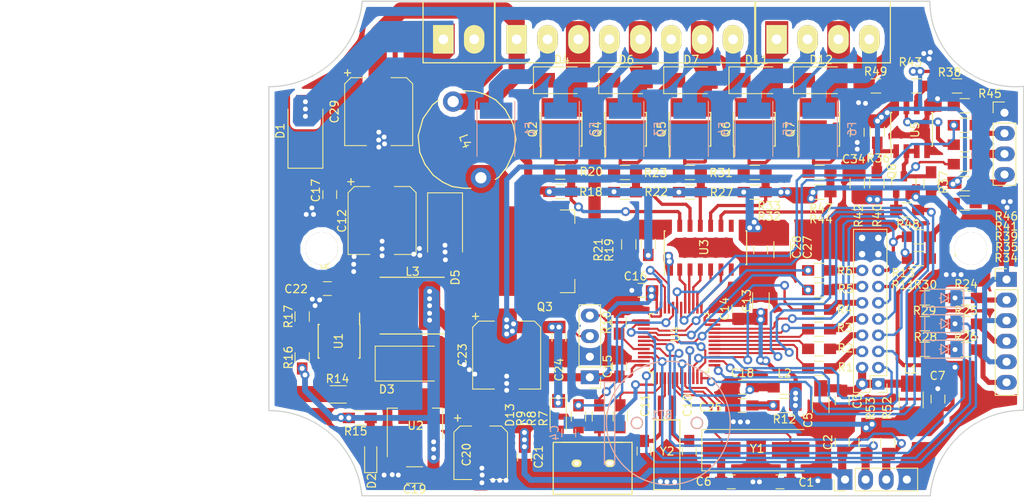
<source format=kicad_pcb>
(kicad_pcb (version 4) (host pcbnew 4.0.6)
  (title_block (title timer-control-board-hw) (date 2017-08-21) (rev nhantt) (company nhantt))
  (layers (0 F.Cu signal) (31 B.Cu signal) (34 B.Paste user) (35 F.Paste user) (36 B.SilkS user) (37 F.SilkS user) (38 B.Mask user) (39 F.Mask user) (44 Edge.Cuts user))
  (net 0 "")
  (net 1 "Net-(BT1-Pad1)")
  (net 2 GND)
  (net 3 /mcu/OSCO)
  (net 4 +3V3)
  (net 5 "Net-(C3-Pad2)")
  (net 6 /mcu/OSCI)
  (net 7 /mcu/OSC32O)
  (net 8 /mcu/OSC32I)
  (net 9 +12V)
  (net 10 "Net-(C18-Pad2)")
  (net 11 +5V)
  (net 12 "Net-(C22-Pad1)")
  (net 13 "Net-(C25-Pad1)")
  (net 14 /control-monitor/SPRAY)
  (net 15 VCC)
  (net 16 "Net-(D2-Pad2)")
  (net 17 "Net-(D3-Pad1)")
  (net 18 /control-monitor/out1)
  (net 19 "Net-(D5-Pad1)")
  (net 20 /control-monitor/out2)
  (net 21 /control-monitor/out3)
  (net 22 /control-monitor/WATER_L)
  (net 23 /control-monitor/WATER_M)
  (net 24 /control-monitor/WATER_H)
  (net 25 /control-monitor/out4)
  (net 26 /control-monitor/out5)
  (net 27 "Net-(D13-Pad2)")
  (net 28 "Net-(F1-Pad2)")
  (net 29 "Net-(F2-Pad2)")
  (net 30 "Net-(F3-Pad2)")
  (net 31 "Net-(F4-Pad2)")
  (net 32 "Net-(F5-Pad2)")
  (net 33 "Net-(F6-Pad2)")
  (net 34 "Net-(J1-Pad6)")
  (net 35 /mcu/RST)
  (net 36 /mcu/CS)
  (net 37 /mcu/SCK)
  (net 38 /mcu/MISO)
  (net 39 /mcu/MOSI)
  (net 40 /mcu/SWDIO)
  (net 41 /mcu/SWCLK)
  (net 42 /mcu/LCD_SDA)
  (net 43 /mcu/LCD_SCL)
  (net 44 "Net-(J6-Pad2)")
  (net 45 "Net-(J6-Pad4)")
  (net 46 "Net-(J6-Pad6)")
  (net 47 "Net-(J7-Pad2)")
  (net 48 "Net-(J7-Pad3)")
  (net 49 "Net-(J7-Pad4)")
  (net 50 "Net-(J8-Pad2)")
  (net 51 "Net-(J8-Pad3)")
  (net 52 "Net-(J8-Pad4)")
  (net 53 /control-monitor/SCL2)
  (net 54 /control-monitor/SDA2)
  (net 55 "Net-(Q2-Pad2)")
  (net 56 "Net-(Q3-Pad1)")
  (net 57 "Net-(Q4-Pad2)")
  (net 58 "Net-(Q5-Pad2)")
  (net 59 "Net-(Q6-Pad2)")
  (net 60 "Net-(Q7-Pad2)")
  (net 61 "Net-(Q8-Pad1)")
  (net 62 "Net-(Q8-Pad3)")
  (net 63 /mcu/key1)
  (net 64 /mcu/key2)
  (net 65 /mcu/key3)
  (net 66 /mcu/key4)
  (net 67 /mcu/key5)
  (net 68 /mcu/key6)
  (net 69 /mcu/usb_dis)
  (net 70 /mcu/usb_dp)
  (net 71 /mcu/usb_dm)
  (net 72 "Net-(R14-Pad2)")
  (net 73 "Net-(R16-Pad2)")
  (net 74 /control-monitor/ctrl1)
  (net 75 /control-monitor/ctrl_SPRAY)
  (net 76 /control-monitor/ctrl2)
  (net 77 /control-monitor/ctrl3)
  (net 78 /control-monitor/ctrl4)
  (net 79 "Net-(R36-Pad2)")
  (net 80 /control-monitor/A)
  (net 81 /control-monitor/TX)
  (net 82 /control-monitor/RX_485)
  (net 83 /control-monitor/B)
  (net 84 /control-monitor/ctrl5)
  (net 85 /control-monitor/RX)
  (net 86 /control-monitor/spray_ctrl)
  (net 87 /control-monitor/pump1)
  (net 88 /control-monitor/valve)
  (net 89 /control-monitor/oxi)
  (net 90 /control-monitor/ext_out1)
  (net 91 /control-monitor/ext_out2)
  (net 92 "Net-(U3-Pad7)")
  (net 93 "Net-(U3-Pad10)")
  (net 94 /control-monitor/TX_485)
  (net 95 "Net-(J1-Pad8)")
  (net 96 "Net-(J1-Pad10)")
  (net 97 "Net-(J1-Pad12)")
  (net 98 "Net-(J1-Pad14)")
  (net 99 "Net-(J1-Pad16)")
  (net 100 "Net-(R10-Pad1)")
  (module Capacitors_SMD:C_0805_HandSoldering (layer F.Cu) (at 101.7 124.05 90)
    (fp_text reference C15 (at 0 -1.475 90) (layer F.SilkS))
    (fp_text value 100nF)
    (pad 1 smd rect (at -1.25 0 90) (size 1.5 1.25) (layers F.Cu F.Paste F.Mask) (net 4 +3V3))
    (pad 2 smd rect (at 1.25 0 90) (size 1.5 1.25) (layers F.Cu F.Paste F.Mask) (net 2 GND))
  )
  (module nhantt-kicad-lib:BT3V3 (layer B.Cu) (at 99.85 131.025)
    (fp_text reference BT1 (at 7.0612 -0.9906) (layer B.SilkS) (effects (justify mirror)))
    (fp_text value Battery_Cell)
    (pad 1 smd rect (at 0 0) (size 5 2) (layers B.Cu B.Paste B.Mask) (net 1 "Net-(BT1-Pad1)"))
    (pad 2 smd rect (at 16 0) (size 5 2) (layers B.Cu B.Paste B.Mask) (net 2 GND))
    (pad 3 thru_hole circle (at 4 0) (size 1.524 1.524) (drill 1.2) (layers *.Cu *.Mask B.SilkS))
    (pad 3 thru_hole circle (at 11.4 0) (size 1.524 1.524) (drill 1.2) (layers *.Cu *.Mask B.SilkS))
  )
  (module nhantt-kicad-lib:SOD-80 (layer B.Cu) (at 141.725 115.625 180)
    (fp_text reference D10 hide)
    (fp_text value 3V3 hide)
    (pad 1 smd rect (at -1.5 0 180) (size 1.5 2) (layers B.Cu B.Paste B.Mask) (net 24 /control-monitor/WATER_H))
    (pad 2 smd rect (at 1.5 0 180) (size 1.5 2) (layers B.Cu B.Paste B.Mask) (net 2 GND))
  )
  (module nhantt-kicad-lib:Vit-4mm (layer F.Cu) (at 145 109.5)
    (fp_text reference REF** (at 0 0.5) (layer F.SilkS))
    (fp_text value Vit-4mm)
    (pad 1 thru_hole circle (at 0 0) (size 4 4) (drill 4) (layers *.Cu *.Mask F.SilkS))
  )
  (module Capacitors_SMD:C_0805_HandSoldering (layer F.Cu) (at 121.48 138.29 180)
    (fp_text reference C1 (at -3.245 -0.06 180) (layer F.SilkS))
    (fp_text value 22pF)
    (pad 1 smd rect (at -1.25 0 180) (size 1.5 1.25) (layers F.Cu F.Paste F.Mask) (net 3 /mcu/OSCO))
    (pad 2 smd rect (at 1.25 0 180) (size 1.5 1.25) (layers F.Cu F.Paste F.Mask) (net 2 GND))
  )
  (module Capacitors_SMD:C_0805_HandSoldering (layer B.Cu) (at 95.45 132.25 270)
    (fp_text reference C4 (at 0 1.75 270) (layer B.SilkS) (effects (justify mirror)))
    (fp_text value 100nF)
    (pad 1 smd rect (at -1.25 0 270) (size 1.5 1.25) (layers B.Cu B.Paste B.Mask) (net 1 "Net-(BT1-Pad1)"))
    (pad 2 smd rect (at 1.25 0 270) (size 1.5 1.25) (layers B.Cu B.Paste B.Mask) (net 2 GND))
  )
  (module Capacitors_SMD:C_0805_HandSoldering (layer F.Cu) (at 115.48 138.29)
    (fp_text reference C6 (at -3.405 -0.04) (layer F.SilkS))
    (fp_text value 22pF)
    (pad 1 smd rect (at -1.25 0) (size 1.5 1.25) (layers F.Cu F.Paste F.Mask) (net 6 /mcu/OSCI))
    (pad 2 smd rect (at 1.25 0) (size 1.5 1.25) (layers F.Cu F.Paste F.Mask) (net 2 GND))
  )
  (module Capacitors_SMD:C_0805_HandSoldering (layer F.Cu) (at 110.3 134.490477 90)
    (fp_text reference C10 (at 5.640477 -0.2 90) (layer F.SilkS))
    (fp_text value 22pF)
    (pad 1 smd rect (at -1.25 0 90) (size 1.5 1.25) (layers F.Cu F.Paste F.Mask) (net 2 GND))
    (pad 2 smd rect (at 1.25 0 90) (size 1.5 1.25) (layers F.Cu F.Paste F.Mask) (net 7 /mcu/OSC32O))
  )
  (module Capacitors_SMD:C_0805_HandSoldering (layer F.Cu) (at 104.725 134.490477 90)
    (fp_text reference C11 (at 5.640477 0.125 90) (layer F.SilkS))
    (fp_text value 22pF)
    (pad 1 smd rect (at -1.25 0 90) (size 1.5 1.25) (layers F.Cu F.Paste F.Mask) (net 2 GND))
    (pad 2 smd rect (at 1.25 0 90) (size 1.5 1.25) (layers F.Cu F.Paste F.Mask) (net 8 /mcu/OSC32I))
  )
  (module nhantt-kicad-lib:CP_Elec_8x10.5 (layer F.Cu) (at 72.45 106.05 270)
    (fp_text reference C12 (at 0.05 4.95 270) (layer F.SilkS))
    (fp_text value CP1)
    (fp_text user + (at -4.78 3.91 270) (layer F.SilkS))
    (pad 1 smd rect (at -3.5 0 90) (size 4.5 2.5) (layers F.Cu F.Paste F.Mask) (net 9 +12V))
    (pad 2 smd rect (at 3.5 0 90) (size 4.5 2.5) (layers F.Cu F.Paste F.Mask) (net 2 GND))
  )
  (module Capacitors_SMD:C_1206_HandSoldering (layer F.Cu) (at 119.13 115.95 90)
    (fp_text reference C13 (at 0 -1.75 90) (layer F.SilkS))
    (fp_text value 10uF)
    (pad 1 smd rect (at -2 0 90) (size 2 1.6) (layers F.Cu F.Paste F.Mask) (net 4 +3V3))
    (pad 2 smd rect (at 2 0 90) (size 2 1.6) (layers F.Cu F.Paste F.Mask) (net 2 GND))
  )
  (module Capacitors_SMD:C_0805_HandSoldering (layer F.Cu) (at 116.42 116.95 90)
    (fp_text reference C14 (at 0 -1.75 90) (layer F.SilkS))
    (fp_text value 100nF)
    (pad 1 smd rect (at -1.25 0 90) (size 1.5 1.25) (layers F.Cu F.Paste F.Mask) (net 4 +3V3))
    (pad 2 smd rect (at 1.25 0 90) (size 1.5 1.25) (layers F.Cu F.Paste F.Mask) (net 2 GND))
  )
  (module Capacitors_SMD:C_0805_HandSoldering (layer F.Cu) (at 104.48 114.66 180)
    (fp_text reference C16 (at 0.805 1.735 180) (layer F.SilkS))
    (fp_text value 100nF)
    (pad 1 smd rect (at -1.25 0 180) (size 1.5 1.25) (layers F.Cu F.Paste F.Mask) (net 4 +3V3))
    (pad 2 smd rect (at 1.25 0 180) (size 1.5 1.25) (layers F.Cu F.Paste F.Mask) (net 2 GND))
  )
  (module Capacitors_SMD:C_0805_HandSoldering (layer F.Cu) (at 66 102.85 270)
    (fp_text reference C17 (at -0.5 1.725 270) (layer F.SilkS))
    (fp_text value 100nF)
    (pad 1 smd rect (at -1.25 0 270) (size 1.5 1.25) (layers F.Cu F.Paste F.Mask) (net 9 +12V))
    (pad 2 smd rect (at 1.25 0 270) (size 1.5 1.25) (layers F.Cu F.Paste F.Mask) (net 2 GND))
  )
  (module Capacitors_SMD:C_0805_HandSoldering (layer F.Cu) (at 116.855 126.615)
    (fp_text reference C18 (at 0 -1.75) (layer F.SilkS))
    (fp_text value 100nF)
    (pad 1 smd rect (at -1.25 0) (size 1.5 1.25) (layers F.Cu F.Paste F.Mask) (net 2 GND))
    (pad 2 smd rect (at 1.25 0) (size 1.5 1.25) (layers F.Cu F.Paste F.Mask) (net 10 "Net-(C18-Pad2)"))
  )
  (module Capacitors_SMD:C_1206_HandSoldering (layer F.Cu) (at 76.45 137.45 180)
    (fp_text reference C19 (at 0 -1.75 180) (layer F.SilkS))
    (fp_text value 10uF)
    (pad 1 smd rect (at -2 0 180) (size 2 1.6) (layers F.Cu F.Paste F.Mask) (net 11 +5V))
    (pad 2 smd rect (at 2 0 180) (size 2 1.6) (layers F.Cu F.Paste F.Mask) (net 2 GND))
  )
  (module nhantt-kicad-lib:CP_Elec_6.3x7.7 (layer F.Cu) (at 84.6 134.7 270)
    (fp_text reference C20 (at 0.225 1.75 270) (layer F.SilkS))
    (fp_text value CP1)
    (fp_text user + (at -4.28 2.91 270) (layer F.SilkS))
    (pad 1 smd rect (at -2.9 0 90) (size 3.5 1.6) (layers F.Cu F.Paste F.Mask) (net 4 +3V3))
    (pad 2 smd rect (at 2.9 0 90) (size 3.5 1.6) (layers F.Cu F.Paste F.Mask) (net 2 GND))
  )
  (module Capacitors_SMD:C_0805_HandSoldering (layer F.Cu) (at 89.99 135.2 270)
    (fp_text reference C21 (at 0 -1.75 270) (layer F.SilkS))
    (fp_text value 100nF)
    (pad 1 smd rect (at -1.25 0 270) (size 1.5 1.25) (layers F.Cu F.Paste F.Mask) (net 4 +3V3))
    (pad 2 smd rect (at 1.25 0 270) (size 1.5 1.25) (layers F.Cu F.Paste F.Mask) (net 2 GND))
  )
  (module Capacitors_SMD:C_0805_HandSoldering (layer F.Cu) (at 65.7 114.45 180)
    (fp_text reference C22 (at 3.85 -0.05 180) (layer F.SilkS))
    (fp_text value 33p)
    (pad 1 smd rect (at -1.25 0 180) (size 1.5 1.25) (layers F.Cu F.Paste F.Mask) (net 12 "Net-(C22-Pad1)"))
    (pad 2 smd rect (at 1.25 0 180) (size 1.5 1.25) (layers F.Cu F.Paste F.Mask) (net 2 GND))
  )
  (module nhantt-kicad-lib:CP_Elec_8x10.5 (layer F.Cu) (at 87.8 122.65 270)
    (fp_text reference C23 (at 0 5.45 270) (layer F.SilkS))
    (fp_text value CP1)
    (fp_text user + (at -4.78 3.91 270) (layer F.SilkS))
    (pad 1 smd rect (at -3.5 0 90) (size 4.5 2.5) (layers F.Cu F.Paste F.Mask) (net 11 +5V))
    (pad 2 smd rect (at 3.5 0 90) (size 4.5 2.5) (layers F.Cu F.Paste F.Mask) (net 2 GND))
  )
  (module Capacitors_SMD:C_0805_HandSoldering (layer F.Cu) (at 94.24 120.45 270)
    (fp_text reference C24 (at 4 -0.035 270) (layer F.SilkS))
    (fp_text value 100nF)
    (pad 1 smd rect (at -1.25 0 270) (size 1.5 1.25) (layers F.Cu F.Paste F.Mask) (net 11 +5V))
    (pad 2 smd rect (at 1.25 0 270) (size 1.5 1.25) (layers F.Cu F.Paste F.Mask) (net 2 GND))
  )
  (module Capacitors_SMD:C_0805_HandSoldering (layer F.Cu) (at 116.83 128.865 180)
    (fp_text reference C25 (at 3.905 -0.235 180) (layer F.SilkS))
    (fp_text value 100nF)
    (pad 1 smd rect (at -1.25 0 180) (size 1.5 1.25) (layers F.Cu F.Paste F.Mask) (net 13 "Net-(C25-Pad1)"))
    (pad 2 smd rect (at 1.25 0 180) (size 1.5 1.25) (layers F.Cu F.Paste F.Mask) (net 2 GND))
  )
  (module Capacitors_SMD:C_1206_HandSoldering (layer F.Cu) (at 121.75 109.65 90)
    (fp_text reference C27 (at 0.3 3.125 90) (layer F.SilkS))
    (fp_text value 10uF)
    (pad 1 smd rect (at -2 0 90) (size 2 1.6) (layers F.Cu F.Paste F.Mask) (net 2 GND))
    (pad 2 smd rect (at 2 0 90) (size 2 1.6) (layers F.Cu F.Paste F.Mask) (net 9 +12V))
  )
  (module Capacitors_SMD:C_0805_HandSoldering (layer F.Cu) (at 119.1 109.65 90)
    (fp_text reference C28 (at 0.325 4.45 90) (layer F.SilkS))
    (fp_text value 100nF)
    (pad 1 smd rect (at -1.25 0 90) (size 1.5 1.25) (layers F.Cu F.Paste F.Mask) (net 2 GND))
    (pad 2 smd rect (at 1.25 0 90) (size 1.5 1.25) (layers F.Cu F.Paste F.Mask) (net 9 +12V))
  )
  (module Capacitors_SMD:C_0805_HandSoldering (layer F.Cu) (at 131 95.17 90)
    (fp_text reference C34 (at -3.305 -0.425 180) (layer F.SilkS))
    (fp_text value 100nF)
    (pad 1 smd rect (at -1.25 0 90) (size 1.5 1.25) (layers F.Cu F.Paste F.Mask) (net 2 GND))
    (pad 2 smd rect (at 1.25 0 90) (size 1.5 1.25) (layers F.Cu F.Paste F.Mask) (net 11 +5V))
  )
  (module nhantt-kicad-lib:D_SMB_Handsoldering (layer F.Cu) (at 63 95 90)
    (fp_text reference D1 (at 0 -3.1 90) (layer F.SilkS))
    (fp_text value D_ALT)
    (pad 1 smd rect (at -2.7 0 90) (size 3.5 2.3) (layers F.Cu F.Paste F.Mask) (net 9 +12V))
    (pad 2 smd rect (at 2.7 0 90) (size 3.5 2.3) (layers F.Cu F.Paste F.Mask) (net 15 VCC))
  )
  (module LEDs:LED_0805_HandSoldering (layer F.Cu) (at 71.05 134.95 90)
    (fp_text reference D2 (at -3.225 0.125 90) (layer F.SilkS))
    (fp_text value LED)
    (pad 1 smd rect (at -1.35 0 90) (size 1.5 1.3) (layers F.Cu F.Paste F.Mask) (net 2 GND))
    (pad 2 smd rect (at 1.35 0 90) (size 1.5 1.3) (layers F.Cu F.Paste F.Mask) (net 16 "Net-(D2-Pad2)"))
  )
  (module nhantt-kicad-lib:D_SMB_Handsoldering (layer F.Cu) (at 76.2 123.7)
    (fp_text reference D3 (at -3.175 3.175) (layer F.SilkS))
    (fp_text value D_Schottky)
    (pad 1 smd rect (at -2.7 0) (size 3.5 2.3) (layers F.Cu F.Paste F.Mask) (net 17 "Net-(D3-Pad1)"))
    (pad 2 smd rect (at 2.7 0) (size 3.5 2.3) (layers F.Cu F.Paste F.Mask) (net 2 GND))
  )
  (module nhantt-kicad-lib:D_SMA_Standard (layer F.Cu) (at 94.5 88.75)
    (fp_text reference D4 (at 0.1 -2.525) (layer F.SilkS))
    (fp_text value D_Schottky)
    (pad 1 smd rect (at -2 0) (size 2.5 1.8) (layers F.Cu F.Paste F.Mask) (net 15 VCC))
    (pad 2 smd rect (at 2 0) (size 2.5 1.8) (layers F.Cu F.Paste F.Mask) (net 18 /control-monitor/out1))
  )
  (module nhantt-kicad-lib:D_SMB_Handsoldering (layer F.Cu) (at 80.21 107.24 270)
    (fp_text reference D5 (at 5.835 -1.265 270) (layer F.SilkS))
    (fp_text value D_Schottky)
    (pad 1 smd rect (at -2.7 0 270) (size 3.5 2.3) (layers F.Cu F.Paste F.Mask) (net 19 "Net-(D5-Pad1)"))
    (pad 2 smd rect (at 2.7 0 270) (size 3.5 2.3) (layers F.Cu F.Paste F.Mask) (net 2 GND))
  )
  (module nhantt-kicad-lib:D_SMA_Standard (layer F.Cu) (at 102.55 88.75)
    (fp_text reference D6 (at 0 -2.525) (layer F.SilkS))
    (fp_text value D_Schottky)
    (pad 1 smd rect (at -2 0) (size 2.5 1.8) (layers F.Cu F.Paste F.Mask) (net 15 VCC))
    (pad 2 smd rect (at 2 0) (size 2.5 1.8) (layers F.Cu F.Paste F.Mask) (net 20 /control-monitor/out2))
  )
  (module nhantt-kicad-lib:D_SMA_Standard (layer F.Cu) (at 110.55 88.75)
    (fp_text reference D7 (at 0 -2.525) (layer F.SilkS))
    (fp_text value D_Schottky)
    (pad 1 smd rect (at -2 0) (size 2.5 1.8) (layers F.Cu F.Paste F.Mask) (net 15 VCC))
    (pad 2 smd rect (at 2 0) (size 2.5 1.8) (layers F.Cu F.Paste F.Mask) (net 21 /control-monitor/out3))
  )
  (module nhantt-kicad-lib:SOD-80 (layer B.Cu) (at 141.725 121.925 180)
    (fp_text reference D8 hide)
    (fp_text value 3V3 hide)
    (pad 1 smd rect (at -1.5 0 180) (size 1.5 2) (layers B.Cu B.Paste B.Mask) (net 22 /control-monitor/WATER_L))
    (pad 2 smd rect (at 1.5 0 180) (size 1.5 2) (layers B.Cu B.Paste B.Mask) (net 2 GND))
  )
  (module nhantt-kicad-lib:SOD-80 (layer B.Cu) (at 141.725 118.775 180)
    (fp_text reference D9 hide)
    (fp_text value 3V3 hide)
    (pad 1 smd rect (at -1.5 0 180) (size 1.5 2) (layers B.Cu B.Paste B.Mask) (net 23 /control-monitor/WATER_M))
    (pad 2 smd rect (at 1.5 0 180) (size 1.5 2) (layers B.Cu B.Paste B.Mask) (net 2 GND))
  )
  (module nhantt-kicad-lib:D_SMA_Standard (layer F.Cu) (at 118.6 88.75)
    (fp_text reference D11 (at 0 -2.525) (layer F.SilkS))
    (fp_text value D_Schottky)
    (pad 1 smd rect (at -2 0) (size 2.5 1.8) (layers F.Cu F.Paste F.Mask) (net 15 VCC))
    (pad 2 smd rect (at 2 0) (size 2.5 1.8) (layers F.Cu F.Paste F.Mask) (net 25 /control-monitor/out4))
  )
  (module nhantt-kicad-lib:D_SMA_Standard (layer F.Cu) (at 126.55 88.75)
    (fp_text reference D12 (at 0 -2.525) (layer F.SilkS))
    (fp_text value D_Schottky)
    (pad 1 smd rect (at -2 0) (size 2.5 1.8) (layers F.Cu F.Paste F.Mask) (net 15 VCC))
    (pad 2 smd rect (at 2 0) (size 2.5 1.8) (layers F.Cu F.Paste F.Mask) (net 26 /control-monitor/out5))
  )
  (module nhantt-kicad-lib:Fuse_SMD1812 (layer B.Cu) (at 86.5 94.75 90)
    (fp_text reference F1 (at 0 4.13 90) (layer B.SilkS) (effects (justify mirror)))
    (fp_text value 10A/24V)
    (pad 1 smd rect (at -2.25 0) (size 4 2) (layers B.Cu B.Paste B.Mask) (net 2 GND))
    (pad 2 smd rect (at 2.25 0) (size 4 2) (layers B.Cu B.Paste B.Mask) (net 28 "Net-(F1-Pad2)"))
  )
  (module nhantt-kicad-lib:Fuse_SMD1812 (layer B.Cu) (at 94.45 94.75 90)
    (fp_text reference F2 (at 0 4.13 90) (layer B.SilkS) (effects (justify mirror)))
    (fp_text value 10A/24V)
    (pad 1 smd rect (at -2.25 0) (size 4 2) (layers B.Cu B.Paste B.Mask) (net 2 GND))
    (pad 2 smd rect (at 2.25 0) (size 4 2) (layers B.Cu B.Paste B.Mask) (net 29 "Net-(F2-Pad2)"))
  )
  (module nhantt-kicad-lib:Fuse_SMD1812 (layer B.Cu) (at 102.4 94.75 90)
    (fp_text reference F3 (at 0 4.13 90) (layer B.SilkS) (effects (justify mirror)))
    (fp_text value 10A/24V)
    (pad 1 smd rect (at -2.25 0) (size 4 2) (layers B.Cu B.Paste B.Mask) (net 2 GND))
    (pad 2 smd rect (at 2.25 0) (size 4 2) (layers B.Cu B.Paste B.Mask) (net 30 "Net-(F3-Pad2)"))
  )
  (module nhantt-kicad-lib:Fuse_SMD1812 (layer B.Cu) (at 110.35 94.75 90)
    (fp_text reference F4 (at 0 4.13 90) (layer B.SilkS) (effects (justify mirror)))
    (fp_text value 10A/24V)
    (pad 1 smd rect (at -2.25 0) (size 4 2) (layers B.Cu B.Paste B.Mask) (net 2 GND))
    (pad 2 smd rect (at 2.25 0) (size 4 2) (layers B.Cu B.Paste B.Mask) (net 31 "Net-(F4-Pad2)"))
  )
  (module nhantt-kicad-lib:Fuse_SMD1812 (layer B.Cu) (at 118.3 94.75 90)
    (fp_text reference F5 (at 0 4.13 90) (layer B.SilkS) (effects (justify mirror)))
    (fp_text value 10A/24V)
    (pad 1 smd rect (at -2.25 0) (size 4 2) (layers B.Cu B.Paste B.Mask) (net 2 GND))
    (pad 2 smd rect (at 2.25 0) (size 4 2) (layers B.Cu B.Paste B.Mask) (net 32 "Net-(F5-Pad2)"))
  )
  (module nhantt-kicad-lib:Fuse_SMD1812 (layer B.Cu) (at 126.25 94.75 90)
    (fp_text reference F6 (at 0 4.13 90) (layer B.SilkS) (effects (justify mirror)))
    (fp_text value 10A/24V)
    (pad 1 smd rect (at -2.25 0) (size 4 2) (layers B.Cu B.Paste B.Mask) (net 2 GND))
    (pad 2 smd rect (at 2.25 0) (size 4 2) (layers B.Cu B.Paste B.Mask) (net 33 "Net-(F6-Pad2)"))
  )
  (module nhantt-kicad-lib:Pin_Header_Straight_1x04_Pitch2.54mm (layer F.Cu) (at 98.05 125.39 180)
    (fp_text reference J3 hide)
    (fp_text value CONN_01X04)
    (pad 1 thru_hole rect (at 0 0 180) (size 2.224 1.7) (drill 1) (layers *.Cu *.Mask) (net 4 +3V3))
    (pad 2 thru_hole oval (at 0 2.54 180) (size 2.224 1.7) (drill 1) (layers *.Cu *.Mask) (net 2 GND))
    (pad 3 thru_hole oval (at 0 5.08 180) (size 2.224 1.7) (drill 1) (layers *.Cu *.Mask) (net 40 /mcu/SWDIO))
    (pad 4 thru_hole oval (at 0 7.62 180) (size 2.224 1.7) (drill 1) (layers *.Cu *.Mask) (net 41 /mcu/SWCLK))
  )
  (module nhantt-kicad-lib:Header-6pin-2.54 (layer F.Cu) (at 149.4 113.32)
    (fp_text reference J6 hide)
    (fp_text value CONN_01X06)
    (pad 1 thru_hole rect (at 0 0) (size 2.524 1.824) (drill 1) (layers *.Cu *.Mask) (net 9 +12V))
    (pad 2 thru_hole oval (at 0 2.54) (size 2.524 1.824) (drill 1) (layers *.Cu *.Mask) (net 44 "Net-(J6-Pad2)"))
    (pad 3 thru_hole oval (at 0 5.08) (size 2.524 1.824) (drill 1) (layers *.Cu *.Mask) (net 9 +12V))
    (pad 4 thru_hole oval (at 0 7.62) (size 2.524 1.824) (drill 1) (layers *.Cu *.Mask) (net 45 "Net-(J6-Pad4)"))
    (pad 5 thru_hole oval (at 0 10.16) (size 2.524 1.824) (drill 1) (layers *.Cu *.Mask) (net 9 +12V))
    (pad 6 thru_hole oval (at 0 12.7) (size 2.524 1.824) (drill 1) (layers *.Cu *.Mask) (net 46 "Net-(J6-Pad6)"))
  )
  (module nhantt-kicad-lib:USB_Micro-B (layer F.Cu) (at 96.4192 136)
    (fp_text reference J7 hide)
    (fp_text value USB_OTG)
    (pad 1 smd rect (at 0.76666 -1.07994 90) (size 1.35 0.4) (layers F.Cu F.Paste F.Mask) (net 27 "Net-(D13-Pad2)"))
    (pad 2 smd rect (at 1.41666 -1.07994 90) (size 1.35 0.4) (layers F.Cu F.Paste F.Mask) (net 47 "Net-(J7-Pad2)"))
    (pad 3 smd rect (at 2.06666 -1.07994 90) (size 1.35 0.4) (layers F.Cu F.Paste F.Mask) (net 48 "Net-(J7-Pad3)"))
    (pad 4 smd rect (at 2.71666 -1.07994 90) (size 1.35 0.4) (layers F.Cu F.Paste F.Mask) (net 49 "Net-(J7-Pad4)"))
    (pad 5 smd rect (at 3.36666 -1.07994 90) (size 1.35 0.4) (layers F.Cu F.Paste F.Mask) (net 2 GND))
    (pad 6 thru_hole oval (at 0 0 90) (size 0.95 1.25) (drill oval 0.55) (layers *.Cu *.Mask F.SilkS) (net 2 GND))
    (pad 6 thru_hole oval (at 4.1 0 90) (size 0.95 1.25) (drill oval 0.55 0.85) (layers *.Cu *.Mask F.SilkS) (net 2 GND))
    (pad 6 smd rect (at -1.2192 2.1 90) (size 1 3) (layers F.Cu F.Paste F.Mask) (net 2 GND))
    (pad 6 smd rect (at 5.3 2.1 90) (size 1 3) (layers F.Cu F.Paste F.Mask) (net 2 GND))
  )
  (module nhantt-kicad-lib:Header-4pin-2.54 (layer F.Cu) (at 149.15 92.76)
    (fp_text reference J8 hide)
    (fp_text value CONN_01X04)
    (pad 1 thru_hole rect (at 0 0) (size 2.524 1.824) (drill 1) (layers *.Cu *.Mask) (net 2 GND))
    (pad 2 thru_hole oval (at 0 2.54) (size 2.524 1.824) (drill 1) (layers *.Cu *.Mask) (net 50 "Net-(J8-Pad2)"))
    (pad 3 thru_hole oval (at 0 5.08) (size 2.524 1.824) (drill 1) (layers *.Cu *.Mask) (net 51 "Net-(J8-Pad3)"))
    (pad 4 thru_hole oval (at 0 7.62) (size 2.524 1.824) (drill 1) (layers *.Cu *.Mask) (net 52 "Net-(J8-Pad4)"))
  )
  (module nhantt-kicad-lib:Header-4pin-2.54 (layer F.Cu) (at 129.495 138 90)
    (fp_text reference J9 hide)
    (fp_text value CONN_01X04)
    (pad 1 thru_hole rect (at 0 0 90) (size 2.524 1.824) (drill 1) (layers *.Cu *.Mask) (net 4 +3V3))
    (pad 2 thru_hole oval (at 0 2.54 90) (size 2.524 1.824) (drill 1) (layers *.Cu *.Mask) (net 53 /control-monitor/SCL2))
    (pad 3 thru_hole oval (at 0 5.08 90) (size 2.524 1.824) (drill 1) (layers *.Cu *.Mask) (net 54 /control-monitor/SDA2))
    (pad 4 thru_hole oval (at 0 7.62 90) (size 2.524 1.824) (drill 1) (layers *.Cu *.Mask) (net 2 GND))
  )
  (module Resistors_SMD:R_0805_HandSoldering (layer F.Cu) (at 122.055 126.615 180)
    (fp_text reference L2 (at 0.03 1.715 180) (layer F.SilkS))
    (fp_text value L_Small)
    (pad 1 smd rect (at -1.35 0 180) (size 1.5 1.3) (layers F.Cu F.Paste F.Mask) (net 4 +3V3))
    (pad 2 smd rect (at 1.35 0 180) (size 1.5 1.3) (layers F.Cu F.Paste F.Mask) (net 10 "Net-(C18-Pad2)"))
  )
  (module nhantt-kicad-lib:Inductor_5.2x5.8x4.5 (layer F.Cu) (at 76.1 116.55)
    (fp_text reference L3 (at 0.1 -4.2) (layer F.SilkS))
    (fp_text value L_Small)
    (pad 1 smd rect (at -2.2 0) (size 2.624 6) (layers F.Cu F.Paste F.Mask) (net 17 "Net-(D3-Pad1)"))
    (pad 2 smd rect (at 2.2 0) (size 2.624 6) (layers F.Cu F.Paste F.Mask) (net 11 +5V))
  )
  (module Inductors_NEOSID:Neosid_Inductor_Sd12k-style1 (layer F.Cu) (at 82.91 96.08 110)
    (fp_text reference L4 (at -0.102865 -0.287522 110) (layer F.SilkS))
    (fp_text value L)
    (pad 2 thru_hole circle (at 5.00126 0 110) (size 2.49936 2.49936) (drill 1.39954) (layers *.Cu *.Mask) (net 14 /control-monitor/SPRAY))
    (pad 1 thru_hole circle (at -5.00126 0 110) (size 2.49936 2.49936) (drill 1.39954) (layers *.Cu *.Mask) (net 19 "Net-(D5-Pad1)"))
  )
  (module nhantt-kicad-lib:SOIC-8_3.9x4.9mm_Pitch1.27mm (layer F.Cu) (at 94.5 94.8 90)
    (fp_text reference Q2 (at 0 -3.5 90) (layer F.SilkS))
    (fp_text value AMP4953)
    (pad 1 smd rect (at -2.7 -1.905 90) (size 1.7 0.7) (layers F.Cu F.Paste F.Mask) (net 15 VCC))
    (pad 2 smd rect (at -2.7 -0.635 90) (size 1.7 0.7) (layers F.Cu F.Paste F.Mask) (net 55 "Net-(Q2-Pad2)"))
    (pad 3 smd rect (at -2.7 0.635 90) (size 1.7 0.7) (layers F.Cu F.Paste F.Mask) (net 15 VCC))
    (pad 4 smd rect (at -2.7 1.905 90) (size 1.7 0.7) (layers F.Cu F.Paste F.Mask) (net 55 "Net-(Q2-Pad2)"))
    (pad 5 smd rect (at 2.7 1.905 90) (size 1.7 0.7) (layers F.Cu F.Paste F.Mask) (net 18 /control-monitor/out1))
    (pad 6 smd rect (at 2.7 0.635 90) (size 1.7 0.7) (layers F.Cu F.Paste F.Mask) (net 18 /control-monitor/out1))
    (pad 7 smd rect (at 2.7 -0.635 90) (size 1.7 0.7) (layers F.Cu F.Paste F.Mask) (net 18 /control-monitor/out1))
    (pad 8 smd rect (at 2.7 -1.905 90) (size 1.7 0.7) (layers F.Cu F.Paste F.Mask) (net 18 /control-monitor/out1))
  )
  (module nhantt-kicad-lib:TO-263-2Lead (layer F.Cu) (at 94.05 109.85 180)
    (fp_text reference Q3 (at 1.55 -6.85 360) (layer F.SilkS))
    (fp_text value Q_PMOS_GDS)
    (pad 2 smd rect (at 4.58 0 180) (size 9.4 10.8) (layers F.Cu F.Paste F.Mask) (net 19 "Net-(D5-Pad1)"))
    (pad 3 smd rect (at -4.58 2.54 180) (size 4.6 1.6) (layers F.Cu F.Paste F.Mask) (net 15 VCC))
    (pad 1 smd rect (at -4.58 -2.54 180) (size 4.6 1.6) (layers F.Cu F.Paste F.Mask) (net 56 "Net-(Q3-Pad1)"))
  )
  (module nhantt-kicad-lib:SOIC-8_3.9x4.9mm_Pitch1.27mm (layer F.Cu) (at 102.4375 94.8 90)
    (fp_text reference Q4 (at 0 -3.5 90) (layer F.SilkS))
    (fp_text value AMP4953)
    (pad 1 smd rect (at -2.7 -1.905 90) (size 1.7 0.7) (layers F.Cu F.Paste F.Mask) (net 15 VCC))
    (pad 2 smd rect (at -2.7 -0.635 90) (size 1.7 0.7) (layers F.Cu F.Paste F.Mask) (net 57 "Net-(Q4-Pad2)"))
    (pad 3 smd rect (at -2.7 0.635 90) (size 1.7 0.7) (layers F.Cu F.Paste F.Mask) (net 15 VCC))
    (pad 4 smd rect (at -2.7 1.905 90) (size 1.7 0.7) (layers F.Cu F.Paste F.Mask) (net 57 "Net-(Q4-Pad2)"))
    (pad 5 smd rect (at 2.7 1.905 90) (size 1.7 0.7) (layers F.Cu F.Paste F.Mask) (net 20 /control-monitor/out2))
    (pad 6 smd rect (at 2.7 0.635 90) (size 1.7 0.7) (layers F.Cu F.Paste F.Mask) (net 20 /control-monitor/out2))
    (pad 7 smd rect (at 2.7 -0.635 90) (size 1.7 0.7) (layers F.Cu F.Paste F.Mask) (net 20 /control-monitor/out2))
    (pad 8 smd rect (at 2.7 -1.905 90) (size 1.7 0.7) (layers F.Cu F.Paste F.Mask) (net 20 /control-monitor/out2))
  )
  (module nhantt-kicad-lib:SOIC-8_3.9x4.9mm_Pitch1.27mm (layer F.Cu) (at 110.375 94.8 90)
    (fp_text reference Q5 (at 0 -3.5 90) (layer F.SilkS))
    (fp_text value AMP4953)
    (pad 1 smd rect (at -2.7 -1.905 90) (size 1.7 0.7) (layers F.Cu F.Paste F.Mask) (net 15 VCC))
    (pad 2 smd rect (at -2.7 -0.635 90) (size 1.7 0.7) (layers F.Cu F.Paste F.Mask) (net 58 "Net-(Q5-Pad2)"))
    (pad 3 smd rect (at -2.7 0.635 90) (size 1.7 0.7) (layers F.Cu F.Paste F.Mask) (net 15 VCC))
    (pad 4 smd rect (at -2.7 1.905 90) (size 1.7 0.7) (layers F.Cu F.Paste F.Mask) (net 58 "Net-(Q5-Pad2)"))
    (pad 5 smd rect (at 2.7 1.905 90) (size 1.7 0.7) (layers F.Cu F.Paste F.Mask) (net 21 /control-monitor/out3))
    (pad 6 smd rect (at 2.7 0.635 90) (size 1.7 0.7) (layers F.Cu F.Paste F.Mask) (net 21 /control-monitor/out3))
    (pad 7 smd rect (at 2.7 -0.635 90) (size 1.7 0.7) (layers F.Cu F.Paste F.Mask) (net 21 /control-monitor/out3))
    (pad 8 smd rect (at 2.7 -1.905 90) (size 1.7 0.7) (layers F.Cu F.Paste F.Mask) (net 21 /control-monitor/out3))
  )
  (module nhantt-kicad-lib:SOIC-8_3.9x4.9mm_Pitch1.27mm (layer F.Cu) (at 118.3125 94.8 90)
    (fp_text reference Q6 (at 0 -3.5 90) (layer F.SilkS))
    (fp_text value AMP4953)
    (pad 1 smd rect (at -2.7 -1.905 90) (size 1.7 0.7) (layers F.Cu F.Paste F.Mask) (net 15 VCC))
    (pad 2 smd rect (at -2.7 -0.635 90) (size 1.7 0.7) (layers F.Cu F.Paste F.Mask) (net 59 "Net-(Q6-Pad2)"))
    (pad 3 smd rect (at -2.7 0.635 90) (size 1.7 0.7) (layers F.Cu F.Paste F.Mask) (net 15 VCC))
    (pad 4 smd rect (at -2.7 1.905 90) (size 1.7 0.7) (layers F.Cu F.Paste F.Mask) (net 59 "Net-(Q6-Pad2)"))
    (pad 5 smd rect (at 2.7 1.905 90) (size 1.7 0.7) (layers F.Cu F.Paste F.Mask) (net 25 /control-monitor/out4))
    (pad 6 smd rect (at 2.7 0.635 90) (size 1.7 0.7) (layers F.Cu F.Paste F.Mask) (net 25 /control-monitor/out4))
    (pad 7 smd rect (at 2.7 -0.635 90) (size 1.7 0.7) (layers F.Cu F.Paste F.Mask) (net 25 /control-monitor/out4))
    (pad 8 smd rect (at 2.7 -1.905 90) (size 1.7 0.7) (layers F.Cu F.Paste F.Mask) (net 25 /control-monitor/out4))
  )
  (module nhantt-kicad-lib:SOIC-8_3.9x4.9mm_Pitch1.27mm (layer F.Cu) (at 126.25 94.8 90)
    (fp_text reference Q7 (at 0 -3.5 90) (layer F.SilkS))
    (fp_text value AMP4953)
    (pad 1 smd rect (at -2.7 -1.905 90) (size 1.7 0.7) (layers F.Cu F.Paste F.Mask) (net 15 VCC))
    (pad 2 smd rect (at -2.7 -0.635 90) (size 1.7 0.7) (layers F.Cu F.Paste F.Mask) (net 60 "Net-(Q7-Pad2)"))
    (pad 3 smd rect (at -2.7 0.635 90) (size 1.7 0.7) (layers F.Cu F.Paste F.Mask) (net 15 VCC))
    (pad 4 smd rect (at -2.7 1.905 90) (size 1.7 0.7) (layers F.Cu F.Paste F.Mask) (net 60 "Net-(Q7-Pad2)"))
    (pad 5 smd rect (at 2.7 1.905 90) (size 1.7 0.7) (layers F.Cu F.Paste F.Mask) (net 26 /control-monitor/out5))
    (pad 6 smd rect (at 2.7 0.635 90) (size 1.7 0.7) (layers F.Cu F.Paste F.Mask) (net 26 /control-monitor/out5))
    (pad 7 smd rect (at 2.7 -0.635 90) (size 1.7 0.7) (layers F.Cu F.Paste F.Mask) (net 26 /control-monitor/out5))
    (pad 8 smd rect (at 2.7 -1.905 90) (size 1.7 0.7) (layers F.Cu F.Paste F.Mask) (net 26 /control-monitor/out5))
  )
  (module nhantt-kicad-lib:SOT-23 (layer F.Cu) (at 136.75 101.6)
    (fp_text reference Q8 (at -1.475 -1.625 90) (layer F.SilkS))
    (fp_text value C1815)
    (pad 1 smd rect (at -0.95 1.00076) (size 0.8001 1.254) (layers F.Cu F.Paste F.Mask) (net 61 "Net-(Q8-Pad1)"))
    (pad 2 smd rect (at 0.95 1.00076) (size 0.8001 1.254) (layers F.Cu F.Paste F.Mask) (net 2 GND))
    (pad 3 smd rect (at 0 -1) (size 0.8001 1.254) (layers F.Cu F.Paste F.Mask) (net 62 "Net-(Q8-Pad3)"))
  )
  (module Resistors_SMD:R_0805_HandSoldering (layer F.Cu) (at 126.3 124.3)
    (fp_text reference R1 (at 3.275 -0.15) (layer F.SilkS))
    (fp_text value 0R)
    (pad 1 smd rect (at -1.35 0) (size 1.5 1.3) (layers F.Cu F.Paste F.Mask) (net 63 /mcu/key1))
    (pad 2 smd rect (at 1.35 0) (size 1.5 1.3) (layers F.Cu F.Paste F.Mask) (net 34 "Net-(J1-Pad6)"))
  )
  (module Resistors_SMD:R_0805_HandSoldering (layer F.Cu) (at 126.3 121.88)
    (fp_text reference R2 (at 3.225 -0.08) (layer F.SilkS))
    (fp_text value 0R)
    (pad 1 smd rect (at -1.35 0) (size 1.5 1.3) (layers F.Cu F.Paste F.Mask) (net 64 /mcu/key2))
    (pad 2 smd rect (at 1.35 0) (size 1.5 1.3) (layers F.Cu F.Paste F.Mask) (net 95 "Net-(J1-Pad8)"))
  )
  (module Resistors_SMD:R_0805_HandSoldering (layer F.Cu) (at 126.3 119.46)
    (fp_text reference R3 (at 3.15 -0.16) (layer F.SilkS))
    (fp_text value 0R)
    (pad 1 smd rect (at -1.35 0) (size 1.5 1.3) (layers F.Cu F.Paste F.Mask) (net 65 /mcu/key3))
    (pad 2 smd rect (at 1.35 0) (size 1.5 1.3) (layers F.Cu F.Paste F.Mask) (net 96 "Net-(J1-Pad10)"))
  )
  (module Resistors_SMD:R_0805_HandSoldering (layer F.Cu) (at 126.3 117.04)
    (fp_text reference R4 (at 3.15 -0.015) (layer F.SilkS))
    (fp_text value 0R)
    (pad 1 smd rect (at -1.35 0) (size 1.5 1.3) (layers F.Cu F.Paste F.Mask) (net 66 /mcu/key4))
    (pad 2 smd rect (at 1.35 0) (size 1.5 1.3) (layers F.Cu F.Paste F.Mask) (net 97 "Net-(J1-Pad12)"))
  )
  (module Resistors_SMD:R_0805_HandSoldering (layer F.Cu) (at 126.3 114.62)
    (fp_text reference R5 (at 3.275 -0.12) (layer F.SilkS))
    (fp_text value 0R)
    (pad 1 smd rect (at -1.35 0) (size 1.5 1.3) (layers F.Cu F.Paste F.Mask) (net 67 /mcu/key5))
    (pad 2 smd rect (at 1.35 0) (size 1.5 1.3) (layers F.Cu F.Paste F.Mask) (net 98 "Net-(J1-Pad14)"))
  )
  (module Resistors_SMD:R_0805_HandSoldering (layer F.Cu) (at 126.3 112.2)
    (fp_text reference R6 (at 3.175 0.05) (layer F.SilkS))
    (fp_text value 0R)
    (pad 1 smd rect (at -1.35 0) (size 1.5 1.3) (layers F.Cu F.Paste F.Mask) (net 68 /mcu/key6))
    (pad 2 smd rect (at 1.35 0) (size 1.5 1.3) (layers F.Cu F.Paste F.Mask) (net 99 "Net-(J1-Pad16)"))
  )
  (module Resistors_SMD:R_0805_HandSoldering (layer F.Cu) (at 101.8 130.2 90)
    (fp_text reference R7 (at -0.275 -9.475 90) (layer F.SilkS))
    (fp_text value 1.5k)
    (pad 1 smd rect (at -1.35 0 90) (size 1.5 1.3) (layers F.Cu F.Paste F.Mask) (net 48 "Net-(J7-Pad3)"))
    (pad 2 smd rect (at 1.35 0 90) (size 1.5 1.3) (layers F.Cu F.Paste F.Mask) (net 69 /mcu/usb_dis))
  )
  (module Resistors_SMD:R_0805_HandSoldering (layer F.Cu) (at 99.225 130.2 90)
    (fp_text reference R8 (at -0.275 -8.35 90) (layer F.SilkS))
    (fp_text value 22R)
    (pad 1 smd rect (at -1.35 0 90) (size 1.5 1.3) (layers F.Cu F.Paste F.Mask) (net 48 "Net-(J7-Pad3)"))
    (pad 2 smd rect (at 1.35 0 90) (size 1.5 1.3) (layers F.Cu F.Paste F.Mask) (net 70 /mcu/usb_dp))
  )
  (module Resistors_SMD:R_0805_HandSoldering (layer F.Cu) (at 96.65 130.2 90)
    (fp_text reference R9 (at -0.275 -7.075 90) (layer F.SilkS))
    (fp_text value 22R)
    (pad 1 smd rect (at -1.35 0 90) (size 1.5 1.3) (layers F.Cu F.Paste F.Mask) (net 47 "Net-(J7-Pad2)"))
    (pad 2 smd rect (at 1.35 0 90) (size 1.5 1.3) (layers F.Cu F.Paste F.Mask) (net 71 /mcu/usb_dm))
  )
  (module Resistors_SMD:R_0805_HandSoldering (layer F.Cu) (at 122.03 128.865 180)
    (fp_text reference R12 (at 0 -1.7 180) (layer F.SilkS))
    (fp_text value 10k)
    (pad 1 smd rect (at -1.35 0 180) (size 1.5 1.3) (layers F.Cu F.Paste F.Mask) (net 4 +3V3))
    (pad 2 smd rect (at 1.35 0 180) (size 1.5 1.3) (layers F.Cu F.Paste F.Mask) (net 13 "Net-(C25-Pad1)"))
  )
  (module Resistors_SMD:R_1206_HandSoldering (layer F.Cu) (at 67.05 127.5)
    (fp_text reference R14 (at -0.1 -1.925) (layer F.SilkS))
    (fp_text value 0.15)
    (pad 1 smd rect (at -2 0) (size 2 1.7) (layers F.Cu F.Paste F.Mask) (net 9 +12V))
    (pad 2 smd rect (at 2 0) (size 2 1.7) (layers F.Cu F.Paste F.Mask) (net 72 "Net-(R14-Pad2)"))
  )
  (module Resistors_SMD:R_0805_HandSoldering (layer F.Cu) (at 69.7 130.4 180)
    (fp_text reference R15 (at 0.5 -1.65 180) (layer F.SilkS))
    (fp_text value 1k)
    (pad 1 smd rect (at -1.35 0 180) (size 1.5 1.3) (layers F.Cu F.Paste F.Mask) (net 16 "Net-(D2-Pad2)"))
    (pad 2 smd rect (at 1.35 0 180) (size 1.5 1.3) (layers F.Cu F.Paste F.Mask) (net 11 +5V))
  )
  (module Resistors_SMD:R_0805_HandSoldering (layer F.Cu) (at 62.6 122.95 90)
    (fp_text reference R16 (at 0 -1.7 90) (layer F.SilkS))
    (fp_text value 3K/1%)
    (pad 1 smd rect (at -1.35 0 90) (size 1.5 1.3) (layers F.Cu F.Paste F.Mask) (net 11 +5V))
    (pad 2 smd rect (at 1.35 0 90) (size 1.5 1.3) (layers F.Cu F.Paste F.Mask) (net 73 "Net-(R16-Pad2)"))
  )
  (module Resistors_SMD:R_0805_HandSoldering (layer F.Cu) (at 62.6 117.9 90)
    (fp_text reference R17 (at 0 -1.7 90) (layer F.SilkS))
    (fp_text value 1k/1%)
    (pad 1 smd rect (at -1.35 0 90) (size 1.5 1.3) (layers F.Cu F.Paste F.Mask) (net 73 "Net-(R16-Pad2)"))
    (pad 2 smd rect (at 1.35 0 90) (size 1.5 1.3) (layers F.Cu F.Paste F.Mask) (net 2 GND))
  )
  (module Resistors_SMD:R_0805_HandSoldering (layer F.Cu) (at 94.4 102.5)
    (fp_text reference R18 (at 3.775 0.025) (layer F.SilkS))
    (fp_text value 10k)
    (pad 1 smd rect (at -1.35 0) (size 1.5 1.3) (layers F.Cu F.Paste F.Mask) (net 9 +12V))
    (pad 2 smd rect (at 1.35 0) (size 1.5 1.3) (layers F.Cu F.Paste F.Mask) (net 74 /control-monitor/ctrl1))
  )
  (module Resistors_SMD:R_0805_HandSoldering (layer F.Cu) (at 105.25 108.95 90)
    (fp_text reference R19 (at -0.75 -4.825 90) (layer F.SilkS))
    (fp_text value 10k)
    (pad 1 smd rect (at -1.35 0 90) (size 1.5 1.3) (layers F.Cu F.Paste F.Mask) (net 9 +12V))
    (pad 2 smd rect (at 1.35 0 90) (size 1.5 1.3) (layers F.Cu F.Paste F.Mask) (net 75 /control-monitor/ctrl_SPRAY))
  )
  (module Resistors_SMD:R_0805_HandSoldering (layer F.Cu) (at 94.4 100.075)
    (fp_text reference R20 (at 3.825 -0.05) (layer F.SilkS))
    (fp_text value 10R)
    (pad 1 smd rect (at -1.35 0) (size 1.5 1.3) (layers F.Cu F.Paste F.Mask) (net 55 "Net-(Q2-Pad2)"))
    (pad 2 smd rect (at 1.35 0) (size 1.5 1.3) (layers F.Cu F.Paste F.Mask) (net 74 /control-monitor/ctrl1))
  )
  (module Resistors_SMD:R_0805_HandSoldering (layer F.Cu) (at 102.85 109 90)
    (fp_text reference R21 (at -0.65 -3.75 90) (layer F.SilkS))
    (fp_text value 10R)
    (pad 1 smd rect (at -1.35 0 90) (size 1.5 1.3) (layers F.Cu F.Paste F.Mask) (net 56 "Net-(Q3-Pad1)"))
    (pad 2 smd rect (at 1.35 0 90) (size 1.5 1.3) (layers F.Cu F.Paste F.Mask) (net 75 /control-monitor/ctrl_SPRAY))
  )
  (module Resistors_SMD:R_0805_HandSoldering (layer F.Cu) (at 102.3875 102.55)
    (fp_text reference R22 (at 3.8375 -0.025) (layer F.SilkS))
    (fp_text value 10k)
    (pad 1 smd rect (at -1.35 0) (size 1.5 1.3) (layers F.Cu F.Paste F.Mask) (net 9 +12V))
    (pad 2 smd rect (at 1.35 0) (size 1.5 1.3) (layers F.Cu F.Paste F.Mask) (net 76 /control-monitor/ctrl2))
  )
  (module Resistors_SMD:R_0805_HandSoldering (layer F.Cu) (at 102.3875 100.125)
    (fp_text reference R23 (at 3.7625 0.05) (layer F.SilkS))
    (fp_text value 10R)
    (pad 1 smd rect (at -1.35 0) (size 1.5 1.3) (layers F.Cu F.Paste F.Mask) (net 57 "Net-(Q4-Pad2)"))
    (pad 2 smd rect (at 1.35 0) (size 1.5 1.3) (layers F.Cu F.Paste F.Mask) (net 76 /control-monitor/ctrl2))
  )
  (module Resistors_SMD:R_0805_HandSoldering (layer F.Cu) (at 144.4 115.6)
    (fp_text reference R24 (at 0 -1.7) (layer F.SilkS))
    (fp_text value 27k)
    (pad 1 smd rect (at -1.35 0) (size 1.5 1.3) (layers F.Cu F.Paste F.Mask) (net 24 /control-monitor/WATER_H))
    (pad 2 smd rect (at 1.35 0) (size 1.5 1.3) (layers F.Cu F.Paste F.Mask) (net 44 "Net-(J6-Pad2)"))
  )
  (module Resistors_SMD:R_0805_HandSoldering (layer F.Cu) (at 144.4 118.7875)
    (fp_text reference R25 (at 0 -1.6125) (layer F.SilkS))
    (fp_text value 27k)
    (pad 1 smd rect (at -1.35 0) (size 1.5 1.3) (layers F.Cu F.Paste F.Mask) (net 23 /control-monitor/WATER_M))
    (pad 2 smd rect (at 1.35 0) (size 1.5 1.3) (layers F.Cu F.Paste F.Mask) (net 45 "Net-(J6-Pad4)"))
  )
  (module Resistors_SMD:R_0805_HandSoldering (layer F.Cu) (at 144.4 121.975)
    (fp_text reference R26 (at -0.05 -1.575) (layer F.SilkS))
    (fp_text value 27k)
    (pad 1 smd rect (at -1.35 0) (size 1.5 1.3) (layers F.Cu F.Paste F.Mask) (net 22 /control-monitor/WATER_L))
    (pad 2 smd rect (at 1.35 0) (size 1.5 1.3) (layers F.Cu F.Paste F.Mask) (net 46 "Net-(J6-Pad6)"))
  )
  (module Resistors_SMD:R_0805_HandSoldering (layer F.Cu) (at 110.375 102.55)
    (fp_text reference R27 (at 3.9 0.05) (layer F.SilkS))
    (fp_text value 10k)
    (pad 1 smd rect (at -1.35 0) (size 1.5 1.3) (layers F.Cu F.Paste F.Mask) (net 9 +12V))
    (pad 2 smd rect (at 1.35 0) (size 1.5 1.3) (layers F.Cu F.Paste F.Mask) (net 77 /control-monitor/ctrl3))
  )
  (module Resistors_SMD:R_0805_HandSoldering (layer F.Cu) (at 139.325 121.945 180)
    (fp_text reference R28 (at -0.075 1.52 180) (layer F.SilkS))
    (fp_text value 10k)
    (pad 1 smd rect (at -1.35 0 180) (size 1.5 1.3) (layers F.Cu F.Paste F.Mask) (net 22 /control-monitor/WATER_L))
    (pad 2 smd rect (at 1.35 0 180) (size 1.5 1.3) (layers F.Cu F.Paste F.Mask) (net 2 GND))
  )
  (module Resistors_SMD:R_0805_HandSoldering (layer F.Cu) (at 139.325 118.7725 180)
    (fp_text reference R29 (at 0.025 1.5975 180) (layer F.SilkS))
    (fp_text value 10k)
    (pad 1 smd rect (at -1.35 0 180) (size 1.5 1.3) (layers F.Cu F.Paste F.Mask) (net 23 /control-monitor/WATER_M))
    (pad 2 smd rect (at 1.35 0 180) (size 1.5 1.3) (layers F.Cu F.Paste F.Mask) (net 2 GND))
  )
  (module Resistors_SMD:R_0805_HandSoldering (layer F.Cu) (at 139.325 115.6 180)
    (fp_text reference R30 (at -0.075 1.625 180) (layer F.SilkS))
    (fp_text value 10k)
    (pad 1 smd rect (at -1.35 0 180) (size 1.5 1.3) (layers F.Cu F.Paste F.Mask) (net 24 /control-monitor/WATER_H))
    (pad 2 smd rect (at 1.35 0 180) (size 1.5 1.3) (layers F.Cu F.Paste F.Mask) (net 2 GND))
  )
  (module Resistors_SMD:R_0805_HandSoldering (layer F.Cu) (at 110.375 100.125)
    (fp_text reference R31 (at 3.85 0.05) (layer F.SilkS))
    (fp_text value 10R)
    (pad 1 smd rect (at -1.35 0) (size 1.5 1.3) (layers F.Cu F.Paste F.Mask) (net 58 "Net-(Q5-Pad2)"))
    (pad 2 smd rect (at 1.35 0) (size 1.5 1.3) (layers F.Cu F.Paste F.Mask) (net 77 /control-monitor/ctrl3))
  )
  (module Resistors_SMD:R_0805_HandSoldering (layer F.Cu) (at 118.3625 102.55)
    (fp_text reference R32 (at 1.7875 3) (layer F.SilkS))
    (fp_text value 10k)
    (pad 1 smd rect (at -1.35 0) (size 1.5 1.3) (layers F.Cu F.Paste F.Mask) (net 9 +12V))
    (pad 2 smd rect (at 1.35 0) (size 1.5 1.3) (layers F.Cu F.Paste F.Mask) (net 78 /control-monitor/ctrl4))
  )
  (module Resistors_SMD:R_0805_HandSoldering (layer F.Cu) (at 118.3625 100.125)
    (fp_text reference R33 (at 1.7875 4.125) (layer F.SilkS))
    (fp_text value 10R)
    (pad 1 smd rect (at -1.35 0) (size 1.5 1.3) (layers F.Cu F.Paste F.Mask) (net 59 "Net-(Q6-Pad2)"))
    (pad 2 smd rect (at 1.35 0) (size 1.5 1.3) (layers F.Cu F.Paste F.Mask) (net 78 /control-monitor/ctrl4))
  )
  (module Resistors_SMD:R_0805_HandSoldering (layer F.Cu) (at 144.25 103.9)
    (fp_text reference R34 (at 5.1 6.775) (layer F.SilkS))
    (fp_text value 0R)
    (pad 1 smd rect (at -1.35 0) (size 1.5 1.3) (layers F.Cu F.Paste F.Mask) (net 4 +3V3))
    (pad 2 smd rect (at 1.35 0) (size 1.5 1.3) (layers F.Cu F.Paste F.Mask) (net 52 "Net-(J8-Pad4)"))
  )
  (module Resistors_SMD:R_0805_HandSoldering (layer F.Cu) (at 144.25 101.5)
    (fp_text reference R35 (at 5.175 7.825) (layer F.SilkS))
    (fp_text value 0R)
    (pad 1 smd rect (at -1.35 0) (size 1.5 1.3) (layers F.Cu F.Paste F.Mask) (net 11 +5V))
    (pad 2 smd rect (at 1.35 0) (size 1.5 1.3) (layers F.Cu F.Paste F.Mask) (net 52 "Net-(J8-Pad4)"))
  )
  (module Resistors_SMD:R_0805_HandSoldering (layer F.Cu) (at 133.47 95.104523 270)
    (fp_text reference R36 (at 3.270477 -0.13 360) (layer F.SilkS))
    (fp_text value 10k)
    (pad 1 smd rect (at -1.35 0 270) (size 1.5 1.3) (layers F.Cu F.Paste F.Mask) (net 11 +5V))
    (pad 2 smd rect (at 1.35 0 270) (size 1.5 1.3) (layers F.Cu F.Paste F.Mask) (net 79 "Net-(R36-Pad2)"))
  )
  (module Resistors_SMD:R_0805_HandSoldering (layer F.Cu) (at 140.1 101.45 90)
    (fp_text reference R37 (at 0.125 1.55 90) (layer F.SilkS))
    (fp_text value 10k)
    (pad 1 smd rect (at -1.35 0 90) (size 1.5 1.3) (layers F.Cu F.Paste F.Mask) (net 11 +5V))
    (pad 2 smd rect (at 1.35 0 90) (size 1.5 1.3) (layers F.Cu F.Paste F.Mask) (net 62 "Net-(Q8-Pad3)"))
  )
  (module Resistors_SMD:R_0805_HandSoldering (layer F.Cu) (at 143.3 89.45 180)
    (fp_text reference R38 (at 0.925 1.675 180) (layer F.SilkS))
    (fp_text value 20k)
    (pad 1 smd rect (at -1.35 0 180) (size 1.5 1.3) (layers F.Cu F.Paste F.Mask) (net 11 +5V))
    (pad 2 smd rect (at 1.35 0 180) (size 1.5 1.3) (layers F.Cu F.Paste F.Mask) (net 80 /control-monitor/A))
  )
  (module Resistors_SMD:R_0805_HandSoldering (layer F.Cu) (at 144.25 99.1)
    (fp_text reference R39 (at 5.125 8.925 180) (layer F.SilkS))
    (fp_text value 0R)
    (pad 1 smd rect (at -1.35 0) (size 1.5 1.3) (layers F.Cu F.Paste F.Mask) (net 81 /control-monitor/TX))
    (pad 2 smd rect (at 1.35 0) (size 1.5 1.3) (layers F.Cu F.Paste F.Mask) (net 51 "Net-(J8-Pad3)"))
  )
  (module Resistors_SMD:R_0805_HandSoldering (layer F.Cu) (at 133.42 101.45 90)
    (fp_text reference R40 (at -4 0.055 90) (layer F.SilkS))
    (fp_text value 4.7k)
    (pad 1 smd rect (at -1.35 0 90) (size 1.5 1.3) (layers F.Cu F.Paste F.Mask) (net 82 /control-monitor/RX_485))
    (pad 2 smd rect (at 1.35 0 90) (size 1.5 1.3) (layers F.Cu F.Paste F.Mask) (net 79 "Net-(R36-Pad2)"))
  )
  (module Resistors_SMD:R_0805_HandSoldering (layer F.Cu) (at 144.25 96.7)
    (fp_text reference R41 (at 5.125 10.075 180) (layer F.SilkS))
    (fp_text value 0R)
    (pad 1 smd rect (at -1.35 0) (size 1.5 1.3) (layers F.Cu F.Paste F.Mask) (net 83 /control-monitor/B))
    (pad 2 smd rect (at 1.35 0) (size 1.5 1.3) (layers F.Cu F.Paste F.Mask) (net 51 "Net-(J8-Pad3)"))
  )
  (module Resistors_SMD:R_0805_HandSoldering (layer F.Cu) (at 131 101.45 90)
    (fp_text reference R42 (at -4.025 0.175 90) (layer F.SilkS))
    (fp_text value 10k)
    (pad 1 smd rect (at -1.35 0 90) (size 1.5 1.3) (layers F.Cu F.Paste F.Mask) (net 82 /control-monitor/RX_485))
    (pad 2 smd rect (at 1.35 0 90) (size 1.5 1.3) (layers F.Cu F.Paste F.Mask) (net 2 GND))
  )
  (module Resistors_SMD:R_0805_HandSoldering (layer F.Cu) (at 138.3 89.45 180)
    (fp_text reference R43 (at 0.75 2.925 180) (layer F.SilkS))
    (fp_text value 120)
    (pad 1 smd rect (at -1.35 0 180) (size 1.5 1.3) (layers F.Cu F.Paste F.Mask) (net 80 /control-monitor/A))
    (pad 2 smd rect (at 1.35 0 180) (size 1.5 1.3) (layers F.Cu F.Paste F.Mask) (net 83 /control-monitor/B))
  )
  (module Resistors_SMD:R_0805_HandSoldering (layer F.Cu) (at 126.35 102.55)
    (fp_text reference R44 (at 0.175 3.35) (layer F.SilkS))
    (fp_text value 10k)
    (pad 1 smd rect (at -1.35 0) (size 1.5 1.3) (layers F.Cu F.Paste F.Mask) (net 9 +12V))
    (pad 2 smd rect (at 1.35 0) (size 1.5 1.3) (layers F.Cu F.Paste F.Mask) (net 84 /control-monitor/ctrl5))
  )
  (module Resistors_SMD:R_0805_HandSoldering (layer F.Cu) (at 144.25 91.9)
    (fp_text reference R45 (at 3.1 -1.5 180) (layer F.SilkS))
    (fp_text value 0R)
    (pad 1 smd rect (at -1.35 0) (size 1.5 1.3) (layers F.Cu F.Paste F.Mask) (net 80 /control-monitor/A))
    (pad 2 smd rect (at 1.35 0) (size 1.5 1.3) (layers F.Cu F.Paste F.Mask) (net 50 "Net-(J8-Pad2)"))
  )
  (module Resistors_SMD:R_0805_HandSoldering (layer F.Cu) (at 144.25 94.3)
    (fp_text reference R46 (at 5.125 11.225 180) (layer F.SilkS))
    (fp_text value 0R)
    (pad 1 smd rect (at -1.35 0) (size 1.5 1.3) (layers F.Cu F.Paste F.Mask) (net 85 /control-monitor/RX))
    (pad 2 smd rect (at 1.35 0) (size 1.5 1.3) (layers F.Cu F.Paste F.Mask) (net 50 "Net-(J8-Pad2)"))
  )
  (module Resistors_SMD:R_0805_HandSoldering (layer F.Cu) (at 126.35 100.125)
    (fp_text reference R47 (at 0.175 4.425) (layer F.SilkS))
    (fp_text value 10R)
    (pad 1 smd rect (at -1.35 0) (size 1.5 1.3) (layers F.Cu F.Paste F.Mask) (net 60 "Net-(Q7-Pad2)"))
    (pad 2 smd rect (at 1.35 0) (size 1.5 1.3) (layers F.Cu F.Paste F.Mask) (net 84 /control-monitor/ctrl5))
  )
  (module Resistors_SMD:R_0805_HandSoldering (layer F.Cu) (at 137.15 104.75 180)
    (fp_text reference R48 (at -0.1 -1.75 180) (layer F.SilkS))
    (fp_text value 2.2k)
    (pad 1 smd rect (at -1.35 0 180) (size 1.5 1.3) (layers F.Cu F.Paste F.Mask) (net 94 /control-monitor/TX_485))
    (pad 2 smd rect (at 1.35 0 180) (size 1.5 1.3) (layers F.Cu F.Paste F.Mask) (net 61 "Net-(Q8-Pad1)"))
  )
  (module Resistors_SMD:R_0805_HandSoldering (layer F.Cu) (at 133.3 89.45 180)
    (fp_text reference R49 (at 0.025 1.775 180) (layer F.SilkS))
    (fp_text value 20k)
    (pad 1 smd rect (at -1.35 0 180) (size 1.5 1.3) (layers F.Cu F.Paste F.Mask) (net 83 /control-monitor/B))
    (pad 2 smd rect (at 1.35 0 180) (size 1.5 1.3) (layers F.Cu F.Paste F.Mask) (net 2 GND))
  )
  (module Resistors_SMD:R_0805_HandSoldering (layer F.Cu) (at 134.775 133.5 270)
    (fp_text reference R52 (at -4.3 0.1 270) (layer F.SilkS))
    (fp_text value 4.7k)
    (pad 1 smd rect (at -1.35 0 270) (size 1.5 1.3) (layers F.Cu F.Paste F.Mask) (net 4 +3V3))
    (pad 2 smd rect (at 1.35 0 270) (size 1.5 1.3) (layers F.Cu F.Paste F.Mask) (net 54 /control-monitor/SDA2))
  )
  (module Resistors_SMD:R_0805_HandSoldering (layer F.Cu) (at 132.1 133.5 270)
    (fp_text reference R53 (at -4.25 -0.55 270) (layer F.SilkS))
    (fp_text value 4.7k)
    (pad 1 smd rect (at -1.35 0 270) (size 1.5 1.3) (layers F.Cu F.Paste F.Mask) (net 4 +3V3))
    (pad 2 smd rect (at 1.35 0 270) (size 1.5 1.3) (layers F.Cu F.Paste F.Mask) (net 53 /control-monitor/SCL2))
  )
  (module st-kicad-lib:SOIC-8_3.9x4.9mm_Pitch1.27mm (layer F.Cu) (at 67.15 120.95 270)
    (fp_text reference U1 (at -0.025 0.075 450) (layer F.SilkS))
    (fp_text value MC34063)
    (pad 1 smd rect (at -2.7 -1.905 270) (size 1.55 0.6) (layers F.Cu F.Paste F.Mask) (net 72 "Net-(R14-Pad2)"))
    (pad 2 smd rect (at -2.7 -0.635 270) (size 1.55 0.6) (layers F.Cu F.Paste F.Mask) (net 17 "Net-(D3-Pad1)"))
    (pad 3 smd rect (at -2.7 0.635 270) (size 1.55 0.6) (layers F.Cu F.Paste F.Mask) (net 12 "Net-(C22-Pad1)"))
    (pad 4 smd rect (at -2.7 1.905 270) (size 1.55 0.6) (layers F.Cu F.Paste F.Mask) (net 2 GND))
    (pad 5 smd rect (at 2.7 1.905 270) (size 1.55 0.6) (layers F.Cu F.Paste F.Mask) (net 73 "Net-(R16-Pad2)"))
    (pad 6 smd rect (at 2.7 0.635 270) (size 1.55 0.6) (layers F.Cu F.Paste F.Mask) (net 9 +12V))
    (pad 7 smd rect (at 2.7 -0.635 270) (size 1.55 0.6) (layers F.Cu F.Paste F.Mask) (net 72 "Net-(R14-Pad2)"))
    (pad 8 smd rect (at 2.7 -1.905 270) (size 1.55 0.6) (layers F.Cu F.Paste F.Mask) (net 72 "Net-(R14-Pad2)"))
  )
  (module st-kicad-lib:SOT-223 (layer F.Cu) (at 76.5 131.1 90)
    (fp_text reference U2 (at -0.25 0.075 180) (layer F.SilkS))
    (fp_text value ASM1117)
    (pad 4 smd rect (at 3.15 0 90) (size 2 3.8) (layers F.Cu F.Paste F.Mask) (net 4 +3V3))
    (pad 2 smd rect (at -3.15 0 90) (size 2 1.5) (layers F.Cu F.Paste F.Mask) (net 4 +3V3))
    (pad 3 smd rect (at -3.15 2.3 90) (size 2 1.5) (layers F.Cu F.Paste F.Mask) (net 11 +5V))
    (pad 1 smd rect (at -3.15 -2.3 90) (size 2 1.5) (layers F.Cu F.Paste F.Mask) (net 2 GND))
  )
  (module Housings_SOIC:SOIC-16_3.9x9.9mm_Pitch1.27mm (layer F.Cu) (at 112.3 109.4 90)
    (fp_text reference U3 (at 0.05 -0.175 90) (layer F.SilkS))
    (fp_text value ULN2003)
    (pad 1 smd rect (at -2.7 -4.445 90) (size 1.5 0.6) (layers F.Cu F.Paste F.Mask) (net 86 /control-monitor/spray_ctrl))
    (pad 2 smd rect (at -2.7 -3.175 90) (size 1.5 0.6) (layers F.Cu F.Paste F.Mask) (net 87 /control-monitor/pump1))
    (pad 3 smd rect (at -2.7 -1.905 90) (size 1.5 0.6) (layers F.Cu F.Paste F.Mask) (net 88 /control-monitor/valve))
    (pad 4 smd rect (at -2.7 -0.635 90) (size 1.5 0.6) (layers F.Cu F.Paste F.Mask) (net 89 /control-monitor/oxi))
    (pad 5 smd rect (at -2.7 0.635 90) (size 1.5 0.6) (layers F.Cu F.Paste F.Mask) (net 90 /control-monitor/ext_out1))
    (pad 6 smd rect (at -2.7 1.905 90) (size 1.5 0.6) (layers F.Cu F.Paste F.Mask) (net 91 /control-monitor/ext_out2))
    (pad 7 smd rect (at -2.7 3.175 90) (size 1.5 0.6) (layers F.Cu F.Paste F.Mask) (net 92 "Net-(U3-Pad7)"))
    (pad 8 smd rect (at -2.7 4.445 90) (size 1.5 0.6) (layers F.Cu F.Paste F.Mask) (net 2 GND))
    (pad 9 smd rect (at 2.7 4.445 90) (size 1.5 0.6) (layers F.Cu F.Paste F.Mask) (net 9 +12V))
    (pad 10 smd rect (at 2.7 3.175 90) (size 1.5 0.6) (layers F.Cu F.Paste F.Mask) (net 93 "Net-(U3-Pad10)"))
    (pad 11 smd rect (at 2.7 1.905 90) (size 1.5 0.6) (layers F.Cu F.Paste F.Mask) (net 84 /control-monitor/ctrl5))
    (pad 12 smd rect (at 2.7 0.635 90) (size 1.5 0.6) (layers F.Cu F.Paste F.Mask) (net 78 /control-monitor/ctrl4))
    (pad 13 smd rect (at 2.7 -0.635 90) (size 1.5 0.6) (layers F.Cu F.Paste F.Mask) (net 77 /control-monitor/ctrl3))
    (pad 14 smd rect (at 2.7 -1.905 90) (size 1.5 0.6) (layers F.Cu F.Paste F.Mask) (net 76 /control-monitor/ctrl2))
    (pad 15 smd rect (at 2.7 -3.175 90) (size 1.5 0.6) (layers F.Cu F.Paste F.Mask) (net 74 /control-monitor/ctrl1))
    (pad 16 smd rect (at 2.7 -4.445 90) (size 1.5 0.6) (layers F.Cu F.Paste F.Mask) (net 75 /control-monitor/ctrl_SPRAY))
  )
  (module nhantt-kicad-lib:LQFP-48_7x7mm_Pitch0.5mm (layer F.Cu) (at 109.05 121.15 90)
    (fp_text reference U4 (at 1.075 -0.45 90) (layer F.SilkS))
    (fp_text value STM32F103C8)
    (pad 1 smd rect (at -4.35 -2.75 90) (size 1.45 0.3) (layers F.Cu F.Paste F.Mask) (net 1 "Net-(BT1-Pad1)"))
    (pad 2 smd rect (at -4.35 -2.25 90) (size 1.45 0.3) (layers F.Cu F.Paste F.Mask) (net 69 /mcu/usb_dis))
    (pad 3 smd rect (at -4.35 -1.75 90) (size 1.45 0.3) (layers F.Cu F.Paste F.Mask) (net 8 /mcu/OSC32I))
    (pad 4 smd rect (at -4.35 -1.25 90) (size 1.45 0.3) (layers F.Cu F.Paste F.Mask) (net 7 /mcu/OSC32O))
    (pad 5 smd rect (at -4.35 -0.75 90) (size 1.45 0.3) (layers F.Cu F.Paste F.Mask) (net 6 /mcu/OSCI))
    (pad 6 smd rect (at -4.35 -0.25 90) (size 1.45 0.3) (layers F.Cu F.Paste F.Mask) (net 3 /mcu/OSCO))
    (pad 7 smd rect (at -4.35 0.25 90) (size 1.45 0.3) (layers F.Cu F.Paste F.Mask) (net 13 "Net-(C25-Pad1)"))
    (pad 8 smd rect (at -4.35 0.75 90) (size 1.45 0.3) (layers F.Cu F.Paste F.Mask) (net 2 GND))
    (pad 9 smd rect (at -4.35 1.25 90) (size 1.45 0.3) (layers F.Cu F.Paste F.Mask) (net 10 "Net-(C18-Pad2)"))
    (pad 10 smd rect (at -4.35 1.75 90) (size 1.45 0.3) (layers F.Cu F.Paste F.Mask) (net 35 /mcu/RST))
    (pad 11 smd rect (at -4.35 2.25 90) (size 1.45 0.3) (layers F.Cu F.Paste F.Mask) (net 86 /control-monitor/spray_ctrl))
    (pad 12 smd rect (at -4.35 2.75 90) (size 1.45 0.3) (layers F.Cu F.Paste F.Mask) (net 94 /control-monitor/TX_485))
    (pad 13 smd rect (at -2.75 4.35 180) (size 1.45 0.3) (layers F.Cu F.Paste F.Mask) (net 82 /control-monitor/RX_485))
    (pad 14 smd rect (at -2.25 4.35 180) (size 1.45 0.3) (layers F.Cu F.Paste F.Mask) (net 36 /mcu/CS))
    (pad 15 smd rect (at -1.75 4.35 180) (size 1.45 0.3) (layers F.Cu F.Paste F.Mask) (net 37 /mcu/SCK))
    (pad 16 smd rect (at -1.25 4.35 180) (size 1.45 0.3) (layers F.Cu F.Paste F.Mask) (net 38 /mcu/MISO))
    (pad 17 smd rect (at -0.75 4.35 180) (size 1.45 0.3) (layers F.Cu F.Paste F.Mask) (net 39 /mcu/MOSI))
    (pad 18 smd rect (at -0.25 4.35 180) (size 1.45 0.3) (layers F.Cu F.Paste F.Mask) (net 63 /mcu/key1))
    (pad 19 smd rect (at 0.25 4.35 180) (size 1.45 0.3) (layers F.Cu F.Paste F.Mask) (net 64 /mcu/key2))
    (pad 20 smd rect (at 0.75 4.35 180) (size 1.45 0.3) (layers F.Cu F.Paste F.Mask) (net 65 /mcu/key3))
    (pad 21 smd rect (at 1.25 4.35 180) (size 1.45 0.3) (layers F.Cu F.Paste F.Mask) (net 43 /mcu/LCD_SCL))
    (pad 22 smd rect (at 1.75 4.35 180) (size 1.45 0.3) (layers F.Cu F.Paste F.Mask) (net 42 /mcu/LCD_SDA))
    (pad 23 smd rect (at 2.25 4.35 180) (size 1.45 0.3) (layers F.Cu F.Paste F.Mask) (net 2 GND))
    (pad 24 smd rect (at 2.75 4.35 180) (size 1.45 0.3) (layers F.Cu F.Paste F.Mask) (net 4 +3V3))
    (pad 25 smd rect (at 4.35 2.75 90) (size 1.45 0.3) (layers F.Cu F.Paste F.Mask) (net 91 /control-monitor/ext_out2))
    (pad 26 smd rect (at 4.35 2.25 90) (size 1.45 0.3) (layers F.Cu F.Paste F.Mask) (net 90 /control-monitor/ext_out1))
    (pad 27 smd rect (at 4.35 1.75 90) (size 1.45 0.3) (layers F.Cu F.Paste F.Mask) (net 89 /control-monitor/oxi))
    (pad 28 smd rect (at 4.35 1.25 90) (size 1.45 0.3) (layers F.Cu F.Paste F.Mask) (net 88 /control-monitor/valve))
    (pad 29 smd rect (at 4.35 0.75 90) (size 1.45 0.3) (layers F.Cu F.Paste F.Mask) (net 87 /control-monitor/pump1))
    (pad 30 smd rect (at 4.35 0.25 90) (size 1.45 0.3) (layers F.Cu F.Paste F.Mask) (net 81 /control-monitor/TX))
    (pad 31 smd rect (at 4.35 -0.25 90) (size 1.45 0.3) (layers F.Cu F.Paste F.Mask) (net 85 /control-monitor/RX))
    (pad 32 smd rect (at 4.35 -0.75 90) (size 1.45 0.3) (layers F.Cu F.Paste F.Mask) (net 71 /mcu/usb_dm))
    (pad 33 smd rect (at 4.35 -1.25 90) (size 1.45 0.3) (layers F.Cu F.Paste F.Mask) (net 70 /mcu/usb_dp))
    (pad 34 smd rect (at 4.35 -1.75 90) (size 1.45 0.3) (layers F.Cu F.Paste F.Mask) (net 40 /mcu/SWDIO))
    (pad 35 smd rect (at 4.35 -2.25 90) (size 1.45 0.3) (layers F.Cu F.Paste F.Mask) (net 2 GND))
    (pad 36 smd rect (at 4.35 -2.75 90) (size 1.45 0.3) (layers F.Cu F.Paste F.Mask) (net 4 +3V3))
    (pad 37 smd rect (at 2.75 -4.35 180) (size 1.45 0.3) (layers F.Cu F.Paste F.Mask) (net 41 /mcu/SWCLK))
    (pad 38 smd rect (at 2.25 -4.35 180) (size 1.45 0.3) (layers F.Cu F.Paste F.Mask) (net 23 /control-monitor/WATER_M))
    (pad 39 smd rect (at 1.75 -4.35 180) (size 1.45 0.3) (layers F.Cu F.Paste F.Mask) (net 68 /mcu/key6))
    (pad 40 smd rect (at 1.25 -4.35 180) (size 1.45 0.3) (layers F.Cu F.Paste F.Mask) (net 67 /mcu/key5))
    (pad 41 smd rect (at 0.75 -4.35 180) (size 1.45 0.3) (layers F.Cu F.Paste F.Mask) (net 66 /mcu/key4))
    (pad 42 smd rect (at 0.25 -4.35 180) (size 1.45 0.3) (layers F.Cu F.Paste F.Mask) (net 53 /control-monitor/SCL2))
    (pad 43 smd rect (at -0.25 -4.35 180) (size 1.45 0.3) (layers F.Cu F.Paste F.Mask) (net 54 /control-monitor/SDA2))
    (pad 44 smd rect (at -0.75 -4.35 180) (size 1.45 0.3) (layers F.Cu F.Paste F.Mask) (net 100 "Net-(R10-Pad1)"))
    (pad 45 smd rect (at -1.25 -4.35 180) (size 1.45 0.3) (layers F.Cu F.Paste F.Mask) (net 22 /control-monitor/WATER_L))
    (pad 46 smd rect (at -1.75 -4.35 180) (size 1.45 0.3) (layers F.Cu F.Paste F.Mask) (net 24 /control-monitor/WATER_H))
    (pad 47 smd rect (at -2.25 -4.35 180) (size 1.45 0.3) (layers F.Cu F.Paste F.Mask) (net 2 GND))
    (pad 48 smd rect (at -2.75 -4.35 180) (size 1.45 0.3) (layers F.Cu F.Paste F.Mask) (net 4 +3V3))
  )
  (module nhantt-kicad-lib:SOIC-8_3.9x4.9mm_Pitch1.27mm (layer F.Cu) (at 137.7 94.8 90)
    (fp_text reference U5 (at -0.05 0.425 90) (layer F.SilkS))
    (fp_text value MAX485)
    (pad 1 smd rect (at -2.7 -1.905 90) (size 1.7 0.7) (layers F.Cu F.Paste F.Mask) (net 79 "Net-(R36-Pad2)"))
    (pad 2 smd rect (at -2.7 -0.635 90) (size 1.7 0.7) (layers F.Cu F.Paste F.Mask) (net 62 "Net-(Q8-Pad3)"))
    (pad 3 smd rect (at -2.7 0.635 90) (size 1.7 0.7) (layers F.Cu F.Paste F.Mask) (net 62 "Net-(Q8-Pad3)"))
    (pad 4 smd rect (at -2.7 1.905 90) (size 1.7 0.7) (layers F.Cu F.Paste F.Mask) (net 2 GND))
    (pad 5 smd rect (at 2.7 1.905 90) (size 1.7 0.7) (layers F.Cu F.Paste F.Mask) (net 2 GND))
    (pad 6 smd rect (at 2.7 0.635 90) (size 1.7 0.7) (layers F.Cu F.Paste F.Mask) (net 80 /control-monitor/A))
    (pad 7 smd rect (at 2.7 -0.635 90) (size 1.7 0.7) (layers F.Cu F.Paste F.Mask) (net 83 /control-monitor/B))
    (pad 8 smd rect (at 2.7 -1.905 90) (size 1.7 0.7) (layers F.Cu F.Paste F.Mask) (net 11 +5V))
  )
  (module nhantt-kicad-lib:Crystal_SMD_HC49-SD (layer F.Cu) (at 118.55 134.375)
    (fp_text reference Y1 (at 0.125 -0.175) (layer F.SilkS))
    (fp_text value Crystal)
    (pad 1 smd rect (at -4.25 0) (size 4.624 2) (layers F.Cu F.Paste F.Mask) (net 6 /mcu/OSCI))
    (pad 2 smd rect (at 4.25 0) (size 4.624 2) (layers F.Cu F.Paste F.Mask) (net 3 /mcu/OSCO))
  )
  (module nhantt-kicad-lib:Crystal_Round_Horizontal_3mm_smd (layer F.Cu) (at 107.55 129.4 180)
    (fp_text reference Y2 (at -0.025 -5.125 180) (layer F.SilkS))
    (fp_text value Crystal_GND3)
    (pad 1 smd rect (at -0.75 0.5 180) (size 0.75 2.5) (layers F.Cu F.Paste F.Mask) (net 7 /mcu/OSC32O))
    (pad 2 smd rect (at 0.75 0.5 180) (size 0.75 2.5) (layers F.Cu F.Paste F.Mask) (net 8 /mcu/OSC32I))
    (pad 3 smd rect (at 0 -8.7 180) (size 3 2) (layers F.Cu F.Paste F.Mask) (net 2 GND))
  )
  (module nhantt-kicad-lib:TerminalBlock_Pheonix_PT-3.81mm_8pol (layer F.Cu) (at 102.365 83.7)
    (fp_text reference J5 hide)
    (fp_text value CONN_01X08 hide)
    (pad 6 thru_hole oval (at 5.715 0) (size 2.524 3.524) (drill 1.2) (layers *.Cu *.Mask F.SilkS) (net 30 "Net-(F3-Pad2)"))
    (pad 5 thru_hole oval (at 1.905 0) (size 2.524 3.524) (drill 1.2) (layers *.Cu *.Mask F.SilkS) (net 20 /control-monitor/out2))
    (pad 4 thru_hole oval (at -1.905 0) (size 2.524 3.524) (drill 1.2) (layers *.Cu *.Mask F.SilkS) (net 29 "Net-(F2-Pad2)"))
    (pad 3 thru_hole oval (at -5.715 0) (size 2.524 3.524) (drill 1.2) (layers *.Cu *.Mask F.SilkS) (net 18 /control-monitor/out1))
    (pad 2 thru_hole oval (at -9.525 0) (size 2.524 3.524) (drill 1.2) (layers *.Cu *.Mask F.SilkS) (net 28 "Net-(F1-Pad2)"))
    (pad 1 thru_hole rect (at -13.335 0) (size 2.524 3.524) (drill 1.2) (layers *.Cu *.Mask F.SilkS) (net 14 /control-monitor/SPRAY))
    (pad 7 thru_hole oval (at 9.525 0) (size 2.524 3.524) (drill 1.2) (layers *.Cu *.Mask F.SilkS) (net 21 /control-monitor/out3))
    (pad 8 thru_hole oval (at 13.335 0) (size 2.524 3.524) (drill 1.2) (layers *.Cu *.Mask F.SilkS) (net 31 "Net-(F4-Pad2)"))
  )
  (module nhantt-kicad-lib:TerminalBlock_Pheonix_PT-3.81mm_2pol (layer F.Cu) (at 81.895 83.7)
    (fp_text reference J10 hide)
    (fp_text value CONN_01X02 hide)
    (pad 2 thru_hole oval (at 1.905 0) (size 2.524 3.524) (drill 1.2) (layers *.Cu *.Mask F.SilkS) (net 2 GND))
    (pad 1 thru_hole rect (at -1.905 0) (size 2.524 3.524) (drill 1.2) (layers *.Cu *.Mask F.SilkS) (net 15 VCC))
  )
  (module nhantt-kicad-lib:TerminalBlock_Pheonix_PT-3.81mm_4pol (layer F.Cu) (at 126.785 83.7)
    (fp_text reference J11 hide)
    (fp_text value CONN_01X04 hide)
    (pad 4 thru_hole oval (at 5.715 0) (size 2.524 3.524) (drill 1.2) (layers *.Cu *.Mask F.SilkS) (net 33 "Net-(F6-Pad2)"))
    (pad 3 thru_hole oval (at 1.905 0) (size 2.524 3.524) (drill 1.2) (layers *.Cu *.Mask F.SilkS) (net 26 /control-monitor/out5))
    (pad 2 thru_hole oval (at -1.905 0) (size 2.524 3.524) (drill 1.2) (layers *.Cu *.Mask F.SilkS) (net 32 "Net-(F5-Pad2)"))
    (pad 1 thru_hole rect (at -5.715 0) (size 2.524 3.524) (drill 1.2) (layers *.Cu *.Mask F.SilkS) (net 25 /control-monitor/out4))
  )
  (module nhantt-kicad-lib:Vit-4mm (layer F.Cu) (at 65 110 90)
    (fp_text reference REF** (at 0 0.5 90) (layer F.SilkS))
    (fp_text value Vit-4mm)
    (pad 1 thru_hole circle (at 0.5 0 90) (size 4 4) (drill 4) (layers *.Cu *.Mask F.SilkS))
  )
  (module Capacitors_SMD:C_0805_HandSoldering (layer F.Cu) (at 129.15 133.4 90)
    (fp_text reference C2 (at 0 -1.75 90) (layer F.SilkS))
    (fp_text value 100nF)
    (pad 1 smd rect (at -1.25 0 90) (size 1.5 1.25) (layers F.Cu F.Paste F.Mask) (net 4 +3V3))
    (pad 2 smd rect (at 1.25 0 90) (size 1.5 1.25) (layers F.Cu F.Paste F.Mask) (net 2 GND))
  )
  (module Capacitors_SMD:C_0805_HandSoldering (layer F.Cu) (at 129.15 128.3 90)
    (fp_text reference C3 (at -0.025 1.875 90) (layer F.SilkS))
    (fp_text value 100nF)
    (pad 1 smd rect (at -1.25 0 90) (size 1.5 1.25) (layers F.Cu F.Paste F.Mask) (net 2 GND))
    (pad 2 smd rect (at 1.25 0 90) (size 1.5 1.25) (layers F.Cu F.Paste F.Mask) (net 5 "Net-(C3-Pad2)"))
  )
  (module Capacitors_SMD:C_1206_HandSoldering (layer F.Cu) (at 126.5 128.75 90)
    (fp_text reference C5 (at -1.925 -1.55 90) (layer F.SilkS))
    (fp_text value 10uF)
    (pad 1 smd rect (at -2 0 90) (size 2 1.6) (layers F.Cu F.Paste F.Mask) (net 2 GND))
    (pad 2 smd rect (at 2 0 90) (size 2 1.6) (layers F.Cu F.Paste F.Mask) (net 5 "Net-(C3-Pad2)"))
  )
  (module nhantt-kicad-lib:Pin_Header_Straight_2x10_Pitch2.00mm (layer F.Cu) (at 133.6 126.2 180)
    (fp_text reference J1 hide)
    (fp_text value CONN_02X10 hide)
    (pad 1 thru_hole rect (at 0 0 180) (size 1.524 1.4) (drill 0.8) (layers *.Cu *.Mask) (net 5 "Net-(C3-Pad2)"))
    (pad 2 thru_hole oval (at 2 0 180) (size 1.524 1.4) (drill 0.8) (layers *.Cu *.Mask) (net 5 "Net-(C3-Pad2)"))
    (pad 3 thru_hole oval (at 0 2 180) (size 1.524 1.4) (drill 0.8) (layers *.Cu *.Mask) (net 35 /mcu/RST))
    (pad 4 thru_hole oval (at 2 2 180) (size 1.524 1.4) (drill 0.8) (layers *.Cu *.Mask) (net 5 "Net-(C3-Pad2)"))
    (pad 5 thru_hole oval (at 0 4 180) (size 1.524 1.4) (drill 0.8) (layers *.Cu *.Mask) (net 36 /mcu/CS))
    (pad 6 thru_hole oval (at 2 4 180) (size 1.524 1.4) (drill 0.8) (layers *.Cu *.Mask) (net 34 "Net-(J1-Pad6)"))
    (pad 7 thru_hole oval (at 0 6 180) (size 1.524 1.4) (drill 0.8) (layers *.Cu *.Mask) (net 37 /mcu/SCK))
    (pad 8 thru_hole oval (at 2 6 180) (size 1.524 1.4) (drill 0.8) (layers *.Cu *.Mask) (net 95 "Net-(J1-Pad8)"))
    (pad 9 thru_hole oval (at 0 8 180) (size 1.524 1.4) (drill 0.8) (layers *.Cu *.Mask) (net 38 /mcu/MISO))
    (pad 10 thru_hole oval (at 2 8 180) (size 1.524 1.4) (drill 0.8) (layers *.Cu *.Mask) (net 96 "Net-(J1-Pad10)"))
    (pad 11 thru_hole oval (at 0 10 180) (size 1.524 1.4) (drill 0.8) (layers *.Cu *.Mask) (net 39 /mcu/MOSI))
    (pad 12 thru_hole oval (at 2 10 180) (size 1.524 1.4) (drill 0.8) (layers *.Cu *.Mask) (net 97 "Net-(J1-Pad12)"))
    (pad 13 thru_hole oval (at 0 12 180) (size 1.524 1.4) (drill 0.8) (layers *.Cu *.Mask) (net 42 /mcu/LCD_SDA))
    (pad 14 thru_hole oval (at 2 12 180) (size 1.524 1.4) (drill 0.8) (layers *.Cu *.Mask) (net 98 "Net-(J1-Pad14)"))
    (pad 15 thru_hole oval (at 0 14 180) (size 1.524 1.4) (drill 0.8) (layers *.Cu *.Mask) (net 43 /mcu/LCD_SCL))
    (pad 16 thru_hole oval (at 2 14 180) (size 1.524 1.4) (drill 0.8) (layers *.Cu *.Mask) (net 99 "Net-(J1-Pad16)"))
    (pad 17 thru_hole oval (at 0 16 180) (size 1.524 1.4) (drill 0.8) (layers *.Cu *.Mask) (net 2 GND))
    (pad 18 thru_hole oval (at 2 16 180) (size 1.524 1.4) (drill 0.8) (layers *.Cu *.Mask) (net 2 GND))
    (pad 19 thru_hole oval (at 0 18 180) (size 1.524 1.4) (drill 0.8) (layers *.Cu *.Mask) (net 2 GND))
    (pad 20 thru_hole oval (at 2 18 180) (size 1.524 1.4) (drill 0.8) (layers *.Cu *.Mask) (net 2 GND))
  )
  (module Resistors_SMD:R_0805_HandSoldering (layer F.Cu) (at 101.65 118.66 90)
    (fp_text reference R10 (at 0.035 -1.525 90) (layer F.SilkS))
    (fp_text value 10k)
    (pad 1 smd rect (at -1.35 0 90) (size 1.5 1.3) (layers F.Cu F.Paste F.Mask) (net 100 "Net-(R10-Pad1)"))
    (pad 2 smd rect (at 1.35 0 90) (size 1.5 1.3) (layers F.Cu F.Paste F.Mask) (net 2 GND))
  )
  (module Resistors_SMD:R_0805_HandSoldering (layer F.Cu) (at 138.6 110.75 180)
    (fp_text reference R11 (at 1.95 -3.25 180) (layer F.SilkS))
    (fp_text value 4.7k)
    (pad 1 smd rect (at -1.35 0 180) (size 1.5 1.3) (layers F.Cu F.Paste F.Mask) (net 4 +3V3))
    (pad 2 smd rect (at 1.35 0 180) (size 1.5 1.3) (layers F.Cu F.Paste F.Mask) (net 42 /mcu/LCD_SDA))
  )
  (module Resistors_SMD:R_0805_HandSoldering (layer F.Cu) (at 138.6 108.05 180)
    (fp_text reference R13 (at 1.925 -4.475 180) (layer F.SilkS))
    (fp_text value 4.7k)
    (pad 1 smd rect (at -1.35 0 180) (size 1.5 1.3) (layers F.Cu F.Paste F.Mask) (net 4 +3V3))
    (pad 2 smd rect (at 1.35 0 180) (size 1.5 1.3) (layers F.Cu F.Paste F.Mask) (net 43 /mcu/LCD_SCL))
  )
  (module Resistors_SMD:R_1210_HandSoldering (layer F.Cu) (at 137.65 128.175 270)
    (fp_text reference L1 (at -3.775 0.05 360) (layer F.SilkS))
    (fp_text value L_Small)
    (pad 1 smd rect (at -2 0 270) (size 2 2.5) (layers F.Cu F.Paste F.Mask) (net 5 "Net-(C3-Pad2)"))
    (pad 2 smd rect (at 2 0 270) (size 2 2.5) (layers F.Cu F.Paste F.Mask) (net 4 +3V3))
  )
  (module nhantt-kicad-lib:CP_Elec_8x10.5 (layer F.Cu) (at 72.03 92.62 270)
    (fp_text reference C29 (at 0 5.45 270) (layer F.SilkS))
    (fp_text value CP1)
    (fp_text user + (at -4.78 3.91 270) (layer F.SilkS))
    (pad 1 smd rect (at -3.5 0 90) (size 4.5 2.5) (layers F.Cu F.Paste F.Mask) (net 14 /control-monitor/SPRAY))
    (pad 2 smd rect (at 3.5 0 90) (size 4.5 2.5) (layers F.Cu F.Paste F.Mask) (net 2 GND))
  )
  (module nhantt-kicad-lib:D_SOD-123 (layer F.Cu) (at 94.15 130.2 270)
    (fp_text reference D13 (at -0.15 5.95 270) (layer F.SilkS))
    (fp_text value D_ALT)
    (pad 1 smd rect (at -1.65 0 270) (size 1 1.4) (layers F.Cu F.Paste F.Mask) (net 11 +5V))
    (pad 2 smd rect (at 1.65 0 270) (size 1 1.4) (layers F.Cu F.Paste F.Mask) (net 27 "Net-(D13-Pad2)"))
  )
  (module Capacitors_SMD:C_0805_HandSoldering (layer F.Cu) (at 140.95 128.075 270)
    (fp_text reference C7 (at -2.875 0.05 360) (layer F.SilkS))
    (fp_text value 100nF)
    (pad 1 smd rect (at -1.25 0 270) (size 1.5 1.25) (layers F.Cu F.Paste F.Mask) (net 2 GND))
    (pad 2 smd rect (at 1.25 0 270) (size 1.5 1.25) (layers F.Cu F.Paste F.Mask) (net 4 +3V3))
  )
  (gr_arc (start 58.5 78) (end 70 79) (angle 85.03025927) (layer Edge.Cuts) (width 0.15))
  (gr_arc (start 58.5 141) (end 58.5 129.5) (angle 85.00769687) (layer Edge.Cuts) (width 0.15))
  (gr_arc (start 151.5 141) (end 140 140) (angle 85.03025927) (layer Edge.Cuts) (width 0.15))
  (gr_arc (start 150.5 79) (end 151.5 89.5) (angle 95.44033203) (layer Edge.Cuts) (width 0.15))
  (gr_line (start 58.5 89.545) (end 58.5 129.5) (layer Edge.Cuts) (width 0.15))
  (gr_line (start 151.5 89.5) (end 151.5 129.455) (layer Edge.Cuts) (width 0.15))
  (gr_line (start 70 79) (end 139.95 79) (layer Edge.Cuts) (width 0.15))
  (gr_line (start 69.955 140) (end 140 140) (layer Edge.Cuts) (width 0.15))
  (segment (start 100.625 131.025) (end 103.675 127.975) (width 0.5) (layer B.Cu) (net 1))
  (segment (start 103.675 127.975) (end 103.675 126.3) (width 0.5) (layer B.Cu) (net 1))
  (segment (start 99.85 131.025) (end 100.625 131.025) (width 0.5) (layer B.Cu) (net 1))
  (segment (start 106.075 126.3) (end 103.675 126.3) (width 0.3) (layer F.Cu) (net 1))
  (via (at 103.675 126.3) (size 1.1) (drill 0.6) (layers F.Cu B.Cu) (net 1))
  (segment (start 106.3 125.5) (end 106.3 126.075) (width 0.3) (layer F.Cu) (net 1))
  (segment (start 106.3 126.075) (end 106.075 126.3) (width 0.3) (layer F.Cu) (net 1))
  (segment (start 95.45 131) (end 99.825 131) (width 1) (layer B.Cu) (net 1))
  (segment (start 99.825 131) (end 99.85 131.025) (width 1) (layer B.Cu) (net 1))
  (segment (start 131 96.42) (end 131 97.25) (width 1) (layer F.Cu) (net 2))
  (segment (start 131 97.25) (end 131 100.1) (width 1) (layer F.Cu) (net 2))
  (segment (start 131 96.42) (end 131 97.25) (width 0.25) (layer B.Cu) (net 2))
  (via (at 131 97.25) (size 1.1) (drill 0.6) (layers F.Cu B.Cu) (net 2))
  (segment (start 131.164 91.51) (end 132.94 91.51) (width 0.5) (layer B.Cu) (net 2))
  (segment (start 138.25 86.1) (end 139.87 86.1) (width 0.5) (layer B.Cu) (net 2))
  (segment (start 132.94 91.51) (end 134.62 89.83) (width 0.5) (layer B.Cu) (net 2))
  (segment (start 134.62 89.83) (end 134.62 89) (width 0.5) (layer B.Cu) (net 2))
  (segment (start 134.62 89) (end 137.52 86.1) (width 0.5) (layer B.Cu) (net 2))
  (segment (start 137.52 86.1) (end 138.25 86.1) (width 0.5) (layer B.Cu) (net 2))
  (segment (start 139.2 85.45) (end 139.85 85.45) (width 0.25) (layer F.Cu) (net 2))
  (segment (start 139.85 85.45) (end 140 85.3) (width 0.25) (layer F.Cu) (net 2))
  (via (at 140 85.3) (size 1.1) (drill 0.6) (layers F.Cu B.Cu) (net 2))
  (segment (start 139.87 86.1) (end 139.85 86.1) (width 0.25) (layer B.Cu) (net 2))
  (segment (start 139.85 86.1) (end 139.2 85.45) (width 0.25) (layer B.Cu) (net 2))
  (via (at 139.2 85.45) (size 1.1) (drill 0.6) (layers F.Cu B.Cu) (net 2))
  (via (at 139.87 86.1) (size 1.1) (drill 0.6) (layers F.Cu B.Cu) (net 2))
  (segment (start 116.6 130.9) (end 115.975 130.9) (width 0.25) (layer B.Cu) (net 2))
  (segment (start 115.975 130.9) (end 115.85 131.025) (width 0.25) (layer B.Cu) (net 2))
  (via (at 117.5 130.9) (size 1.1) (drill 0.6) (layers F.Cu B.Cu) (net 2))
  (segment (start 115.73 130.87) (end 115.73 130.905) (width 0.25) (layer B.Cu) (net 2))
  (segment (start 115.73 130.905) (end 115.85 131.025) (width 0.25) (layer B.Cu) (net 2))
  (via (at 116.6 130.9) (size 1.1) (drill 0.6) (layers F.Cu B.Cu) (net 2))
  (segment (start 108.5 138.3) (end 106.8 138.3) (width 1) (layer B.Cu) (net 2))
  (segment (start 106.8 138.3) (end 106.75 138.25) (width 1) (layer B.Cu) (net 2))
  (segment (start 107.55 138.29) (end 107.55 138.1) (width 0.25) (layer F.Cu) (net 2))
  (via (at 108.5 138.3) (size 1.1) (drill 0.6) (layers F.Cu B.Cu) (net 2))
  (via (at 106.75 138.25) (size 1.1) (drill 0.6) (layers F.Cu B.Cu) (net 2))
  (segment (start 118.95 138.29) (end 118.15 138.29) (width 1) (layer F.Cu) (net 2))
  (segment (start 119.15 138.29) (end 120.23 138.29) (width 1) (layer F.Cu) (net 2))
  (segment (start 118.4 138.29) (end 119.15 138.29) (width 0.25) (layer F.Cu) (net 2))
  (via (at 118.95 138.29) (size 1.1) (drill 0.6) (layers F.Cu B.Cu) (net 2))
  (via (at 72.7 95.75) (size 1.1) (drill 0.6) (layers F.Cu B.Cu) (net 2))
  (segment (start 72.03 96.12) (end 72.91 97) (width 0.25) (layer B.Cu) (net 2))
  (via (at 72.75 96.6) (size 1.1) (drill 0.6) (layers F.Cu B.Cu) (net 2))
  (segment (start 63.1 105.3) (end 64 105.3) (width 0.25) (layer F.Cu) (net 2))
  (via (at 64 105.3) (size 1.1) (drill 0.6) (layers F.Cu B.Cu) (net 2))
  (segment (start 63.8 104.5) (end 63.8 104.6) (width 0.25) (layer B.Cu) (net 2))
  (segment (start 63.8 104.6) (end 63.1 105.3) (width 0.25) (layer B.Cu) (net 2))
  (via (at 63.1 105.3) (size 1.1) (drill 0.6) (layers F.Cu B.Cu) (net 2))
  (segment (start 66 104.1) (end 64.2 104.1) (width 0.25) (layer F.Cu) (net 2))
  (segment (start 64.2 104.1) (end 63.8 104.5) (width 0.25) (layer F.Cu) (net 2))
  (via (at 63.8 104.5) (size 1.1) (drill 0.6) (layers F.Cu B.Cu) (net 2))
  (segment (start 68.95 111.45) (end 68.95 112.35) (width 0.25) (layer B.Cu) (net 2))
  (via (at 68.95 112.35) (size 1.1) (drill 0.6) (layers F.Cu B.Cu) (net 2))
  (segment (start 69 110.5) (end 69 111.4) (width 0.25) (layer F.Cu) (net 2))
  (segment (start 69 111.4) (end 68.95 111.45) (width 0.25) (layer F.Cu) (net 2))
  (via (at 68.95 111.45) (size 1.1) (drill 0.6) (layers F.Cu B.Cu) (net 2))
  (segment (start 72.45 110.4) (end 69.1 110.4) (width 0.25) (layer B.Cu) (net 2))
  (segment (start 69.1 110.4) (end 69 110.5) (width 0.25) (layer B.Cu) (net 2))
  (via (at 69 110.5) (size 1.1) (drill 0.6) (layers F.Cu B.Cu) (net 2))
  (segment (start 86.1 138.1) (end 87.725 138.1) (width 1) (layer B.Cu) (net 2))
  (segment (start 86.95 138.1) (end 86.1 138.1) (width 1) (layer F.Cu) (net 2))
  (segment (start 86.1 138.1) (end 85.43 138.1) (width 1) (layer F.Cu) (net 2))
  (segment (start 86.95 138.1) (end 86.1 138.1) (width 0.25) (layer B.Cu) (net 2))
  (via (at 86.1 138.1) (size 1.1) (drill 0.6) (layers F.Cu B.Cu) (net 2))
  (segment (start 87.725 138.1) (end 86.95 138.1) (width 1) (layer F.Cu) (net 2))
  (segment (start 87.725 138.1) (end 86.95 138.1) (width 0.25) (layer B.Cu) (net 2))
  (via (at 86.95 138.1) (size 1.1) (drill 0.6) (layers F.Cu B.Cu) (net 2))
  (segment (start 84.75 138.4) (end 84.75 137.75) (width 0.25) (layer B.Cu) (net 2))
  (segment (start 84.75 137.75) (end 84.6 137.6) (width 0.25) (layer B.Cu) (net 2))
  (via (at 84.75 136.6) (size 1.1) (drill 0.6) (layers F.Cu B.Cu) (net 2))
  (segment (start 84.78 137.45) (end 84.75 137.45) (width 0.25) (layer B.Cu) (net 2))
  (segment (start 84.75 137.45) (end 84.6 137.6) (width 0.25) (layer B.Cu) (net 2))
  (via (at 84.75 138.4) (size 1.1) (drill 0.6) (layers F.Cu B.Cu) (net 2))
  (segment (start 71.98 137.45) (end 72.7 137.45) (width 1.224) (layer F.Cu) (net 2))
  (segment (start 72.7 137.45) (end 74.45 137.45) (width 1.224) (layer F.Cu) (net 2))
  (segment (start 73.7 137.4) (end 72.75 137.4) (width 0.25) (layer B.Cu) (net 2))
  (segment (start 72.75 137.4) (end 72.7 137.45) (width 0.25) (layer B.Cu) (net 2))
  (via (at 72.7 137.45) (size 1.1) (drill 0.6) (layers F.Cu B.Cu) (net 2))
  (via (at 73.7 137.4) (size 1.1) (drill 0.6) (layers F.Cu B.Cu) (net 2))
  (segment (start 80.2 109.1) (end 80.2 110.85) (width 0.25) (layer F.Cu) (net 2))
  (segment (start 80.2 110.85) (end 80.25 110.9) (width 0.25) (layer F.Cu) (net 2))
  (segment (start 80.2 109.1) (end 80.2 109.93) (width 0.25) (layer F.Cu) (net 2))
  (segment (start 80.2 109.93) (end 80.21 109.94) (width 0.25) (layer F.Cu) (net 2))
  (via (at 80.25 110.9) (size 1.1) (drill 0.6) (layers F.Cu B.Cu) (net 2))
  (via (at 80.2 109.1) (size 1.1) (drill 0.6) (layers F.Cu B.Cu) (net 2))
  (segment (start 77.1 110.35) (end 76.5 110.35) (width 1) (layer F.Cu) (net 2))
  (segment (start 76.5 110.35) (end 76.35 110.2) (width 1) (layer F.Cu) (net 2))
  (segment (start 77.05 109.5) (end 76.35 110.2) (width 1) (layer F.Cu) (net 2))
  (via (at 77.05 109.5) (size 1.1) (drill 0.6) (layers F.Cu B.Cu) (net 2))
  (segment (start 80.21 109.94) (end 76.6 109.94) (width 2) (layer F.Cu) (net 2))
  (segment (start 76.6 109.94) (end 77.7 109.94) (width 0.25) (layer F.Cu) (net 2))
  (via (at 77.1 110.35) (size 1.1) (drill 0.6) (layers F.Cu B.Cu) (net 2))
  (segment (start 76.6 109.94) (end 72.84 109.94) (width 2) (layer F.Cu) (net 2))
  (via (at 76.35 110.2) (size 1.1) (drill 0.6) (layers F.Cu B.Cu) (net 2))
  (segment (start 72.05 107.95) (end 72.05 109.15) (width 0.25) (layer B.Cu) (net 2))
  (segment (start 72.05 109.15) (end 72.45 109.55) (width 0.25) (layer B.Cu) (net 2))
  (via (at 72.45 110.4) (size 1.1) (drill 0.6) (layers F.Cu B.Cu) (net 2))
  (segment (start 72.05 95.15) (end 72.05 107.95) (width 2) (layer B.Cu) (net 2))
  (via (at 72.45 108.6) (size 1.1) (drill 0.6) (layers F.Cu B.Cu) (net 2))
  (segment (start 64.19 116.55) (end 64.19 116.41) (width 0.25) (layer B.Cu) (net 2))
  (via (at 64.75 115.85) (size 1.1) (drill 0.6) (layers F.Cu B.Cu) (net 2))
  (segment (start 64.19 116.41) (end 64.75 115.85) (width 0.25) (layer B.Cu) (net 2))
  (segment (start 64.19 116.55) (end 64.19 116.09) (width 0.25) (layer F.Cu) (net 2))
  (segment (start 64.19 116.09) (end 63.85 115.75) (width 0.25) (layer F.Cu) (net 2))
  (via (at 63.85 115.75) (size 1.1) (drill 0.6) (layers F.Cu B.Cu) (net 2))
  (segment (start 72.05 99.1) (end 72.05 97) (width 0.25) (layer B.Cu) (net 2))
  (segment (start 72.91 97) (end 72.05 97) (width 2) (layer B.Cu) (net 2))
  (segment (start 72.05 99.1) (end 72.45 99.5) (width 1) (layer B.Cu) (net 2))
  (via (at 72.05 97) (size 1.1) (drill 0.6) (layers F.Cu B.Cu) (net 2))
  (segment (start 72.03 91.18) (end 72.03 95) (width 2) (layer B.Cu) (net 2))
  (segment (start 72.03 96.12) (end 72.03 95) (width 0.25) (layer B.Cu) (net 2))
  (via (at 72.05 95.15) (size 1.1) (drill 0.6) (layers F.Cu B.Cu) (net 2))
  (segment (start 83.2 112.95) (end 83.2 124.45) (width 1) (layer B.Cu) (net 2))
  (segment (start 81.75 111.45) (end 81.75 111.5) (width 1) (layer B.Cu) (net 2))
  (segment (start 81.75 111.5) (end 83.2 112.95) (width 1) (layer B.Cu) (net 2))
  (segment (start 80.21 109.94) (end 80.24 109.94) (width 1) (layer B.Cu) (net 2))
  (segment (start 80.24 109.94) (end 81.75 111.45) (width 1) (layer B.Cu) (net 2))
  (segment (start 82.576 123.826) (end 82.702 123.826) (width 1) (layer B.Cu) (net 2))
  (segment (start 82.702 123.826) (end 83.876 125) (width 1) (layer B.Cu) (net 2))
  (segment (start 83.2 124.45) (end 82.576 123.826) (width 0.25) (layer F.Cu) (net 2))
  (via (at 82.576 123.826) (size 1.1) (drill 0.6) (layers F.Cu B.Cu) (net 2))
  (segment (start 85.026 126.15) (end 83.876 125) (width 1.524) (layer F.Cu) (net 2))
  (segment (start 83.876 125) (end 82.576 123.7) (width 1.524) (layer F.Cu) (net 2))
  (segment (start 83.326 124.45) (end 83.876 125) (width 0.25) (layer F.Cu) (net 2))
  (segment (start 83.2 124.45) (end 83.326 124.45) (width 0.25) (layer F.Cu) (net 2))
  (via (at 83.876 125) (size 1.1) (drill 0.6) (layers F.Cu B.Cu) (net 2))
  (segment (start 82.576 123.7) (end 82.576 123.826) (width 0.25) (layer F.Cu) (net 2))
  (segment (start 91.28 115.51) (end 91.28 121.7) (width 0.624) (layer B.Cu) (net 2))
  (segment (start 87.8 125.25) (end 91.28 121.77) (width 0.624) (layer B.Cu) (net 2))
  (segment (start 91.28 121.77) (end 91.28 121.7) (width 0.624) (layer B.Cu) (net 2))
  (segment (start 87.8 125.25) (end 87.8 127) (width 1) (layer B.Cu) (net 2))
  (via (at 87.8 125.25) (size 1.1) (drill 0.6) (layers F.Cu B.Cu) (net 2))
  (segment (start 87.8 127) (end 87.8 138.025) (width 0.724) (layer B.Cu) (net 2))
  (segment (start 87.8 126.15) (end 87.8 127) (width 0.25) (layer B.Cu) (net 2))
  (via (at 87.8 127) (size 1.1) (drill 0.6) (layers F.Cu B.Cu) (net 2))
  (via (at 83.2 124.45) (size 1.1) (drill 0.6) (layers F.Cu B.Cu) (net 2))
  (via (at 80.21 109.94) (size 1.1) (drill 0.6) (layers F.Cu B.Cu) (net 2))
  (segment (start 139.87 86.1) (end 140.9 87.13) (width 0.5) (layer B.Cu) (net 2))
  (segment (start 140.9 87.13) (end 140.9 91.025) (width 0.5) (layer B.Cu) (net 2))
  (segment (start 140.225 121.925) (end 140.225 124.2) (width 0.5) (layer B.Cu) (net 2))
  (segment (start 140.225 124.2) (end 140.225 124.975) (width 0.5) (layer B.Cu) (net 2))
  (segment (start 143.05 124.15) (end 140.275 124.15) (width 0.4) (layer B.Cu) (net 2))
  (segment (start 140.275 124.15) (end 140.225 124.2) (width 0.4) (layer B.Cu) (net 2))
  (segment (start 145.1 129.665) (end 145.1 125.55) (width 0.3) (layer F.Cu) (net 2))
  (segment (start 145.1 125.55) (end 145.1 125.325) (width 0.3) (layer F.Cu) (net 2))
  (segment (start 145.1 124.65) (end 145.1 125.55) (width 0.3) (layer F.Cu) (net 2))
  (segment (start 144.6 124.15) (end 145.1 124.65) (width 0.3) (layer F.Cu) (net 2))
  (segment (start 143.05 124.15) (end 144.6 124.15) (width 0.3) (layer F.Cu) (net 2))
  (segment (start 142.9 112.725) (end 143.8 112.725) (width 0.5) (layer F.Cu) (net 2))
  (segment (start 143.8 112.725) (end 146.35 112.725) (width 0.5) (layer F.Cu) (net 2))
  (segment (start 142.9 112.725) (end 143.8 112.725) (width 0.25) (layer B.Cu) (net 2))
  (via (at 143.8 112.725) (size 1.1) (drill 0.6) (layers F.Cu B.Cu) (net 2))
  (segment (start 141.975 112.725) (end 142.9 112.725) (width 0.5) (layer F.Cu) (net 2))
  (segment (start 141.975 112.725) (end 142.9 112.725) (width 0.25) (layer B.Cu) (net 2))
  (via (at 142.9 112.725) (size 1.1) (drill 0.6) (layers F.Cu B.Cu) (net 2))
  (segment (start 140.225 126.1) (end 140.925 126.8) (width 0.5) (layer B.Cu) (net 2))
  (segment (start 140.225 124.975) (end 140.225 126.1) (width 0.5) (layer B.Cu) (net 2))
  (segment (start 101.65 117.31) (end 103.2 117.31) (width 0.3) (layer F.Cu) (net 2))
  (segment (start 103.2 117.31) (end 103.8 117.31) (width 0.3) (layer F.Cu) (net 2))
  (segment (start 103.22 114.67) (end 103.22 117.29) (width 0.25) (layer F.Cu) (net 2))
  (segment (start 103.22 117.29) (end 103.2 117.31) (width 0.25) (layer F.Cu) (net 2))
  (segment (start 92.14 114.65) (end 91.83 114.96) (width 0.624) (layer B.Cu) (net 2))
  (segment (start 91.83 114.96) (end 91.28 115.51) (width 0.624) (layer B.Cu) (net 2))
  (segment (start 103.22 114.67) (end 92.12 114.67) (width 0.624) (layer B.Cu) (net 2))
  (segment (start 92.12 114.67) (end 91.83 114.96) (width 0.624) (layer B.Cu) (net 2))
  (segment (start 115.605 126.615) (end 115.605 128.84) (width 1) (layer F.Cu) (net 2))
  (segment (start 115.605 128.84) (end 115.58 128.865) (width 1) (layer F.Cu) (net 2))
  (segment (start 109.8 125.5) (end 109.8 126.463602) (width 0.254) (layer F.Cu) (net 2))
  (segment (start 109.8 126.463602) (end 110.038378 126.70198) (width 0.254) (layer F.Cu) (net 2))
  (segment (start 110.038378 126.70198) (end 112.35198 126.70198) (width 0.254) (layer F.Cu) (net 2))
  (segment (start 112.35198 126.70198) (end 114.515 128.865) (width 0.254) (layer F.Cu) (net 2))
  (segment (start 114.515 128.865) (end 115.58 128.865) (width 0.254) (layer F.Cu) (net 2))
  (segment (start 115.58 128.865) (end 115.58 130.72) (width 0.624) (layer F.Cu) (net 2))
  (segment (start 115.58 130.72) (end 115.73 130.87) (width 0.624) (layer F.Cu) (net 2))
  (segment (start 115.73 130.87) (end 126.38 130.87) (width 0.624) (layer F.Cu) (net 2))
  (segment (start 126.38 130.87) (end 126.5 130.75) (width 0.624) (layer F.Cu) (net 2))
  (segment (start 131.164 91.51) (end 131.93 91.51) (width 0.25) (layer B.Cu) (net 2))
  (segment (start 131.93 91.51) (end 132.02 91.6) (width 0.25) (layer B.Cu) (net 2))
  (via (at 132.02 91.6) (size 1.1) (drill 0.6) (layers F.Cu B.Cu) (net 2))
  (segment (start 149.46 104.45) (end 149.46 104.11) (width 0.25) (layer F.Cu) (net 2))
  (segment (start 149.46 104.11) (end 149.86 103.71) (width 0.25) (layer F.Cu) (net 2))
  (via (at 149.86 103.71) (size 1.1) (drill 0.6) (layers F.Cu B.Cu) (net 2))
  (segment (start 149.025 103.725) (end 149.025 104.015) (width 0.25) (layer B.Cu) (net 2))
  (segment (start 149.025 104.015) (end 149.46 104.45) (width 0.25) (layer B.Cu) (net 2))
  (via (at 149.46 104.45) (size 1.1) (drill 0.6) (layers F.Cu B.Cu) (net 2))
  (segment (start 140.025 103.15) (end 141.975 105.1) (width 0.4) (layer B.Cu) (net 2))
  (segment (start 141.975 105.1) (end 141.975 112.725) (width 0.4) (layer B.Cu) (net 2))
  (segment (start 138.225 103.15) (end 140.025 103.15) (width 0.4) (layer B.Cu) (net 2))
  (segment (start 137.7 102.60076) (end 137.7 102.625) (width 0.25) (layer F.Cu) (net 2))
  (via (at 138.225 103.15) (size 1.1) (drill 0.6) (layers F.Cu B.Cu) (net 2))
  (segment (start 137.7 102.625) (end 138.225 103.15) (width 0.25) (layer F.Cu) (net 2))
  (segment (start 146.35 112.725) (end 148 111.075) (width 0.5) (layer F.Cu) (net 2))
  (segment (start 148 111.075) (end 149.05 110.025) (width 0.5) (layer F.Cu) (net 2))
  (segment (start 149.025 103.725) (end 149.025 110.05) (width 0.524) (layer F.Cu) (net 2))
  (segment (start 149.025 110.05) (end 148 111.075) (width 0.524) (layer F.Cu) (net 2))
  (segment (start 149.025 104.55) (end 149.025 103.725) (width 0.524) (layer F.Cu) (net 2))
  (segment (start 147.975 103.675) (end 148.975 103.675) (width 0.524) (layer B.Cu) (net 2))
  (segment (start 148.975 103.675) (end 149.025 103.725) (width 0.524) (layer B.Cu) (net 2))
  (via (at 149.025 103.725) (size 1.1) (drill 0.6) (layers F.Cu B.Cu) (net 2))
  (segment (start 146.15 101.85) (end 147.975 103.675) (width 0.524) (layer B.Cu) (net 2))
  (segment (start 146.15 91.025) (end 148.851 91.025) (width 0.524) (layer B.Cu) (net 2))
  (segment (start 140.9 91.025) (end 146.15 91.025) (width 0.524) (layer B.Cu) (net 2))
  (segment (start 146.15 91.025) (end 146.15 101.85) (width 0.524) (layer B.Cu) (net 2))
  (via (at 140.9 91.025) (size 1.1) (drill 0.6) (layers F.Cu B.Cu) (net 2))
  (segment (start 140.25 91.025) (end 140.9 91.025) (width 0.4) (layer F.Cu) (net 2))
  (segment (start 139.605 91.67) (end 140.25 91.025) (width 0.4) (layer F.Cu) (net 2))
  (segment (start 148.851 91.025) (end 149.15 91.324) (width 0.524) (layer B.Cu) (net 2))
  (segment (start 149.15 91.324) (end 149.15 92.76) (width 0.524) (layer B.Cu) (net 2))
  (segment (start 141.975 112.725) (end 139.975 112.725) (width 0.5) (layer F.Cu) (net 2))
  (segment (start 139.975 112.725) (end 138.225 114.475) (width 0.5) (layer F.Cu) (net 2))
  (segment (start 138.225 114.475) (end 138.225 115.35) (width 0.5) (layer F.Cu) (net 2))
  (segment (start 138.225 115.35) (end 137.975 115.6) (width 0.5) (layer F.Cu) (net 2))
  (segment (start 140.225 115.625) (end 140.225 114.475) (width 0.5) (layer B.Cu) (net 2))
  (segment (start 140.225 114.475) (end 141.975 112.725) (width 0.5) (layer B.Cu) (net 2))
  (via (at 143.05 124.15) (size 1.1) (drill 0.6) (layers F.Cu B.Cu) (net 2))
  (segment (start 140.225 121.925) (end 140.225 123.425) (width 0.5) (layer B.Cu) (net 2))
  (segment (start 137.115 138) (end 137.115 137.65) (width 0.3) (layer F.Cu) (net 2))
  (segment (start 137.115 137.65) (end 145.1 129.665) (width 0.3) (layer F.Cu) (net 2))
  (segment (start 137.7 102.60076) (end 137.7 102.5) (width 0.5) (layer F.Cu) (net 2))
  (segment (start 140.225 118.775) (end 140.225 121.925) (width 1) (layer B.Cu) (net 2))
  (segment (start 140.225 115.625) (end 140.225 118.775) (width 1) (layer B.Cu) (net 2))
  (segment (start 137.975 118.7725) (end 137.975 121.945) (width 1) (layer F.Cu) (net 2))
  (segment (start 137.975 115.6) (end 137.975 118.7725) (width 1) (layer F.Cu) (net 2))
  (via (at 141.975 112.725) (size 1.1) (drill 0.6) (layers F.Cu B.Cu) (net 2))
  (via (at 140.925 126.8) (size 1.1) (drill 0.6) (layers F.Cu B.Cu) (net 2))
  (segment (start 125.2 108.2) (end 129.375 108.2) (width 0.5) (layer F.Cu) (net 2))
  (segment (start 129.375 108.2) (end 131.6 108.2) (width 0.5) (layer F.Cu) (net 2))
  (segment (start 129.425 100.625) (end 129.425 108.15) (width 0.4) (layer F.Cu) (net 2))
  (segment (start 129.425 108.15) (end 129.375 108.2) (width 0.4) (layer F.Cu) (net 2))
  (segment (start 131 100.1) (end 129.95 100.1) (width 0.4) (layer F.Cu) (net 2))
  (segment (start 129.95 100.1) (end 129.425 100.625) (width 0.4) (layer F.Cu) (net 2))
  (segment (start 140.225 121.925) (end 140.225 122.175) (width 0.5) (layer B.Cu) (net 2))
  (segment (start 96.4192 136) (end 96.4192 134.4692) (width 0.724) (layer B.Cu) (net 2))
  (segment (start 96.4192 134.4692) (end 95.45 133.5) (width 0.724) (layer B.Cu) (net 2))
  (segment (start 90 138.1) (end 87.725 138.1) (width 1) (layer F.Cu) (net 2))
  (segment (start 87.8 138.025) (end 87.725 138.1) (width 0.724) (layer B.Cu) (net 2))
  (via (at 87.725 138.1) (size 1.1) (drill 0.6) (layers F.Cu B.Cu) (net 2))
  (segment (start 104.725 135.740477) (end 107.6 135.740477) (width 1) (layer F.Cu) (net 2))
  (segment (start 107.6 135.740477) (end 110.3 135.740477) (width 1) (layer F.Cu) (net 2))
  (segment (start 107.55 138.29) (end 107.55 135.790477) (width 1) (layer F.Cu) (net 2))
  (segment (start 107.55 135.790477) (end 107.6 135.740477) (width 1) (layer F.Cu) (net 2))
  (segment (start 139.605 92.1) (end 139.605 91.67) (width 0.4) (layer F.Cu) (net 2))
  (segment (start 137.7 102.60076) (end 137.7 102.51) (width 0.25) (layer F.Cu) (net 2))
  (segment (start 118.4 138.29) (end 126.01 138.29) (width 1) (layer B.Cu) (net 2))
  (segment (start 126.01 138.29) (end 126.15 138.15) (width 1) (layer B.Cu) (net 2))
  (via (at 126.15 138.15) (size 1.1) (drill 0.6) (layers F.Cu B.Cu) (net 2))
  (segment (start 126.5 137.8) (end 126.15 138.15) (width 0.5) (layer F.Cu) (net 2))
  (segment (start 126.5 130.75) (end 126.5 137.8) (width 0.5) (layer F.Cu) (net 2))
  (segment (start 116.42 115.7) (end 117.38 115.7) (width 1) (layer F.Cu) (net 2))
  (segment (start 117.38 115.7) (end 119.13 113.95) (width 1) (layer F.Cu) (net 2))
  (segment (start 129.15 129.55) (end 129.15 130.65) (width 1) (layer F.Cu) (net 2))
  (segment (start 129.15 130.65) (end 129.15 131.834523) (width 1) (layer F.Cu) (net 2))
  (segment (start 126.5 130.75) (end 129.05 130.75) (width 1) (layer F.Cu) (net 2))
  (segment (start 129.05 130.75) (end 129.15 130.65) (width 1) (layer F.Cu) (net 2))
  (segment (start 112.2 118.05) (end 114.33 115.92) (width 0.3) (layer F.Cu) (net 2))
  (segment (start 114.33 115.92) (end 116.42 115.92) (width 0.3) (layer F.Cu) (net 2))
  (segment (start 112.2 118.725) (end 112.2 118.05) (width 0.3) (layer F.Cu) (net 2))
  (segment (start 113.4 118.9) (end 112.375 118.9) (width 0.3) (layer F.Cu) (net 2))
  (segment (start 112.375 118.9) (end 112.2 118.725) (width 0.3) (layer F.Cu) (net 2))
  (segment (start 121.75 111.85) (end 121.75 111.65) (width 0.5) (layer F.Cu) (net 2))
  (segment (start 121.75 111.65) (end 125.2 108.2) (width 0.5) (layer F.Cu) (net 2))
  (via (at 115.73 130.87) (size 1.1) (drill 0.6) (layers F.Cu B.Cu) (net 2))
  (segment (start 103.8 117.31) (end 105.11 117.31) (width 0.3) (layer F.Cu) (net 2))
  (segment (start 103.85 117.26) (end 103.8 117.31) (width 0.254) (layer F.Cu) (net 2))
  (segment (start 131.6 110.2) (end 131.6 108.2) (width 1) (layer B.Cu) (net 2))
  (segment (start 133.6 110.2) (end 131.6 110.2) (width 1) (layer B.Cu) (net 2))
  (segment (start 133.6 108.2) (end 133.6 110.2) (width 1) (layer B.Cu) (net 2))
  (segment (start 131.6 108.2) (end 133.6 108.2) (width 1) (layer B.Cu) (net 2))
  (via (at 87.8 126.15) (size 1.1) (drill 0.6) (layers F.Cu B.Cu) (net 2))
  (via (at 103.22 114.67) (size 1.1) (drill 0.6) (layers F.Cu B.Cu) (net 2))
  (segment (start 105.11 117.31) (end 105.699999 117.899999) (width 0.3) (layer F.Cu) (net 2))
  (segment (start 105.699999 117.899999) (end 106.705003 117.899999) (width 0.3) (layer F.Cu) (net 2))
  (segment (start 106.705003 117.899999) (end 106.800001 117.805001) (width 0.3) (layer F.Cu) (net 2))
  (segment (start 106.800001 117.805001) (end 106.800001 117.66) (width 0.3) (layer F.Cu) (net 2))
  (segment (start 106.800001 117.66) (end 106.8 116.8) (width 0.3) (layer F.Cu) (net 2))
  (segment (start 119.13 114.38) (end 119.13 111.13) (width 1) (layer F.Cu) (net 2))
  (segment (start 119.13 111.13) (end 119.1 111.1) (width 1) (layer F.Cu) (net 2))
  (segment (start 131 96.42) (end 131 94.84) (width 0.624) (layer B.Cu) (net 2))
  (segment (start 131 94.84) (end 131 91.674) (width 0.624) (layer B.Cu) (net 2))
  (segment (start 131.02 94.82) (end 131 94.84) (width 0.5) (layer B.Cu) (net 2))
  (segment (start 139.605 94.82) (end 139.605 97.5) (width 0.6) (layer F.Cu) (net 2))
  (segment (start 139.605 92.1) (end 139.605 94.82) (width 0.6) (layer F.Cu) (net 2))
  (segment (start 119.1 111.1) (end 121 111.1) (width 0.524) (layer F.Cu) (net 2))
  (segment (start 121 111.1) (end 121.75 111.85) (width 0.524) (layer F.Cu) (net 2))
  (segment (start 116.745 112.4) (end 116.745 111.95) (width 0.524) (layer F.Cu) (net 2))
  (segment (start 116.745 111.95) (end 117.595 111.1) (width 0.524) (layer F.Cu) (net 2))
  (segment (start 117.595 111.1) (end 119.1 111.1) (width 0.524) (layer F.Cu) (net 2))
  (via (at 107.55 138.29) (size 1.1) (drill 0.6) (layers F.Cu B.Cu) (net 2))
  (segment (start 118.4 138.29) (end 107.55 138.29) (width 1) (layer B.Cu) (net 2))
  (segment (start 116.73 138.29) (end 118.4 138.29) (width 1) (layer F.Cu) (net 2))
  (via (at 118.15 138.29) (size 1.1) (drill 0.6) (layers F.Cu B.Cu) (net 2))
  (segment (start 131 91.674) (end 131.164 91.51) (width 0.624) (layer B.Cu) (net 2))
  (via (at 131.164 91.51) (size 1.1) (drill 0.6) (layers F.Cu B.Cu) (net 2))
  (segment (start 131.95 89.45) (end 131.95 90.724) (width 0.624) (layer F.Cu) (net 2))
  (segment (start 131.95 90.724) (end 131.164 91.51) (width 0.624) (layer F.Cu) (net 2))
  (segment (start 130.37 97) (end 130.95 96.42) (width 1) (layer B.Cu) (net 2))
  (segment (start 130.95 96.42) (end 131 96.42) (width 1) (layer B.Cu) (net 2))
  (via (at 131 96.42) (size 1.1) (drill 0.6) (layers F.Cu B.Cu) (net 2))
  (segment (start 126.25 97) (end 130.37 97) (width 1) (layer B.Cu) (net 2))
  (segment (start 91.32 122.63) (end 87.8 126.15) (width 1) (layer F.Cu) (net 2))
  (segment (start 94.24 121.7) (end 92.25 121.7) (width 1) (layer F.Cu) (net 2))
  (segment (start 92.25 121.7) (end 91.32 122.63) (width 1) (layer F.Cu) (net 2))
  (segment (start 107.55 138.1) (end 101.7192 138.1) (width 1) (layer F.Cu) (net 2))
  (segment (start 104.7 123.4) (end 102.3 123.4) (width 0.3) (layer F.Cu) (net 2))
  (segment (start 102.3 123.4) (end 101.7 122.8) (width 0.3) (layer F.Cu) (net 2))
  (segment (start 98.05 122.85) (end 101.65 122.85) (width 0.5) (layer F.Cu) (net 2))
  (segment (start 101.65 122.85) (end 101.7 122.8) (width 0.5) (layer F.Cu) (net 2))
  (segment (start 98.05 122.85) (end 95.9 122.85) (width 0.5) (layer F.Cu) (net 2))
  (segment (start 95.9 122.85) (end 94.75 121.7) (width 0.5) (layer F.Cu) (net 2))
  (segment (start 99.78586 134.92006) (end 99.78586 135.26666) (width 0.3) (layer F.Cu) (net 2))
  (segment (start 99.78586 135.26666) (end 100.5192 136) (width 0.3) (layer F.Cu) (net 2))
  (segment (start 96.4192 136) (end 96.4192 136.8808) (width 0.5) (layer F.Cu) (net 2))
  (segment (start 96.4192 136.8808) (end 95.2 138.1) (width 0.5) (layer F.Cu) (net 2))
  (segment (start 100.5192 136) (end 100.5192 136.9) (width 0.5) (layer F.Cu) (net 2))
  (segment (start 100.5192 136.9) (end 101.7192 138.1) (width 0.5) (layer F.Cu) (net 2))
  (segment (start 95.2 138.1) (end 101.7192 138.1) (width 1) (layer F.Cu) (net 2))
  (segment (start 95.2 138.1) (end 90 138.1) (width 1) (layer F.Cu) (net 2))
  (segment (start 89.99 136.45) (end 89.99 138.09) (width 1) (layer F.Cu) (net 2))
  (segment (start 89.99 138.09) (end 90 138.1) (width 1) (layer F.Cu) (net 2))
  (segment (start 85.43 138.1) (end 84.93 137.6) (width 1) (layer F.Cu) (net 2))
  (segment (start 84.93 137.6) (end 84.6 137.6) (width 1) (layer F.Cu) (net 2))
  (via (at 84.78 137.45) (size 1.1) (drill 0.6) (layers F.Cu B.Cu) (net 2))
  (segment (start 74.45 137.45) (end 84.78 137.45) (width 1) (layer B.Cu) (net 2))
  (via (at 74.45 137.45) (size 1.1) (drill 0.6) (layers F.Cu B.Cu) (net 2))
  (segment (start 87.8 126.15) (end 85.026 126.15) (width 1.524) (layer F.Cu) (net 2))
  (segment (start 82.576 123.7) (end 78.9 123.7) (width 1.524) (layer F.Cu) (net 2))
  (segment (start 71.05 136.52) (end 71.98 137.45) (width 1.224) (layer F.Cu) (net 2))
  (segment (start 71.05 136.3) (end 71.05 136.52) (width 1.224) (layer F.Cu) (net 2))
  (segment (start 74.2 134.25) (end 74.2 137.2) (width 1.224) (layer F.Cu) (net 2))
  (segment (start 74.2 137.2) (end 74.45 137.45) (width 1.224) (layer F.Cu) (net 2))
  (segment (start 72.41 111.76) (end 72.41 109.59) (width 1) (layer B.Cu) (net 2))
  (segment (start 72.41 109.59) (end 72.45 109.55) (width 1) (layer B.Cu) (net 2))
  (via (at 72.45 109.55) (size 1.1) (drill 0.6) (layers F.Cu B.Cu) (net 2))
  (segment (start 67.62 116.55) (end 72.41 111.76) (width 1) (layer B.Cu) (net 2))
  (segment (start 64.19 116.55) (end 67.62 116.55) (width 1) (layer B.Cu) (net 2))
  (segment (start 63.93 116.55) (end 65.195 116.55) (width 0.5) (layer F.Cu) (net 2))
  (segment (start 62.6 116.55) (end 63.93 116.55) (width 0.5) (layer F.Cu) (net 2))
  (via (at 64.19 116.55) (size 1.1) (drill 0.6) (layers F.Cu B.Cu) (net 2))
  (segment (start 66 104.1) (end 67 104.1) (width 1) (layer F.Cu) (net 2))
  (segment (start 67 104.1) (end 72.45 109.55) (width 1) (layer F.Cu) (net 2))
  (segment (start 65.245 118.25) (end 65.245 116.5) (width 0.5) (layer F.Cu) (net 2))
  (segment (start 65.245 116.5) (end 65.245 115.245) (width 0.5) (layer F.Cu) (net 2))
  (segment (start 65.195 116.55) (end 65.245 116.5) (width 0.5) (layer F.Cu) (net 2))
  (segment (start 65.245 115.245) (end 64.45 114.45) (width 0.5) (layer F.Cu) (net 2))
  (segment (start 62.6 116.55) (end 62.6 116.3) (width 0.5) (layer F.Cu) (net 2))
  (segment (start 72.84 109.94) (end 72.45 109.55) (width 2) (layer F.Cu) (net 2))
  (segment (start 75.31 87.9) (end 72.03 91.18) (width 2) (layer B.Cu) (net 2))
  (segment (start 82.43 87.9) (end 75.31 87.9) (width 2) (layer B.Cu) (net 2))
  (segment (start 83.74 86.59) (end 82.43 87.9) (width 2) (layer B.Cu) (net 2))
  (segment (start 83.74 85.231202) (end 83.74 86.59) (width 2) (layer B.Cu) (net 2))
  (segment (start 83.8 83.7) (end 83.8 85.171202) (width 2) (layer B.Cu) (net 2))
  (segment (start 83.8 85.171202) (end 83.74 85.231202) (width 2) (layer B.Cu) (net 2))
  (segment (start 86.5 97) (end 72.91 97) (width 2) (layer B.Cu) (net 2))
  (via (at 72.03 96.12) (size 1.1) (drill 0.6) (layers F.Cu B.Cu) (net 2))
  (segment (start 118.3 97) (end 126.25 97) (width 2) (layer B.Cu) (net 2))
  (segment (start 110.35 97) (end 118.3 97) (width 2) (layer B.Cu) (net 2))
  (segment (start 102.4 97) (end 110.35 97) (width 2) (layer B.Cu) (net 2))
  (segment (start 94.45 97) (end 102.4 97) (width 2) (layer B.Cu) (net 2))
  (segment (start 86.5 97) (end 94.45 97) (width 2) (layer B.Cu) (net 2))
  (segment (start 114.77 132.25) (end 122.254 132.25) (width 0.25) (layer F.Cu) (net 3))
  (segment (start 122.254 132.25) (end 122.75 132.746) (width 0.25) (layer F.Cu) (net 3))
  (segment (start 113.875 131.355) (end 114.77 132.25) (width 0.25) (layer F.Cu) (net 3))
  (segment (start 113.875 129.05) (end 113.875 130.12) (width 0.254) (layer F.Cu) (net 3))
  (segment (start 113.875 130.12) (end 113.875 131.355) (width 0.25) (layer F.Cu) (net 3))
  (segment (start 108.8 125.5) (end 108.8 126.479) (width 0.254) (layer F.Cu) (net 3))
  (segment (start 111.98099 127.15599) (end 113.875 129.05) (width 0.254) (layer F.Cu) (net 3))
  (segment (start 108.8 126.479) (end 109.47699 127.15599) (width 0.254) (layer F.Cu) (net 3))
  (segment (start 109.47699 127.15599) (end 111.98099 127.15599) (width 0.254) (layer F.Cu) (net 3))
  (segment (start 122.75 132.746) (end 122.75 134) (width 0.254) (layer F.Cu) (net 3))
  (segment (start 122.8 134.375) (end 122.8 138.22) (width 1) (layer F.Cu) (net 3))
  (segment (start 122.8 138.22) (end 122.73 138.29) (width 1) (layer F.Cu) (net 3))
  (segment (start 122.73 134.02) (end 122.75 134) (width 1) (layer F.Cu) (net 3))
  (segment (start 142.9 103.9) (end 142.9 105.1) (width 0.724) (layer F.Cu) (net 4))
  (segment (start 142.9 105.1) (end 139.95 108.05) (width 0.724) (layer F.Cu) (net 4))
  (segment (start 132.1 131.625) (end 132.385 131.625) (width 1) (layer B.Cu) (net 4))
  (segment (start 132.385 131.625) (end 132.83 131.18) (width 1) (layer B.Cu) (net 4))
  (segment (start 129.15 134.65) (end 129.15 137.655) (width 1) (layer F.Cu) (net 4))
  (segment (start 129.15 137.655) (end 129.495 138) (width 1) (layer F.Cu) (net 4))
  (segment (start 119.73 123.36288) (end 119.151623 123.36288) (width 1) (layer F.Cu) (net 4))
  (segment (start 119.151623 123.36288) (end 119.063743 123.275) (width 1) (layer F.Cu) (net 4))
  (segment (start 123.405 127.35) (end 123.405 128.84) (width 1.5) (layer B.Cu) (net 4))
  (segment (start 123.405 128.84) (end 123.38 128.865) (width 1.5) (layer B.Cu) (net 4))
  (segment (start 123.405 126.615) (end 123.405 127.35) (width 1) (layer F.Cu) (net 4))
  (segment (start 123.405 127.35) (end 123.405 128.04) (width 1) (layer F.Cu) (net 4))
  (segment (start 123.405 128.04) (end 123.405 127.35) (width 0.25) (layer B.Cu) (net 4))
  (via (at 123.405 127.35) (size 1.1) (drill 0.6) (layers F.Cu B.Cu) (net 4))
  (segment (start 105.64 114.59) (end 105.64 115.4) (width 0.5) (layer B.Cu) (net 4))
  (segment (start 105.64 115.4) (end 105.64 115.76) (width 0.5) (layer B.Cu) (net 4))
  (segment (start 105.64 114.59) (end 105.64 115.4) (width 0.25) (layer F.Cu) (net 4))
  (via (at 105.64 115.4) (size 1.1) (drill 0.6) (layers F.Cu B.Cu) (net 4))
  (segment (start 89.99 133.1) (end 89.99 132.2) (width 1) (layer B.Cu) (net 4))
  (via (at 89.99 132.2) (size 1.1) (drill 0.6) (layers F.Cu B.Cu) (net 4))
  (segment (start 89.99 133.95) (end 89.99 133.1) (width 1) (layer F.Cu) (net 4))
  (segment (start 89.99 133.1) (end 89.99 132.2) (width 1) (layer F.Cu) (net 4))
  (segment (start 89.99 133.95) (end 89.99 133.1) (width 1) (layer B.Cu) (net 4))
  (via (at 89.99 133.1) (size 1.1) (drill 0.6) (layers F.Cu B.Cu) (net 4))
  (segment (start 89.99 133.95) (end 89.99 137.29) (width 0.724) (layer B.Cu) (net 4))
  (segment (start 89.99 137.29) (end 90.75 138.05) (width 0.724) (layer B.Cu) (net 4))
  (segment (start 105.5 136.9) (end 128.25 136.9) (width 0.724) (layer B.Cu) (net 4))
  (segment (start 90.75 138.05) (end 104.35 138.05) (width 0.724) (layer B.Cu) (net 4))
  (segment (start 104.35 138.05) (end 105.5 136.9) (width 0.724) (layer B.Cu) (net 4))
  (segment (start 128.25 136.9) (end 129.35 138) (width 0.724) (layer B.Cu) (net 4))
  (segment (start 129.35 138) (end 129.495 138) (width 0.724) (layer B.Cu) (net 4))
  (segment (start 105.64 115.76) (end 105.15 116.25) (width 0.5) (layer B.Cu) (net 4))
  (segment (start 105.15 116.25) (end 101.5 116.25) (width 0.5) (layer B.Cu) (net 4))
  (segment (start 101.5 116.25) (end 100.45 117.3) (width 0.5) (layer B.Cu) (net 4))
  (segment (start 100.45 117.3) (end 100.45 124.55) (width 0.5) (layer B.Cu) (net 4))
  (segment (start 100.45 124.55) (end 99.61 125.39) (width 0.5) (layer B.Cu) (net 4))
  (segment (start 99.61 125.39) (end 98.05 125.39) (width 0.5) (layer B.Cu) (net 4))
  (segment (start 132.83 131.18) (end 124.421 131.18) (width 0.624) (layer B.Cu) (net 4))
  (segment (start 124.421 131.18) (end 123.38 130.139) (width 0.624) (layer B.Cu) (net 4))
  (segment (start 123.38 130.139) (end 123.38 128.865) (width 0.624) (layer B.Cu) (net 4))
  (via (at 132.83 131.18) (size 1.1) (drill 0.6) (layers F.Cu B.Cu) (net 4))
  (segment (start 123.405 128.04) (end 123.405 128.84) (width 1) (layer F.Cu) (net 4))
  (segment (start 123.38 128.865) (end 123.38 128.065) (width 0.25) (layer B.Cu) (net 4))
  (segment (start 123.38 128.065) (end 123.405 128.04) (width 0.25) (layer B.Cu) (net 4))
  (via (at 123.405 128.04) (size 1.1) (drill 0.6) (layers F.Cu B.Cu) (net 4))
  (segment (start 132.1 131.56) (end 132.1 131.625) (width 0.624) (layer B.Cu) (net 4))
  (via (at 132.1 131.625) (size 1.1) (drill 0.6) (layers F.Cu B.Cu) (net 4))
  (via (at 123.38 128.865) (size 1.1) (drill 0.6) (layers F.Cu B.Cu) (net 4))
  (segment (start 119.12 117.37) (end 119.12 118.24) (width 0.5) (layer B.Cu) (net 4))
  (segment (start 119.12 118.24) (end 119.09 118.27) (width 0.5) (layer B.Cu) (net 4))
  (segment (start 119.1 117.94) (end 119.12 117.94) (width 0.5) (layer B.Cu) (net 4))
  (segment (start 119.12 117.94) (end 119.13 117.95) (width 0.5) (layer B.Cu) (net 4))
  (via (at 119.12 117.37) (size 1.1) (drill 0.6) (layers F.Cu B.Cu) (net 4))
  (segment (start 122.584 124.62) (end 121.11 124.62) (width 0.524) (layer F.Cu) (net 4))
  (segment (start 119.73 123.36288) (end 120.98712 124.62) (width 0.524) (layer F.Cu) (net 4))
  (segment (start 120.98712 124.62) (end 121.11 124.62) (width 0.524) (layer F.Cu) (net 4))
  (segment (start 123.405 126.615) (end 123.405 125.441) (width 0.524) (layer F.Cu) (net 4))
  (segment (start 123.405 125.441) (end 122.584 124.62) (width 0.524) (layer F.Cu) (net 4))
  (via (at 119.73 123.36288) (size 1.1) (drill 0.6) (layers F.Cu B.Cu) (net 4))
  (segment (start 119.1 117.94) (end 119.1 123.238743) (width 0.524) (layer B.Cu) (net 4))
  (segment (start 119.1 123.238743) (end 119.063743 123.275) (width 0.524) (layer B.Cu) (net 4))
  (via (at 119.063743 123.275) (size 1.1) (drill 0.6) (layers F.Cu B.Cu) (net 4))
  (segment (start 123.405 128.84) (end 123.38 128.865) (width 1) (layer F.Cu) (net 4))
  (segment (start 140.95 129.325) (end 142.075 129.325) (width 0.5) (layer F.Cu) (net 4))
  (segment (start 142.075 129.325) (end 142.75 128.65) (width 0.5) (layer F.Cu) (net 4))
  (segment (start 142.75 125.875) (end 140.775 123.9) (width 0.5) (layer F.Cu) (net 4))
  (segment (start 142.75 128.65) (end 142.75 125.875) (width 0.5) (layer F.Cu) (net 4))
  (segment (start 140.775 123.9) (end 136.725 123.9) (width 0.5) (layer F.Cu) (net 4))
  (segment (start 136.725 123.9) (end 135.975 123.15) (width 0.5) (layer F.Cu) (net 4))
  (segment (start 135.975 123.15) (end 135.975 122.325) (width 0.5) (layer F.Cu) (net 4))
  (via (at 89.99 133.95) (size 1.1) (drill 0.6) (layers F.Cu B.Cu) (net 4))
  (segment (start 135.975 122.325) (end 135.975 122.575) (width 0.5) (layer F.Cu) (net 4))
  (segment (start 135.975 115.05) (end 135.975 122.325) (width 0.5) (layer F.Cu) (net 4))
  (segment (start 134.775 132.15) (end 137.7 132.15) (width 1) (layer F.Cu) (net 4))
  (segment (start 137.7 132.15) (end 139.775 132.15) (width 1) (layer F.Cu) (net 4))
  (segment (start 137.65 130.175) (end 137.65 132.1) (width 1) (layer F.Cu) (net 4))
  (segment (start 137.65 132.1) (end 137.7 132.15) (width 1) (layer F.Cu) (net 4))
  (segment (start 140.95 131.075) (end 139.875 132.15) (width 1) (layer F.Cu) (net 4))
  (segment (start 140.95 129.325) (end 140.95 131.075) (width 1) (layer F.Cu) (net 4))
  (segment (start 139.875 132.15) (end 139.775 132.15) (width 1) (layer F.Cu) (net 4))
  (segment (start 139.95 111.075) (end 135.975 115.05) (width 0.5) (layer F.Cu) (net 4))
  (segment (start 139.95 110.75) (end 139.95 111.075) (width 0.5) (layer F.Cu) (net 4))
  (via (at 119.09 118.27) (size 1.1) (drill 0.6) (layers F.Cu B.Cu) (net 4))
  (segment (start 116.42 118.2) (end 118.88 118.2) (width 1) (layer F.Cu) (net 4))
  (segment (start 118.88 118.2) (end 119.13 117.95) (width 1) (layer F.Cu) (net 4))
  (segment (start 139.95 110.75) (end 139.95 108.05) (width 1) (layer F.Cu) (net 4))
  (segment (start 106.3 116.8) (end 106.3 114.9) (width 0.3) (layer F.Cu) (net 4))
  (segment (start 106.3 114.9) (end 105.95 114.55) (width 0.3) (layer F.Cu) (net 4))
  (segment (start 129.5 134.684523) (end 129.565477 134.684523) (width 0.5) (layer F.Cu) (net 4))
  (segment (start 129.565477 134.684523) (end 132.1 132.15) (width 0.624) (layer F.Cu) (net 4))
  (segment (start 132.1 132.15) (end 134.775 132.15) (width 1) (layer F.Cu) (net 4))
  (via (at 105.64 114.59) (size 1.1) (drill 0.6) (layers F.Cu B.Cu) (net 4))
  (segment (start 113.4 118.4) (end 116.4 118.4) (width 0.3) (layer F.Cu) (net 4))
  (segment (start 116.4 118.4) (end 116.42 118.42) (width 0.3) (layer F.Cu) (net 4))
  (segment (start 106.3 114.7) (end 106.35 114.65) (width 0.3) (layer F.Cu) (net 4))
  (segment (start 89.99 132.2) (end 90.39 131.8) (width 1) (layer F.Cu) (net 4))
  (segment (start 90.39 131.8) (end 90.41 131.8) (width 1) (layer F.Cu) (net 4))
  (segment (start 84.6 131.8) (end 90.41 131.8) (width 1) (layer F.Cu) (net 4))
  (segment (start 90.41 131.8) (end 91.16 131.05) (width 1) (layer F.Cu) (net 4))
  (segment (start 91.16 131.05) (end 91.16 126.9) (width 1) (layer F.Cu) (net 4))
  (segment (start 91.16 126.9) (end 92.67 125.39) (width 1) (layer F.Cu) (net 4))
  (segment (start 92.67 125.39) (end 98.05 125.39) (width 1) (layer F.Cu) (net 4))
  (segment (start 103.23 125.09) (end 103.02 125.3) (width 0.3) (layer F.Cu) (net 4))
  (segment (start 103.02 125.3) (end 101.7 125.3) (width 0.3) (layer F.Cu) (net 4))
  (segment (start 103.23 124.345) (end 103.23 125.09) (width 0.3) (layer F.Cu) (net 4))
  (segment (start 104.7 123.9) (end 103.675 123.9) (width 0.3) (layer F.Cu) (net 4))
  (segment (start 103.675 123.9) (end 103.23 124.345) (width 0.3) (layer F.Cu) (net 4))
  (segment (start 98.05 125.39) (end 101.61 125.39) (width 1) (layer F.Cu) (net 4))
  (segment (start 101.61 125.39) (end 101.7 125.3) (width 1) (layer F.Cu) (net 4))
  (segment (start 84.6 131.48) (end 83.66 130.54) (width 1.224) (layer F.Cu) (net 4))
  (segment (start 83.66 130.54) (end 82.65 130.54) (width 1.224) (layer F.Cu) (net 4))
  (segment (start 84.6 131.8) (end 84.6 131.48) (width 1.224) (layer F.Cu) (net 4))
  (segment (start 76.5 130.54) (end 76.5 127.95) (width 1.224) (layer F.Cu) (net 4))
  (segment (start 76.5 134.25) (end 76.5 130.54) (width 1.224) (layer F.Cu) (net 4))
  (segment (start 76.5 130.54) (end 82.65 130.54) (width 1.224) (layer F.Cu) (net 4))
  (segment (start 137.65 126.175) (end 133.625 126.175) (width 1) (layer F.Cu) (net 5))
  (segment (start 133.625 126.175) (end 133.6 126.2) (width 1) (layer F.Cu) (net 5))
  (segment (start 129.15 127.05) (end 130.75 127.05) (width 1) (layer F.Cu) (net 5))
  (segment (start 130.75 127.05) (end 131.6 126.2) (width 1) (layer F.Cu) (net 5))
  (segment (start 126.5 126.75) (end 128.85 126.75) (width 1) (layer F.Cu) (net 5))
  (segment (start 128.85 126.75) (end 129.15 127.05) (width 1) (layer F.Cu) (net 5))
  (segment (start 133.6 126.2) (end 131.6 126.2) (width 1) (layer F.Cu) (net 5))
  (segment (start 131.6 124.2) (end 131.6 126.2) (width 1) (layer F.Cu) (net 5))
  (segment (start 113.025 131.815) (end 114.3 133.09) (width 0.25) (layer F.Cu) (net 6))
  (segment (start 114.3 133.09) (end 114.3 134.375) (width 0.25) (layer F.Cu) (net 6))
  (segment (start 113.025 129.15) (end 113.025 130.87) (width 0.254) (layer F.Cu) (net 6))
  (segment (start 113.025 130.87) (end 113.025 131.815) (width 0.25) (layer F.Cu) (net 6))
  (segment (start 112 128.125) (end 113.025 129.15) (width 0.254) (layer F.Cu) (net 6))
  (segment (start 112 128.11) (end 111.5 127.61) (width 0.254) (layer F.Cu) (net 6))
  (segment (start 112.21 128.32) (end 112 128.11) (width 0.254) (layer F.Cu) (net 6))
  (segment (start 112 128.11) (end 112 128.125) (width 0.254) (layer F.Cu) (net 6))
  (segment (start 114.23 138.29) (end 114.23 134.445) (width 1) (layer F.Cu) (net 6))
  (segment (start 114.23 134.445) (end 114.3 134.375) (width 1) (layer F.Cu) (net 6))
  (segment (start 114.25 134) (end 113.27 134) (width 0.254) (layer F.Cu) (net 6))
  (segment (start 108.3 126.686398) (end 108.3 126.61) (width 0.254) (layer F.Cu) (net 6))
  (segment (start 111.5 127.61) (end 109.223602 127.61) (width 0.254) (layer F.Cu) (net 6))
  (segment (start 109.223602 127.61) (end 108.3 126.686398) (width 0.254) (layer F.Cu) (net 6))
  (segment (start 108.3 126.61) (end 108.3 125.5) (width 0.254) (layer F.Cu) (net 6))
  (segment (start 114.23 134.02) (end 114.25 134) (width 1) (layer F.Cu) (net 6))
  (segment (start 108.3 128.9) (end 108.3 132.365477) (width 0.5) (layer F.Cu) (net 7))
  (segment (start 108.3 132.365477) (end 109.175 133.240477) (width 0.5) (layer F.Cu) (net 7))
  (segment (start 109.175 133.240477) (end 110.3 133.240477) (width 0.5) (layer F.Cu) (net 7))
  (segment (start 108.3 127.98) (end 107.8 127.48) (width 0.254) (layer F.Cu) (net 7))
  (segment (start 107.8 127.48) (end 107.8 126.72) (width 0.254) (layer F.Cu) (net 7))
  (segment (start 108.3 128.9) (end 108.3 127.98) (width 0.254) (layer F.Cu) (net 7))
  (segment (start 107.8 125.5) (end 107.8 126.72) (width 0.254) (layer F.Cu) (net 7))
  (segment (start 106.8 128.9) (end 106.8 132.290477) (width 0.5) (layer F.Cu) (net 8))
  (segment (start 106.8 132.290477) (end 105.85 133.240477) (width 0.5) (layer F.Cu) (net 8))
  (segment (start 105.85 133.240477) (end 104.725 133.240477) (width 0.5) (layer F.Cu) (net 8))
  (segment (start 107.3 125.5) (end 107.3 127.66) (width 0.254) (layer F.Cu) (net 8))
  (segment (start 107.3 127.66) (end 106.8 128.16) (width 0.254) (layer F.Cu) (net 8))
  (segment (start 106.8 128.16) (end 106.8 128.9) (width 0.254) (layer F.Cu) (net 8))
  (segment (start 72.45 102.55) (end 75.65 102.55) (width 1) (layer F.Cu) (net 9))
  (segment (start 89.3 97.7) (end 90.45 98.85) (width 1) (layer F.Cu) (net 9))
  (segment (start 75.65 102.55) (end 76.6 101.6) (width 1) (layer F.Cu) (net 9))
  (segment (start 77.65 97.7) (end 89.3 97.7) (width 1) (layer F.Cu) (net 9))
  (segment (start 76.6 101.6) (end 76.6 98.75) (width 1) (layer F.Cu) (net 9))
  (segment (start 76.6 98.75) (end 77.65 97.7) (width 1) (layer F.Cu) (net 9))
  (segment (start 90.45 98.85) (end 90.45 101.4) (width 1) (layer F.Cu) (net 9))
  (segment (start 90.45 101.4) (end 91.4 102.35) (width 1) (layer F.Cu) (net 9))
  (segment (start 91.4 102.35) (end 93.05 102.35) (width 1) (layer F.Cu) (net 9))
  (segment (start 118.75 106.95) (end 118.75 106.7) (width 0.25) (layer B.Cu) (net 9))
  (segment (start 118.75 106.7) (end 118.3 106.25) (width 0.25) (layer B.Cu) (net 9))
  (via (at 118.3 106.25) (size 1.1) (drill 0.6) (layers F.Cu B.Cu) (net 9))
  (segment (start 117.75 106.95) (end 118.75 106.95) (width 0.25) (layer F.Cu) (net 9))
  (via (at 118.75 106.95) (size 1.1) (drill 0.6) (layers F.Cu B.Cu) (net 9))
  (segment (start 117.75 106) (end 117.75 106.95) (width 1) (layer B.Cu) (net 9))
  (segment (start 118.45 107.65) (end 119.1 107.65) (width 0.524) (layer F.Cu) (net 9))
  (segment (start 119.1 107.65) (end 121.75 107.65) (width 0.524) (layer F.Cu) (net 9))
  (segment (start 119.1 108.4) (end 119.1 107.65) (width 0.524) (layer F.Cu) (net 9))
  (segment (start 117.75 106.95) (end 118.45 107.65) (width 0.524) (layer F.Cu) (net 9))
  (segment (start 105.25 110.35) (end 105.25 102.55) (width 1) (layer B.Cu) (net 9))
  (segment (start 125.33 103.34) (end 125.33 102.795) (width 0.25) (layer B.Cu) (net 9))
  (segment (start 125.33 102.795) (end 125.55 102.575) (width 0.25) (layer B.Cu) (net 9))
  (segment (start 125.66 103.54) (end 125.66 103.135) (width 0.25) (layer B.Cu) (net 9))
  (via (at 125.33 103.34) (size 1.1) (drill 0.6) (layers F.Cu B.Cu) (net 9))
  (segment (start 125.55 102.575) (end 125.55 103.43) (width 0.25) (layer B.Cu) (net 9))
  (segment (start 125.55 103.43) (end 125.66 103.54) (width 0.25) (layer B.Cu) (net 9))
  (segment (start 149.4 113.32) (end 149.4 106.725) (width 0.624) (layer B.Cu) (net 9))
  (segment (start 149.4 106.725) (end 147.675 105) (width 0.624) (layer B.Cu) (net 9))
  (segment (start 147.675 105) (end 144.11 105) (width 0.624) (layer B.Cu) (net 9))
  (segment (start 144.11 105) (end 141.135001 102.025001) (width 0.624) (layer B.Cu) (net 9))
  (segment (start 126.099999 102.025001) (end 125.55 102.575) (width 0.624) (layer B.Cu) (net 9))
  (segment (start 141.135001 102.025001) (end 126.099999 102.025001) (width 0.624) (layer B.Cu) (net 9))
  (via (at 125.55 102.575) (size 1.1) (drill 0.6) (layers F.Cu B.Cu) (net 9))
  (segment (start 146.7 114.4) (end 146.7 118.4) (width 0.624) (layer B.Cu) (net 9))
  (segment (start 146.7 118.4) (end 146.7 122.875) (width 0.624) (layer B.Cu) (net 9))
  (segment (start 149.4 118.4) (end 146.7 118.4) (width 0.624) (layer B.Cu) (net 9))
  (segment (start 146.7 122.875) (end 147.305 123.48) (width 0.624) (layer B.Cu) (net 9))
  (segment (start 147.305 123.48) (end 149.4 123.48) (width 0.624) (layer B.Cu) (net 9))
  (segment (start 147.8 113.3) (end 146.7 114.4) (width 0.624) (layer B.Cu) (net 9))
  (segment (start 149.03 113.3) (end 147.8 113.3) (width 0.624) (layer B.Cu) (net 9))
  (segment (start 149.4 113.32) (end 149.05 113.32) (width 0.624) (layer B.Cu) (net 9))
  (segment (start 149.05 113.32) (end 149.03 113.3) (width 0.624) (layer B.Cu) (net 9))
  (segment (start 125 102.55) (end 122.4 102.55) (width 1) (layer F.Cu) (net 9))
  (segment (start 121.6 102.55) (end 122.4 102.55) (width 1) (layer F.Cu) (net 9))
  (via (at 122.4 102.55) (size 1.1) (drill 0.6) (layers F.Cu B.Cu) (net 9))
  (segment (start 119.15 102.575) (end 119.175 102.55) (width 1) (layer B.Cu) (net 9))
  (segment (start 119.175 102.55) (end 121.6 102.55) (width 1) (layer B.Cu) (net 9))
  (segment (start 117.0125 102.55) (end 117.85 102.55) (width 1) (layer B.Cu) (net 9))
  (segment (start 117.75 106) (end 117.75 102.65) (width 1) (layer B.Cu) (net 9))
  (segment (start 117.75 102.65) (end 117.85 102.55) (width 1) (layer B.Cu) (net 9))
  (segment (start 117.85 102.55) (end 119.175 102.55) (width 1) (layer B.Cu) (net 9))
  (segment (start 116.745 107) (end 117.7 107) (width 0.5) (layer F.Cu) (net 9))
  (segment (start 117.75 106.95) (end 117.7 107) (width 0.5) (layer F.Cu) (net 9))
  (segment (start 109.025 102.55) (end 105.25 102.55) (width 1) (layer B.Cu) (net 9))
  (segment (start 105.25 102.55) (end 101.075 102.55) (width 1) (layer B.Cu) (net 9))
  (via (at 105.25 110.35) (size 1.1) (drill 0.6) (layers F.Cu B.Cu) (net 9))
  (segment (start 101.075 102.55) (end 101.025 102.5) (width 1) (layer B.Cu) (net 9))
  (via (at 117.75 106.95) (size 1.1) (drill 0.6) (layers F.Cu B.Cu) (net 9))
  (segment (start 109.025 102.55) (end 117.0125 102.55) (width 1) (layer B.Cu) (net 9))
  (via (at 109.025 102.55) (size 1.1) (drill 0.6) (layers F.Cu B.Cu) (net 9))
  (via (at 117.0125 102.55) (size 1.1) (drill 0.6) (layers F.Cu B.Cu) (net 9))
  (via (at 121.6 102.55) (size 1.1) (drill 0.6) (layers F.Cu B.Cu) (net 9))
  (via (at 101.025 102.5) (size 1.1) (drill 0.6) (layers F.Cu B.Cu) (net 9))
  (segment (start 93.05 102.5) (end 101.025 102.5) (width 1) (layer B.Cu) (net 9))
  (via (at 93.05 102.5) (size 1.1) (drill 0.6) (layers F.Cu B.Cu) (net 9))
  (segment (start 66.05 98.076) (end 66 98.126) (width 1.524) (layer F.Cu) (net 9))
  (segment (start 66 98.126) (end 66 101.6) (width 1.524) (layer F.Cu) (net 9))
  (segment (start 63 97.7) (end 65.674 97.7) (width 1.524) (layer F.Cu) (net 9))
  (segment (start 65.674 97.7) (end 66.05 98.076) (width 1.524) (layer F.Cu) (net 9))
  (segment (start 60.333999 126.583999) (end 60.333999 98.216001) (width 1.224) (layer F.Cu) (net 9))
  (segment (start 60.333999 98.216001) (end 60.85 97.7) (width 1.224) (layer F.Cu) (net 9))
  (segment (start 60.85 97.7) (end 63 97.7) (width 1.224) (layer F.Cu) (net 9))
  (segment (start 66.515 123.65) (end 66.515 126.035) (width 0.6) (layer F.Cu) (net 9))
  (segment (start 66.515 126.035) (end 65.05 127.5) (width 0.6) (layer F.Cu) (net 9))
  (segment (start 60.333999 126.583999) (end 61.25 127.5) (width 1.224) (layer F.Cu) (net 9))
  (segment (start 61.25 127.5) (end 65.05 127.5) (width 1.224) (layer F.Cu) (net 9))
  (segment (start 66 101.6) (end 71.5 101.6) (width 1.524) (layer F.Cu) (net 9))
  (segment (start 71.5 101.6) (end 72.45 102.55) (width 1.524) (layer F.Cu) (net 9))
  (segment (start 111.2 127.65) (end 110.37 126.82) (width 0.3) (layer B.Cu) (net 10))
  (segment (start 110.37 126.82) (end 110.37 126.01) (width 0.3) (layer B.Cu) (net 10))
  (segment (start 117.05 127.65) (end 111.2 127.65) (width 0.3) (layer B.Cu) (net 10))
  (segment (start 117.775 126.925) (end 117.05 127.65) (width 0.3) (layer B.Cu) (net 10))
  (segment (start 110.37 126.01) (end 110.37 122.08) (width 0.3) (layer B.Cu) (net 10))
  (segment (start 110.37 122.08) (end 110.37 122.614002) (width 0.254) (layer F.Cu) (net 10))
  (segment (start 110.37 122.614002) (end 110.302001 122.682001) (width 0.254) (layer F.Cu) (net 10))
  (segment (start 110.3 125.5) (end 110.3 124.521) (width 0.254) (layer F.Cu) (net 10))
  (segment (start 110.3 124.521) (end 110.302001 124.518999) (width 0.254) (layer F.Cu) (net 10))
  (segment (start 110.302001 124.518999) (end 110.302001 122.682001) (width 0.254) (layer F.Cu) (net 10))
  (segment (start 120.705 126.615) (end 118.085 126.615) (width 1) (layer F.Cu) (net 10))
  (segment (start 118.085 126.615) (end 117.775 126.925) (width 1) (layer F.Cu) (net 10))
  (via (at 117.775 126.925) (size 1.1) (drill 0.6) (layers F.Cu B.Cu) (net 10))
  (segment (start 110.3 122.08) (end 110.425 121.955) (width 0.25) (layer F.Cu) (net 10))
  (via (at 110.37 122.08) (size 1.1) (drill 0.6) (layers F.Cu B.Cu) (net 10))
  (segment (start 138.75 87.66) (end 137.91 87.66) (width 1) (layer B.Cu) (net 11))
  (segment (start 137.91 87.66) (end 137.9 87.65) (width 1) (layer B.Cu) (net 11))
  (segment (start 94.24 119.2) (end 93.4 119.2) (width 1) (layer F.Cu) (net 11))
  (segment (start 93.4 119.2) (end 87.85 119.2) (width 1.5) (layer F.Cu) (net 11))
  (via (at 93.4 119.2) (size 1.1) (drill 0.6) (layers F.Cu B.Cu) (net 11))
  (segment (start 94.24 119.2) (end 93.4 119.2) (width 0.25) (layer B.Cu) (net 11))
  (segment (start 94.15 127.85) (end 94.15 119.29) (width 1) (layer B.Cu) (net 11))
  (segment (start 94.15 128.55) (end 94.15 127.85) (width 0.25) (layer B.Cu) (net 11))
  (via (at 94.15 127.85) (size 1.1) (drill 0.6) (layers F.Cu B.Cu) (net 11))
  (segment (start 88.65 118.8) (end 88.15 118.8) (width 0.25) (layer B.Cu) (net 11))
  (segment (start 88.15 118.8) (end 87.8 119.15) (width 0.25) (layer B.Cu) (net 11))
  (via (at 88.5 119.7) (size 1.1) (drill 0.6) (layers F.Cu B.Cu) (net 11))
  (segment (start 87.8 120.05) (end 87.8 119.15) (width 0.25) (layer B.Cu) (net 11))
  (via (at 88.65 118.8) (size 1.1) (drill 0.6) (layers F.Cu B.Cu) (net 11))
  (via (at 87.8 120.05) (size 1.1) (drill 0.6) (layers F.Cu B.Cu) (net 11))
  (segment (start 87.8 118.3) (end 87.8 101) (width 0.624) (layer B.Cu) (net 11))
  (segment (start 87.8 119.15) (end 87.8 118.3) (width 0.25) (layer B.Cu) (net 11))
  (via (at 87.8 118.3) (size 1.1) (drill 0.6) (layers F.Cu B.Cu) (net 11))
  (segment (start 143.17 101.27) (end 143.13 101.27) (width 1) (layer B.Cu) (net 11))
  (segment (start 143.13 101.27) (end 142.9 101.5) (width 1) (layer B.Cu) (net 11))
  (via (at 142.8 101.55) (size 1.1) (drill 0.6) (layers F.Cu B.Cu) (net 11))
  (segment (start 78.8 133.35) (end 78.8 135.3) (width 1.5) (layer B.Cu) (net 11))
  (segment (start 78.8 134.25) (end 78.8 135.3) (width 1.224) (layer F.Cu) (net 11))
  (segment (start 78.8 135.3) (end 78.8 137.1) (width 1.224) (layer F.Cu) (net 11))
  (via (at 78.8 135.3) (size 1.1) (drill 0.6) (layers F.Cu B.Cu) (net 11))
  (segment (start 78.8 133.35) (end 78.8 130.44) (width 1.524) (layer B.Cu) (net 11))
  (segment (start 78.8 134.25) (end 78.8 133.35) (width 0.25) (layer B.Cu) (net 11))
  (via (at 78.8 133.35) (size 1.1) (drill 0.6) (layers F.Cu B.Cu) (net 11))
  (segment (start 68.35 130.4) (end 66.35 130.4) (width 0.724) (layer B.Cu) (net 11))
  (segment (start 66.35 130.4) (end 62.95 127) (width 0.724) (layer B.Cu) (net 11))
  (segment (start 62.95 127) (end 62.95 125.1) (width 0.724) (layer B.Cu) (net 11))
  (segment (start 68.35 130.4) (end 67.45 130.4) (width 0.25) (layer F.Cu) (net 11))
  (segment (start 67.45 130.4) (end 67.4 130.35) (width 0.25) (layer F.Cu) (net 11))
  (via (at 67.4 130.35) (size 1.1) (drill 0.6) (layers F.Cu B.Cu) (net 11))
  (segment (start 62.95 125.1) (end 62.6 124.75) (width 0.724) (layer B.Cu) (net 11))
  (segment (start 62.6 124.3) (end 62.6 124.75) (width 0.25) (layer F.Cu) (net 11))
  (segment (start 62.6 124.75) (end 62.95 125.1) (width 0.25) (layer F.Cu) (net 11))
  (via (at 62.95 125.1) (size 1.1) (drill 0.6) (layers F.Cu B.Cu) (net 11))
  (segment (start 78.3 117.5) (end 78.3 116.55) (width 0.25) (layer F.Cu) (net 11))
  (via (at 78.3 118.35) (size 1.1) (drill 0.6) (layers F.Cu B.Cu) (net 11))
  (segment (start 78.3 115.7) (end 78.3 116.55) (width 0.25) (layer F.Cu) (net 11))
  (via (at 78.3 114.8) (size 1.1) (drill 0.6) (layers F.Cu B.Cu) (net 11))
  (segment (start 133.5 93.775) (end 133.675 93.775) (width 1) (layer B.Cu) (net 11))
  (segment (start 133.675 93.775) (end 134.7 92.75) (width 1) (layer B.Cu) (net 11))
  (segment (start 139.55 87.66) (end 138.75 87.66) (width 0.4) (layer F.Cu) (net 11))
  (segment (start 143.02 87.66) (end 139.55 87.66) (width 0.4) (layer F.Cu) (net 11))
  (via (at 137.9 87.65) (size 1.1) (drill 0.6) (layers F.Cu B.Cu) (net 11))
  (segment (start 134.140477 93.754523) (end 134.65 93.245) (width 0.6) (layer F.Cu) (net 11))
  (segment (start 134.65 93.245) (end 135.795 92.1) (width 0.6) (layer F.Cu) (net 11))
  (segment (start 133.975 93.3) (end 134.595 93.3) (width 0.25) (layer F.Cu) (net 11))
  (segment (start 134.595 93.3) (end 134.65 93.245) (width 0.25) (layer F.Cu) (net 11))
  (via (at 134.7 92.75) (size 1.1) (drill 0.6) (layers F.Cu B.Cu) (net 11))
  (segment (start 135 92.275) (end 133.975 93.3) (width 0.524) (layer B.Cu) (net 11))
  (segment (start 133.5 93.775) (end 133.975 93.3) (width 0.25) (layer B.Cu) (net 11))
  (via (at 133.975 93.3) (size 1.1) (drill 0.6) (layers F.Cu B.Cu) (net 11))
  (segment (start 138.75 91.5) (end 138.75 91.995001) (width 0.5) (layer B.Cu) (net 11))
  (segment (start 138.75 87.66) (end 138.75 91.5) (width 0.5) (layer B.Cu) (net 11))
  (segment (start 143.35 92.275) (end 138.7 92.275) (width 0.524) (layer B.Cu) (net 11))
  (segment (start 138.7 92.275) (end 135 92.275) (width 0.524) (layer B.Cu) (net 11))
  (segment (start 138.75 91.5) (end 138.75 92.225) (width 0.524) (layer B.Cu) (net 11))
  (segment (start 138.75 92.225) (end 138.7 92.275) (width 0.524) (layer B.Cu) (net 11))
  (segment (start 144.275 93.2) (end 143.35 92.275) (width 0.5) (layer B.Cu) (net 11))
  (segment (start 78.3 115.7) (end 78.3 117.5) (width 1) (layer B.Cu) (net 11))
  (segment (start 78.8 130.44) (end 78.8 117.5) (width 1.524) (layer B.Cu) (net 11))
  (segment (start 78.3 116.55) (end 78.3 117) (width 0.25) (layer B.Cu) (net 11))
  (segment (start 78.3 117) (end 78.8 117.5) (width 0.25) (layer B.Cu) (net 11))
  (via (at 78.3 117.5) (size 1.1) (drill 0.6) (layers F.Cu B.Cu) (net 11))
  (via (at 78.3 115.7) (size 1.1) (drill 0.6) (layers F.Cu B.Cu) (net 11))
  (segment (start 133.5 93.775) (end 133.5 97.94) (width 0.624) (layer B.Cu) (net 11))
  (segment (start 87.8 101) (end 89.35 99.45) (width 0.624) (layer B.Cu) (net 11))
  (segment (start 89.35 99.45) (end 131.99 99.45) (width 0.624) (layer B.Cu) (net 11))
  (segment (start 131.99 99.45) (end 133.5 97.94) (width 0.624) (layer B.Cu) (net 11))
  (segment (start 143.17 101.27) (end 144.275 100.165) (width 0.5) (layer B.Cu) (net 11))
  (segment (start 144.275 100.165) (end 144.275 93.2) (width 0.5) (layer B.Cu) (net 11))
  (segment (start 143.17 101.27) (end 143.13 101.27) (width 0.25) (layer F.Cu) (net 11))
  (segment (start 143.13 101.27) (end 142.9 101.5) (width 0.25) (layer F.Cu) (net 11))
  (via (at 138.75 87.66) (size 1.1) (drill 0.6) (layers F.Cu B.Cu) (net 11))
  (segment (start 144.65 89.29) (end 143.02 87.66) (width 0.4) (layer F.Cu) (net 11))
  (segment (start 144.65 89.45) (end 144.65 89.29) (width 0.4) (layer F.Cu) (net 11))
  (via (at 143.35 101.2) (size 1.1) (drill 0.6) (layers F.Cu B.Cu) (net 11))
  (via (at 87.8 119.15) (size 1.1) (drill 0.6) (layers F.Cu B.Cu) (net 11))
  (segment (start 133.34 93.754523) (end 134.140477 93.754523) (width 0.6) (layer F.Cu) (net 11))
  (segment (start 133.34 93.754523) (end 131.165477 93.754523) (width 0.6) (layer F.Cu) (net 11))
  (segment (start 131.165477 93.754523) (end 131 93.92) (width 0.6) (layer F.Cu) (net 11))
  (segment (start 142.9 101.5) (end 141.4 101.5) (width 0.524) (layer F.Cu) (net 11))
  (segment (start 141.4 101.5) (end 140.1 102.8) (width 0.524) (layer F.Cu) (net 11))
  (segment (start 140.1 102.8) (end 140.37 102.8) (width 0.524) (layer F.Cu) (net 11))
  (via (at 133.5 93.775) (size 1.1) (drill 0.6) (layers F.Cu B.Cu) (net 11))
  (segment (start 94.15 119.29) (end 94.24 119.2) (width 1) (layer B.Cu) (net 11))
  (via (at 94.24 119.2) (size 1.1) (drill 0.6) (layers F.Cu B.Cu) (net 11))
  (via (at 94.15 128.55) (size 1.1) (drill 0.6) (layers F.Cu B.Cu) (net 11))
  (segment (start 87.85 119.2) (end 87.8 119.15) (width 1) (layer F.Cu) (net 11))
  (segment (start 87.8 119.15) (end 80.9 119.15) (width 1.724) (layer F.Cu) (net 11))
  (segment (start 80.9 119.15) (end 78.3 116.55) (width 1.724) (layer F.Cu) (net 11))
  (segment (start 68.35 130.4) (end 78.76 130.4) (width 0.724) (layer B.Cu) (net 11))
  (segment (start 78.76 130.4) (end 78.8 130.44) (width 0.724) (layer B.Cu) (net 11))
  (via (at 78.3 116.55) (size 1.1) (drill 0.6) (layers F.Cu B.Cu) (net 11))
  (via (at 78.8 134.25) (size 1.1) (drill 0.6) (layers F.Cu B.Cu) (net 11))
  (segment (start 78.8 137.1) (end 78.45 137.45) (width 1.224) (layer F.Cu) (net 11))
  (segment (start 62.6 124.75) (end 62.6 124.3) (width 0.724) (layer B.Cu) (net 11))
  (via (at 62.6 124.3) (size 1.1) (drill 0.6) (layers F.Cu B.Cu) (net 11))
  (via (at 68.35 130.4) (size 1.1) (drill 0.6) (layers F.Cu B.Cu) (net 11))
  (segment (start 66.515 118.25) (end 66.515 114.885) (width 0.5) (layer F.Cu) (net 12))
  (segment (start 66.515 114.885) (end 66.95 114.45) (width 0.5) (layer F.Cu) (net 12))
  (segment (start 109.425 123.73) (end 109.425 127.725) (width 0.3) (layer B.Cu) (net 13))
  (segment (start 109.425 127.725) (end 110.55 128.85) (width 0.3) (layer B.Cu) (net 13))
  (segment (start 110.55 128.85) (end 120.625 128.85) (width 0.3) (layer B.Cu) (net 13))
  (segment (start 120.68 128.865) (end 117.965 128.865) (width 1) (layer F.Cu) (net 13))
  (via (at 120.625 128.85) (size 1.1) (drill 0.6) (layers F.Cu B.Cu) (net 13))
  (segment (start 109.3 125.5) (end 109.3 123.855) (width 0.25) (layer F.Cu) (net 13))
  (segment (start 109.3 123.855) (end 109.425 123.73) (width 0.25) (layer F.Cu) (net 13))
  (via (at 109.425 123.73) (size 1.1) (drill 0.6) (layers F.Cu B.Cu) (net 13))
  (segment (start 85.639647 91.380353) (end 89.03 87.99) (width 2) (layer F.Cu) (net 14))
  (segment (start 89.03 87.99) (end 89.03 83.7) (width 2) (layer F.Cu) (net 14))
  (segment (start 81.199468 91.380353) (end 85.639647 91.380353) (width 2) (layer F.Cu) (net 14))
  (segment (start 74.78 80.15) (end 72.03 82.9) (width 2) (layer F.Cu) (net 14))
  (segment (start 72.03 82.9) (end 72.03 89.12) (width 2) (layer F.Cu) (net 14))
  (segment (start 87.61 80.15) (end 74.78 80.15) (width 2) (layer F.Cu) (net 14))
  (segment (start 89.03 81.57) (end 87.61 80.15) (width 2) (layer F.Cu) (net 14))
  (segment (start 89.03 83.7) (end 89.03 81.57) (width 2) (layer F.Cu) (net 14))
  (via (at 63 91.4) (size 1.1) (drill 0.6) (layers F.Cu B.Cu) (net 15))
  (via (at 63 93.2) (size 1.1) (drill 0.6) (layers F.Cu B.Cu) (net 15))
  (segment (start 98.63 107.31) (end 98.63 95.153999) (width 1.524) (layer F.Cu) (net 15))
  (segment (start 98.63 95.153999) (end 98.7 95.083999) (width 1.524) (layer F.Cu) (net 15))
  (segment (start 79.99 83.7) (end 79.99 84.2) (width 2) (layer F.Cu) (net 15))
  (segment (start 79.99 84.2) (end 76.16 88.03) (width 2) (layer F.Cu) (net 15))
  (segment (start 76.16 88.03) (end 76.16 93.3) (width 2) (layer F.Cu) (net 15))
  (segment (start 72.12 83.7) (end 63.52 92.3) (width 2) (layer B.Cu) (net 15))
  (segment (start 63.52 92.3) (end 63 92.3) (width 2) (layer B.Cu) (net 15))
  (via (at 63 92.3) (size 1.1) (drill 0.6) (layers F.Cu B.Cu) (net 15))
  (segment (start 79.99 83.7) (end 72.12 83.7) (width 2) (layer B.Cu) (net 15))
  (segment (start 92.6 95.083999) (end 90.47 95.083999) (width 0.824) (layer F.Cu) (net 15))
  (segment (start 90.426 90.474) (end 90.426 95.039999) (width 0.824) (layer F.Cu) (net 15))
  (segment (start 90.47 95.083999) (end 78.853999 95.083999) (width 0.824) (layer F.Cu) (net 15))
  (segment (start 92.5 88.75) (end 92.15 88.75) (width 0.824) (layer F.Cu) (net 15))
  (segment (start 92.15 88.75) (end 90.426 90.474) (width 0.824) (layer F.Cu) (net 15))
  (segment (start 90.426 95.039999) (end 90.47 95.083999) (width 0.824) (layer F.Cu) (net 15))
  (segment (start 121.816001 95.083999) (end 124.34 95.083999) (width 0.724) (layer F.Cu) (net 15))
  (segment (start 124.34 95.083999) (end 126.533999 95.083999) (width 0.724) (layer F.Cu) (net 15))
  (segment (start 124.345 97.5) (end 124.345 95.926) (width 0.724) (layer F.Cu) (net 15))
  (segment (start 124.34 95.921) (end 124.34 95.083999) (width 0.724) (layer F.Cu) (net 15))
  (segment (start 124.345 95.926) (end 124.34 95.921) (width 0.724) (layer F.Cu) (net 15))
  (segment (start 126.533999 95.083999) (end 126.885 95.435) (width 0.724) (layer F.Cu) (net 15))
  (segment (start 126.885 95.435) (end 126.885 97.5) (width 0.724) (layer F.Cu) (net 15))
  (segment (start 121.816001 95.083999) (end 118.95 95.083999) (width 0.824) (layer F.Cu) (net 15))
  (segment (start 118.95 95.083999) (end 116.41 95.083999) (width 0.824) (layer F.Cu) (net 15))
  (segment (start 118.9475 97.5) (end 118.9475 96.461198) (width 0.724) (layer F.Cu) (net 15))
  (segment (start 118.95 96.458698) (end 118.95 95.083999) (width 0.724) (layer F.Cu) (net 15))
  (segment (start 118.9475 96.461198) (end 118.95 96.458698) (width 0.724) (layer F.Cu) (net 15))
  (segment (start 116.4075 95.926) (end 116.41 95.9235) (width 0.724) (layer F.Cu) (net 15))
  (segment (start 116.41 95.083999) (end 114.55 95.083999) (width 0.824) (layer F.Cu) (net 15))
  (segment (start 116.4075 97.5) (end 116.4075 95.926) (width 0.724) (layer F.Cu) (net 15))
  (segment (start 116.41 95.9235) (end 116.41 95.083999) (width 0.724) (layer F.Cu) (net 15))
  (segment (start 114.55 95.083999) (end 111.01 95.083999) (width 0.824) (layer F.Cu) (net 15))
  (segment (start 111.01 95.083999) (end 108.475 95.083999) (width 0.824) (layer F.Cu) (net 15))
  (segment (start 111.01 97.5) (end 111.01 95.083999) (width 0.724) (layer F.Cu) (net 15))
  (segment (start 108.475 95.083999) (end 106.55 95.083999) (width 0.824) (layer F.Cu) (net 15))
  (segment (start 108.47 97.5) (end 108.47 95.926) (width 0.724) (layer F.Cu) (net 15))
  (segment (start 108.47 95.926) (end 108.475 95.921) (width 0.724) (layer F.Cu) (net 15))
  (segment (start 108.475 95.921) (end 108.475 95.083999) (width 0.724) (layer F.Cu) (net 15))
  (segment (start 103.1 95.083999) (end 100.5 95.083999) (width 0.824) (layer F.Cu) (net 15))
  (segment (start 100.5 95.083999) (end 98.7 95.083999) (width 0.824) (layer F.Cu) (net 15))
  (segment (start 100.5325 97.5) (end 100.5325 95.116499) (width 0.724) (layer F.Cu) (net 15))
  (segment (start 100.5325 95.116499) (end 100.5 95.083999) (width 0.724) (layer F.Cu) (net 15))
  (segment (start 106.55 95.083999) (end 103.1 95.083999) (width 0.824) (layer F.Cu) (net 15))
  (segment (start 103.0725 97.5) (end 103.0725 95.111499) (width 0.724) (layer F.Cu) (net 15))
  (segment (start 103.0725 95.111499) (end 103.1 95.083999) (width 0.724) (layer F.Cu) (net 15))
  (segment (start 95.15 95.083999) (end 92.6 95.083999) (width 0.824) (layer F.Cu) (net 15))
  (segment (start 92.6 95.083999) (end 91.683999 95.083999) (width 0.824) (layer F.Cu) (net 15))
  (segment (start 92.595 97.5) (end 92.595 95.926) (width 0.724) (layer F.Cu) (net 15))
  (segment (start 92.595 95.926) (end 92.6 95.921) (width 0.724) (layer F.Cu) (net 15))
  (segment (start 92.6 95.921) (end 92.6 95.083999) (width 0.724) (layer F.Cu) (net 15))
  (segment (start 98.7 95.083999) (end 95.15 95.083999) (width 0.824) (layer F.Cu) (net 15))
  (segment (start 95.135 97.5) (end 95.135 95.098999) (width 0.724) (layer F.Cu) (net 15))
  (segment (start 95.135 95.098999) (end 95.15 95.083999) (width 0.724) (layer F.Cu) (net 15))
  (segment (start 116.6 88.75) (end 116.25 88.75) (width 0.824) (layer F.Cu) (net 15))
  (segment (start 116.25 88.75) (end 114.55 90.45) (width 0.824) (layer F.Cu) (net 15))
  (segment (start 114.55 90.45) (end 114.55 95.083999) (width 0.824) (layer F.Cu) (net 15))
  (segment (start 108.55 88.75) (end 108.2 88.75) (width 0.824) (layer F.Cu) (net 15))
  (segment (start 108.2 88.75) (end 106.55 90.4) (width 0.824) (layer F.Cu) (net 15))
  (segment (start 106.55 90.4) (end 106.55 95.083999) (width 0.824) (layer F.Cu) (net 15))
  (segment (start 100.2 88.75) (end 98.7 90.25) (width 0.824) (layer F.Cu) (net 15))
  (segment (start 100.55 88.75) (end 100.2 88.75) (width 0.824) (layer F.Cu) (net 15))
  (segment (start 98.7 90.25) (end 98.7 95.083999) (width 0.824) (layer F.Cu) (net 15))
  (segment (start 124.55 88.75) (end 124.2 88.75) (width 0.824) (layer F.Cu) (net 15))
  (segment (start 124.2 88.75) (end 122.6 90.35) (width 0.824) (layer F.Cu) (net 15))
  (segment (start 122.6 90.35) (end 122.6 94.3) (width 0.824) (layer F.Cu) (net 15))
  (segment (start 122.6 94.3) (end 121.816001 95.083999) (width 0.824) (layer F.Cu) (net 15))
  (segment (start 71.05 133.6) (end 71.05 130.4) (width 1) (layer F.Cu) (net 16))
  (segment (start 73.9 116.55) (end 73.9 123.3) (width 2) (layer F.Cu) (net 17))
  (segment (start 73.9 123.3) (end 73.5 123.7) (width 2) (layer F.Cu) (net 17))
  (segment (start 73.9 116.55) (end 68.145 116.55) (width 0.5) (layer F.Cu) (net 17))
  (segment (start 68.145 116.55) (end 67.785 116.91) (width 0.5) (layer F.Cu) (net 17))
  (segment (start 67.785 116.91) (end 67.785 118.25) (width 0.5) (layer F.Cu) (net 17))
  (segment (start 95.135 92.1) (end 96.405 92.1) (width 0.724) (layer F.Cu) (net 18))
  (segment (start 93.865 92.1) (end 95.135 92.1) (width 0.724) (layer F.Cu) (net 18))
  (segment (start 92.595 92.1) (end 93.865 92.1) (width 0.724) (layer F.Cu) (net 18))
  (segment (start 96.405 92.1) (end 96.405 88.845) (width 0.724) (layer F.Cu) (net 18))
  (segment (start 96.405 88.845) (end 96.5 88.75) (width 0.724) (layer F.Cu) (net 18))
  (segment (start 96.65 83.7) (end 96.65 88.6) (width 1.824) (layer F.Cu) (net 18))
  (segment (start 96.65 88.6) (end 96.5 88.75) (width 1.824) (layer F.Cu) (net 18))
  (segment (start 84.620532 105.000532) (end 84.16 104.54) (width 2) (layer F.Cu) (net 19))
  (segment (start 84.16 104.54) (end 80.21 104.54) (width 2) (layer F.Cu) (net 19))
  (segment (start 84.620532 100.779647) (end 84.620532 105.000532) (width 2) (layer F.Cu) (net 19))
  (segment (start 84.620532 105.000532) (end 89.47 109.85) (width 2) (layer F.Cu) (net 19))
  (segment (start 103.0725 92.1) (end 104.3425 92.1) (width 0.724) (layer F.Cu) (net 20))
  (segment (start 101.8025 92.1) (end 103.0725 92.1) (width 0.724) (layer F.Cu) (net 20))
  (segment (start 100.5325 92.1) (end 101.8025 92.1) (width 0.724) (layer F.Cu) (net 20))
  (segment (start 104.3425 92.1) (end 104.3425 88.9575) (width 0.724) (layer F.Cu) (net 20))
  (segment (start 104.3425 88.9575) (end 104.55 88.75) (width 0.724) (layer F.Cu) (net 20))
  (segment (start 104.27 83.7) (end 104.27 88.47) (width 1.824) (layer F.Cu) (net 20))
  (segment (start 104.27 88.47) (end 104.55 88.75) (width 1.824) (layer F.Cu) (net 20))
  (segment (start 112.28 92.1) (end 111.01 92.1) (width 0.724) (layer F.Cu) (net 21))
  (segment (start 109.74 92.1) (end 111.01 92.1) (width 0.724) (layer F.Cu) (net 21))
  (segment (start 108.47 92.1) (end 109.74 92.1) (width 0.724) (layer F.Cu) (net 21))
  (segment (start 112.28 92.1) (end 112.28 89.02) (width 0.724) (layer F.Cu) (net 21))
  (segment (start 112.28 89.02) (end 112.55 88.75) (width 0.724) (layer F.Cu) (net 21))
  (segment (start 112.55 87.15) (end 111.89 86.49) (width 1.824) (layer F.Cu) (net 21))
  (segment (start 111.89 86.49) (end 111.89 83.7) (width 1.824) (layer F.Cu) (net 21))
  (segment (start 112.55 88.75) (end 112.55 87.15) (width 1.824) (layer F.Cu) (net 21))
  (segment (start 139.525 132.45) (end 137.25 134.725) (width 0.3) (layer B.Cu) (net 22))
  (segment (start 126.5 134.725) (end 126.475 134.75) (width 0.3) (layer B.Cu) (net 22))
  (segment (start 137.25 134.725) (end 126.5 134.725) (width 0.3) (layer B.Cu) (net 22))
  (segment (start 126.475 134.75) (end 107.55 134.75) (width 0.3) (layer B.Cu) (net 22))
  (segment (start 107.55 134.75) (end 106.97 134.17) (width 0.3) (layer B.Cu) (net 22))
  (segment (start 106.97 134.17) (end 106.97 133.595) (width 0.3) (layer B.Cu) (net 22))
  (segment (start 106.97 133.595) (end 106.97 123.45) (width 0.3) (layer B.Cu) (net 22))
  (segment (start 139.55 132.45) (end 143.35 128.65) (width 0.3) (layer B.Cu) (net 22))
  (segment (start 144.15 122.975) (end 144.15 127.85) (width 0.3) (layer B.Cu) (net 22))
  (segment (start 144.15 127.85) (end 143.35 128.65) (width 0.3) (layer B.Cu) (net 22))
  (segment (start 143.05 121.975) (end 143.15 121.975) (width 0.3) (layer B.Cu) (net 22))
  (segment (start 143.15 121.975) (end 144.15 122.975) (width 0.3) (layer B.Cu) (net 22))
  (segment (start 139.65 132.325) (end 139.525 132.45) (width 0.3) (layer B.Cu) (net 22))
  (segment (start 139.525 132.45) (end 139.55 132.45) (width 0.3) (layer B.Cu) (net 22))
  (via (at 143.05 121.975) (size 1.1) (drill 0.6) (layers F.Cu B.Cu) (net 22))
  (segment (start 104.7 122.4) (end 105.92 122.4) (width 0.25) (layer F.Cu) (net 22))
  (segment (start 105.92 122.4) (end 106.97 123.45) (width 0.25) (layer F.Cu) (net 22))
  (via (at 106.97 123.45) (size 1.1) (drill 0.6) (layers F.Cu B.Cu) (net 22))
  (segment (start 140.675 121.945) (end 143.02 121.945) (width 1) (layer F.Cu) (net 22))
  (segment (start 143.02 121.945) (end 143.05 121.975) (width 1) (layer F.Cu) (net 22))
  (segment (start 143.05 118.7875) (end 144.5375 118.7875) (width 0.3) (layer B.Cu) (net 23))
  (segment (start 144.9 119.15) (end 144.9 128.65) (width 0.3) (layer B.Cu) (net 23))
  (segment (start 144.5375 118.7875) (end 144.9 119.15) (width 0.3) (layer B.Cu) (net 23))
  (segment (start 144.9 128.65) (end 138.2 135.35) (width 0.3) (layer B.Cu) (net 23))
  (segment (start 138.2 135.35) (end 107.05 135.35) (width 0.3) (layer B.Cu) (net 23))
  (segment (start 106.069999 120.819999) (end 105.1 119.85) (width 0.3) (layer B.Cu) (net 23))
  (segment (start 107.05 135.35) (end 106.069999 134.369999) (width 0.3) (layer B.Cu) (net 23))
  (segment (start 106.069999 134.369999) (end 106.069999 120.819999) (width 0.3) (layer B.Cu) (net 23))
  (segment (start 105.1 119.85) (end 103.15 119.85) (width 0.3) (layer B.Cu) (net 23))
  (via (at 143.05 118.7875) (size 1.1) (drill 0.6) (layers F.Cu B.Cu) (net 23))
  (segment (start 104.7 118.9) (end 103.725 118.9) (width 0.25) (layer F.Cu) (net 23))
  (segment (start 103.725 118.9) (end 103.15 119.475) (width 0.25) (layer F.Cu) (net 23))
  (segment (start 103.15 119.475) (end 103.15 119.85) (width 0.25) (layer F.Cu) (net 23))
  (via (at 103.15 119.85) (size 1.1) (drill 0.6) (layers F.Cu B.Cu) (net 23))
  (segment (start 140.675 118.7725) (end 143.035 118.7725) (width 1) (layer F.Cu) (net 23))
  (segment (start 143.035 118.7725) (end 143.05 118.7875) (width 1) (layer F.Cu) (net 23))
  (segment (start 143.05 115.6) (end 145.1 115.6) (width 0.3) (layer B.Cu) (net 24))
  (segment (start 145.1 115.6) (end 145.625 116.125) (width 0.3) (layer B.Cu) (net 24))
  (segment (start 145.625 116.125) (end 145.625 128.975) (width 0.3) (layer B.Cu) (net 24))
  (segment (start 145.625 128.975) (end 138.74999 135.85001) (width 0.3) (layer B.Cu) (net 24))
  (segment (start 105.015 133.05424) (end 105.015 125.205) (width 0.3) (layer B.Cu) (net 24))
  (segment (start 138.74999 135.85001) (end 106.15001 135.85001) (width 0.3) (layer B.Cu) (net 24))
  (segment (start 106.15001 135.85001) (end 105.015 134.715) (width 0.3) (layer B.Cu) (net 24))
  (segment (start 105.015 134.715) (end 105.015 133.05424) (width 0.3) (layer B.Cu) (net 24))
  (via (at 143.05 115.6) (size 1.1) (drill 0.6) (layers F.Cu B.Cu) (net 24))
  (via (at 105.015 125.205) (size 1.1) (drill 0.6) (layers F.Cu B.Cu) (net 24))
  (segment (start 105.97 124.25) (end 105.015 125.205) (width 0.25) (layer F.Cu) (net 24))
  (segment (start 105.97 123.195) (end 105.97 124.25) (width 0.25) (layer F.Cu) (net 24))
  (segment (start 104.7 122.9) (end 105.675 122.9) (width 0.25) (layer F.Cu) (net 24))
  (segment (start 105.675 122.9) (end 105.97 123.195) (width 0.25) (layer F.Cu) (net 24))
  (segment (start 143.05 115.6) (end 140.675 115.6) (width 1) (layer F.Cu) (net 24))
  (segment (start 120.2175 92.1) (end 120.2175 89.1325) (width 0.724) (layer F.Cu) (net 25))
  (segment (start 120.2175 89.1325) (end 120.6 88.75) (width 0.724) (layer F.Cu) (net 25))
  (segment (start 118.9475 92.1) (end 120.2175 92.1) (width 0.724) (layer F.Cu) (net 25))
  (segment (start 117.6775 92.1) (end 118.9475 92.1) (width 0.724) (layer F.Cu) (net 25))
  (segment (start 116.4075 92.1) (end 117.6775 92.1) (width 0.724) (layer F.Cu) (net 25))
  (segment (start 120.6 88.75) (end 120.6 84.17) (width 1.824) (layer F.Cu) (net 25))
  (segment (start 120.6 84.17) (end 121.07 83.7) (width 1.824) (layer F.Cu) (net 25))
  (segment (start 128.155 92.1) (end 128.155 89.145) (width 0.724) (layer F.Cu) (net 26))
  (segment (start 128.155 89.145) (end 128.55 88.75) (width 0.724) (layer F.Cu) (net 26))
  (segment (start 126.885 92.1) (end 128.155 92.1) (width 0.724) (layer F.Cu) (net 26))
  (segment (start 125.615 92.1) (end 126.885 92.1) (width 0.724) (layer F.Cu) (net 26))
  (segment (start 124.345 92.1) (end 125.615 92.1) (width 0.724) (layer F.Cu) (net 26))
  (segment (start 128.55 88.75) (end 128.55 83.84) (width 1.824) (layer F.Cu) (net 26))
  (segment (start 128.55 83.84) (end 128.69 83.7) (width 1.824) (layer F.Cu) (net 26))
  (segment (start 94.65 134.05) (end 94.15 133.55) (width 0.35) (layer F.Cu) (net 27))
  (segment (start 94.15 133.55) (end 94.15 131.85) (width 0.35) (layer F.Cu) (net 27))
  (segment (start 96.7908 134.05) (end 94.65 134.05) (width 0.35) (layer F.Cu) (net 27))
  (segment (start 97.18586 134.92006) (end 97.18586 134.44506) (width 0.35) (layer F.Cu) (net 27))
  (segment (start 97.18586 134.44506) (end 96.7908 134.05) (width 0.35) (layer F.Cu) (net 27))
  (segment (start 87.75 88.3) (end 86.5 89.55) (width 1.824) (layer B.Cu) (net 28))
  (segment (start 86.5 89.55) (end 86.5 92.5) (width 1.824) (layer B.Cu) (net 28))
  (segment (start 90.8 88.3) (end 87.75 88.3) (width 1.824) (layer B.Cu) (net 28))
  (segment (start 92.84 86.26) (end 90.8 88.3) (width 1.824) (layer B.Cu) (net 28))
  (segment (start 92.84 83.7) (end 92.84 86.26) (width 1.824) (layer B.Cu) (net 28))
  (segment (start 100.46 83.7) (end 100.46 86.19) (width 1.824) (layer B.Cu) (net 29))
  (segment (start 100.46 86.19) (end 98.55 88.1) (width 1.824) (layer B.Cu) (net 29))
  (segment (start 98.55 88.1) (end 95.65 88.1) (width 1.824) (layer B.Cu) (net 29))
  (segment (start 95.65 88.1) (end 94.45 89.3) (width 1.824) (layer B.Cu) (net 29))
  (segment (start 94.45 89.3) (end 94.45 92.5) (width 1.824) (layer B.Cu) (net 29))
  (segment (start 102.4 92.5) (end 102.4 91.5) (width 1.724) (layer B.Cu) (net 30))
  (segment (start 102.4 92.5) (end 102.4 89.776) (width 1.824) (layer B.Cu) (net 30))
  (segment (start 102.4 89.776) (end 103.826 88.35) (width 1.824) (layer B.Cu) (net 30))
  (segment (start 103.826 88.35) (end 106.916 88.35) (width 1.824) (layer B.Cu) (net 30))
  (segment (start 106.916 88.35) (end 108.08 87.186) (width 1.824) (layer B.Cu) (net 30))
  (segment (start 108.08 87.186) (end 108.08 83.7) (width 1.824) (layer B.Cu) (net 30))
  (segment (start 114.7 88.5) (end 115.7 87.5) (width 1.824) (layer B.Cu) (net 31))
  (segment (start 115.7 87.5) (end 115.7 83.7) (width 1.824) (layer B.Cu) (net 31))
  (segment (start 111.626 88.5) (end 114.7 88.5) (width 1.824) (layer B.Cu) (net 31))
  (segment (start 110.35 92.5) (end 110.35 89.776) (width 1.824) (layer B.Cu) (net 31))
  (segment (start 110.35 89.776) (end 111.626 88.5) (width 1.824) (layer B.Cu) (net 31))
  (segment (start 124.88 83.7) (end 124.88 86.22) (width 1.824) (layer B.Cu) (net 32))
  (segment (start 118.3 89.776) (end 118.3 92.5) (width 1.824) (layer B.Cu) (net 32))
  (segment (start 124.88 86.22) (end 122.9 88.2) (width 1.824) (layer B.Cu) (net 32))
  (segment (start 122.9 88.2) (end 119.876 88.2) (width 1.824) (layer B.Cu) (net 32))
  (segment (start 119.876 88.2) (end 118.3 89.776) (width 1.824) (layer B.Cu) (net 32))
  (segment (start 126.25 92.5) (end 126.25 89.776) (width 1.824) (layer B.Cu) (net 33))
  (segment (start 126.25 89.776) (end 127.826 88.2) (width 1.824) (layer B.Cu) (net 33))
  (segment (start 127.826 88.2) (end 131.95 88.2) (width 1.824) (layer B.Cu) (net 33))
  (segment (start 131.95 88.2) (end 132.5 87.65) (width 1.824) (layer B.Cu) (net 33))
  (segment (start 132.5 87.65) (end 132.5 83.7) (width 1.824) (layer B.Cu) (net 33))
  (segment (start 128.2 124.3) (end 130.3 122.2) (width 0.724) (layer F.Cu) (net 34))
  (segment (start 130.3 122.2) (end 130.5 122.2) (width 0.724) (layer F.Cu) (net 34))
  (segment (start 127.65 124.3) (end 128.2 124.3) (width 0.724) (layer F.Cu) (net 34))
  (segment (start 131.6 122.2) (end 130.5 122.2) (width 0.724) (layer F.Cu) (net 34))
  (segment (start 111.405 122.945) (end 115.665 122.945) (width 0.3) (layer B.Cu) (net 35))
  (segment (start 115.665 122.945) (end 116.98288 124.26288) (width 0.3) (layer B.Cu) (net 35))
  (segment (start 127.82 124.26288) (end 128.64 125.08288) (width 0.3) (layer B.Cu) (net 35))
  (segment (start 134.63 127.945) (end 135.237 127.338) (width 0.3) (layer B.Cu) (net 35))
  (segment (start 116.98288 124.26288) (end 127.82 124.26288) (width 0.3) (layer B.Cu) (net 35))
  (segment (start 128.64 125.08288) (end 128.64 127.41) (width 0.3) (layer B.Cu) (net 35))
  (segment (start 128.64 127.41) (end 129.175 127.945) (width 0.3) (layer B.Cu) (net 35))
  (segment (start 129.175 127.945) (end 134.63 127.945) (width 0.3) (layer B.Cu) (net 35))
  (segment (start 135.237 127.338) (end 135.237 124.775) (width 0.3) (layer B.Cu) (net 35))
  (segment (start 135.237 124.775) (end 134.662 124.2) (width 0.3) (layer B.Cu) (net 35))
  (segment (start 134.662 124.2) (end 133.6 124.2) (width 0.3) (layer B.Cu) (net 35))
  (segment (start 110.8 124.047962) (end 111.405 123.442962) (width 0.254) (layer F.Cu) (net 35))
  (segment (start 111.405 123.442962) (end 111.405 122.945) (width 0.254) (layer F.Cu) (net 35))
  (segment (start 133.6 124.2) (end 133.662 124.2) (width 0.3) (layer B.Cu) (net 35))
  (segment (start 133.662 124.2) (end 134.012 124.55) (width 0.3) (layer B.Cu) (net 35))
  (via (at 111.44 123.03) (size 1.1) (drill 0.6) (layers F.Cu B.Cu) (net 35))
  (segment (start 110.8 125.5) (end 110.8 124.045002) (width 0.25) (layer F.Cu) (net 35))
  (segment (start 130.29 128.625) (end 135.525 128.625) (width 0.3) (layer B.Cu) (net 36))
  (segment (start 133.692 122.17) (end 133.662 122.2) (width 0.3) (layer B.Cu) (net 36))
  (segment (start 135.525 128.625) (end 135.91001 128.23999) (width 0.3) (layer B.Cu) (net 36))
  (segment (start 135.91001 128.23999) (end 135.91001 122.73501) (width 0.3) (layer B.Cu) (net 36))
  (segment (start 135.91001 122.73501) (end 135.345 122.17) (width 0.3) (layer B.Cu) (net 36))
  (segment (start 135.345 122.17) (end 133.692 122.17) (width 0.3) (layer B.Cu) (net 36))
  (segment (start 133.662 122.2) (end 133.6 122.2) (width 0.3) (layer B.Cu) (net 36))
  (segment (start 120.959998 124.78) (end 126.67 124.78) (width 0.3) (layer B.Cu) (net 36))
  (segment (start 127.5 125.61) (end 126.67 124.78) (width 0.3) (layer B.Cu) (net 36))
  (segment (start 127.5 127.74) (end 127.5 125.61) (width 0.3) (layer B.Cu) (net 36))
  (segment (start 128.385 128.625) (end 127.5 127.74) (width 0.3) (layer B.Cu) (net 36))
  (segment (start 130 128.625) (end 130.29 128.625) (width 0.3) (layer B.Cu) (net 36))
  (segment (start 130.29 128.625) (end 128.385 128.625) (width 0.3) (layer B.Cu) (net 36))
  (segment (start 120.954999 124.784999) (end 120.959998 124.78) (width 0.3) (layer B.Cu) (net 36))
  (segment (start 115.345 124.235) (end 115.894999 124.784999) (width 0.3) (layer B.Cu) (net 36))
  (segment (start 115.894999 124.784999) (end 120.954999 124.784999) (width 0.3) (layer B.Cu) (net 36))
  (segment (start 113.4 123.4) (end 114.34 123.4) (width 0.25) (layer F.Cu) (net 36))
  (segment (start 115.345 124.235) (end 114.51 123.4) (width 0.254) (layer F.Cu) (net 36))
  (segment (start 114.51 123.4) (end 114.34 123.4) (width 0.254) (layer F.Cu) (net 36))
  (via (at 115.345 124.235) (size 1.1) (drill 0.6) (layers F.Cu B.Cu) (net 36))
  (segment (start 133.6 120.2) (end 133.662 120.2) (width 0.3) (layer B.Cu) (net 37))
  (segment (start 133.662 120.2) (end 133.712 120.15) (width 0.3) (layer B.Cu) (net 37))
  (segment (start 135.55 120.15) (end 136.45 119.25) (width 0.3) (layer B.Cu) (net 37))
  (segment (start 136.45 114.325) (end 139.05 111.725) (width 0.3) (layer B.Cu) (net 37))
  (segment (start 133.712 120.15) (end 135.55 120.15) (width 0.3) (layer B.Cu) (net 37))
  (segment (start 136.45 119.25) (end 136.45 114.325) (width 0.3) (layer B.Cu) (net 37))
  (segment (start 139.05 111.725) (end 139.05 106.54288) (width 0.3) (layer B.Cu) (net 37))
  (segment (start 139.05 106.54288) (end 137.00711 104.49999) (width 0.3) (layer B.Cu) (net 37))
  (segment (start 137.00711 104.49999) (end 127.66001 104.49999) (width 0.3) (layer B.Cu) (net 37))
  (segment (start 127.66001 104.49999) (end 126.77 105.39) (width 0.3) (layer B.Cu) (net 37))
  (segment (start 126.77 115.25) (end 126.3 115.72) (width 0.3) (layer B.Cu) (net 37))
  (segment (start 126.77 105.39) (end 126.77 115.25) (width 0.3) (layer B.Cu) (net 37))
  (segment (start 126.3 115.72) (end 118.154999 115.72) (width 0.3) (layer B.Cu) (net 37))
  (segment (start 117.51 116.364999) (end 117.51 123.26) (width 0.3) (layer B.Cu) (net 37))
  (segment (start 118.154999 115.72) (end 117.51 116.364999) (width 0.3) (layer B.Cu) (net 37))
  (segment (start 117.34 123.25) (end 116.99 122.9) (width 0.254) (layer F.Cu) (net 37))
  (segment (start 116.99 122.9) (end 116.7 122.9) (width 0.254) (layer F.Cu) (net 37))
  (segment (start 117.51 123.25) (end 117.34 123.25) (width 0.254) (layer F.Cu) (net 37))
  (segment (start 115.625 122.9) (end 116.7 122.9) (width 0.254) (layer F.Cu) (net 37))
  (segment (start 115.775 122.9) (end 115.625 122.9) (width 0.254) (layer F.Cu) (net 37))
  (segment (start 113.4 122.9) (end 115.625 122.9) (width 0.25) (layer F.Cu) (net 37))
  (segment (start 115.625 122.9) (end 115.755 122.9) (width 0.25) (layer F.Cu) (net 37))
  (via (at 117.51 123.25) (size 1.1) (drill 0.6) (layers F.Cu B.Cu) (net 37))
  (segment (start 129.27 105) (end 128.33 105) (width 0.3) (layer B.Cu) (net 38))
  (segment (start 128.33 105) (end 127.65 105.68) (width 0.3) (layer B.Cu) (net 38))
  (segment (start 127.65 105.68) (end 127.65 115.56) (width 0.3) (layer B.Cu) (net 38))
  (segment (start 127.65 115.56) (end 126.85 116.36) (width 0.3) (layer B.Cu) (net 38))
  (segment (start 126.85 116.36) (end 121.42 116.36) (width 0.3) (layer B.Cu) (net 38))
  (segment (start 121.42 116.36) (end 120.36 117.42) (width 0.3) (layer B.Cu) (net 38))
  (segment (start 120.36 117.42) (end 120.36 121.96) (width 0.3) (layer B.Cu) (net 38))
  (segment (start 120.36 121.96) (end 121.23 122.83) (width 0.3) (layer B.Cu) (net 38))
  (segment (start 121.14 122.83) (end 120.71 122.4) (width 0.25) (layer F.Cu) (net 38))
  (segment (start 120.71 122.4) (end 118.94 122.4) (width 0.25) (layer F.Cu) (net 38))
  (segment (start 121.23 122.83) (end 121.14 122.83) (width 0.25) (layer F.Cu) (net 38))
  (segment (start 118.61 122.4) (end 118.83 122.4) (width 0.25) (layer F.Cu) (net 38))
  (segment (start 117.6 122.4) (end 118.61 122.4) (width 0.25) (layer F.Cu) (net 38))
  (segment (start 118.61 122.4) (end 118.94 122.4) (width 0.25) (layer F.Cu) (net 38))
  (segment (start 129.27 105) (end 136.5 105) (width 0.3) (layer B.Cu) (net 38))
  (segment (start 129 105) (end 129.27 105) (width 0.3) (layer B.Cu) (net 38))
  (segment (start 138.5 111.325) (end 135.65 114.175) (width 0.3) (layer B.Cu) (net 38))
  (segment (start 138.5 107) (end 138.5 111.325) (width 0.3) (layer B.Cu) (net 38))
  (segment (start 134.75 118.15) (end 133.712 118.15) (width 0.3) (layer B.Cu) (net 38))
  (segment (start 136.5 105) (end 138.5 107) (width 0.3) (layer B.Cu) (net 38))
  (segment (start 135.65 114.175) (end 135.65 117.25) (width 0.3) (layer B.Cu) (net 38))
  (segment (start 135.65 117.25) (end 134.75 118.15) (width 0.3) (layer B.Cu) (net 38))
  (segment (start 133.712 118.15) (end 133.662 118.2) (width 0.3) (layer B.Cu) (net 38))
  (segment (start 133.662 118.2) (end 133.6 118.2) (width 0.3) (layer B.Cu) (net 38))
  (segment (start 117.6 122.4) (end 117.8 122.4) (width 0.25) (layer F.Cu) (net 38))
  (segment (start 113.4 122.4) (end 117.6 122.4) (width 0.25) (layer F.Cu) (net 38))
  (via (at 121.23 122.83) (size 1.1) (drill 0.6) (layers F.Cu B.Cu) (net 38))
  (segment (start 122.62 122.32) (end 122.070001 121.770001) (width 0.3) (layer B.Cu) (net 39))
  (segment (start 122.060001 121.770001) (end 121.1 120.81) (width 0.3) (layer B.Cu) (net 39))
  (segment (start 134.662 116.2) (end 133.6 116.2) (width 0.3) (layer B.Cu) (net 39))
  (segment (start 122.070001 121.770001) (end 122.060001 121.770001) (width 0.3) (layer B.Cu) (net 39))
  (segment (start 121.1 120.81) (end 121.1 118) (width 0.3) (layer B.Cu) (net 39))
  (segment (start 127.44 117.13) (end 128.41 116.16) (width 0.3) (layer B.Cu) (net 39))
  (segment (start 128.41 116.16) (end 128.41 106.15) (width 0.3) (layer B.Cu) (net 39))
  (segment (start 121.1 118) (end 121.97 117.13) (width 0.3) (layer B.Cu) (net 39))
  (segment (start 121.97 117.13) (end 127.44 117.13) (width 0.3) (layer B.Cu) (net 39))
  (segment (start 137.875 107.375) (end 137.875 110.975) (width 0.3) (layer B.Cu) (net 39))
  (segment (start 128.41 106.15) (end 129.01 105.55) (width 0.3) (layer B.Cu) (net 39))
  (segment (start 135.05 115.812) (end 134.662 116.2) (width 0.3) (layer B.Cu) (net 39))
  (segment (start 129.01 105.55) (end 136.05 105.55) (width 0.3) (layer B.Cu) (net 39))
  (segment (start 136.05 105.55) (end 137.875 107.375) (width 0.3) (layer B.Cu) (net 39))
  (segment (start 137.875 110.975) (end 135.05 113.8) (width 0.3) (layer B.Cu) (net 39))
  (segment (start 135.05 113.8) (end 135.05 115.812) (width 0.3) (layer B.Cu) (net 39))
  (segment (start 122.44 122.32) (end 122.02 121.9) (width 0.25) (layer F.Cu) (net 39))
  (segment (start 122.02 121.9) (end 121.422183 121.9) (width 0.25) (layer F.Cu) (net 39))
  (segment (start 122.62 122.32) (end 122.44 122.32) (width 0.25) (layer F.Cu) (net 39))
  (segment (start 118.81 121.9) (end 119.2 121.9) (width 0.254) (layer F.Cu) (net 39))
  (segment (start 118.81 121.9) (end 121.422183 121.9) (width 0.25) (layer F.Cu) (net 39))
  (segment (start 113.4 121.9) (end 118.81 121.9) (width 0.254) (layer F.Cu) (net 39))
  (via (at 122.62 122.32) (size 1.1) (drill 0.6) (layers F.Cu B.Cu) (net 39))
  (segment (start 104.85 113.3) (end 102 113.3) (width 0.254) (layer F.Cu) (net 40))
  (segment (start 107.3 114.3) (end 106.3 113.3) (width 0.25) (layer F.Cu) (net 40))
  (segment (start 106.3 113.3) (end 104.85 113.3) (width 0.25) (layer F.Cu) (net 40))
  (segment (start 107.3 116.8) (end 107.3 114.3) (width 0.25) (layer F.Cu) (net 40))
  (segment (start 102 113.3) (end 99.9 115.4) (width 0.254) (layer F.Cu) (net 40))
  (segment (start 95.9 116.3) (end 96.8 115.4) (width 0.254) (layer F.Cu) (net 40))
  (segment (start 96.8 115.4) (end 99.9 115.4) (width 0.254) (layer F.Cu) (net 40))
  (segment (start 95.9 119.526) (end 95.9 116.3) (width 0.254) (layer F.Cu) (net 40))
  (segment (start 98.05 120.31) (end 96.684 120.31) (width 0.254) (layer F.Cu) (net 40))
  (segment (start 96.684 120.31) (end 95.9 119.526) (width 0.254) (layer F.Cu) (net 40))
  (segment (start 103.21 118.61) (end 100.302 118.61) (width 0.3) (layer F.Cu) (net 41))
  (segment (start 99.462 117.77) (end 98.05 117.77) (width 0.3) (layer F.Cu) (net 41))
  (segment (start 100.302 118.61) (end 99.462 117.77) (width 0.3) (layer F.Cu) (net 41))
  (segment (start 103.42 118.4) (end 103.21 118.61) (width 0.3) (layer F.Cu) (net 41))
  (segment (start 104.7 118.4) (end 103.42 118.4) (width 0.3) (layer F.Cu) (net 41))
  (segment (start 121.6 118.15) (end 123 118.15) (width 0.254) (layer F.Cu) (net 42))
  (segment (start 120.81 119.14) (end 120.81 118.7) (width 0.254) (layer F.Cu) (net 42))
  (segment (start 121.6 118.15) (end 121.36 118.15) (width 0.25) (layer F.Cu) (net 42))
  (segment (start 121.36 118.15) (end 120.81 118.7) (width 0.25) (layer F.Cu) (net 42))
  (segment (start 120.26 119.4) (end 120.55 119.4) (width 0.254) (layer F.Cu) (net 42))
  (segment (start 120.55 119.4) (end 120.81 119.14) (width 0.254) (layer F.Cu) (net 42))
  (segment (start 128.15 117.76) (end 129.29 116.62) (width 0.3) (layer B.Cu) (net 42))
  (segment (start 123 118.15) (end 127.76 118.15) (width 0.3) (layer B.Cu) (net 42))
  (segment (start 127.76 118.15) (end 128.15 117.76) (width 0.3) (layer B.Cu) (net 42))
  (segment (start 129.29 116.62) (end 129.29 106.62) (width 0.3) (layer B.Cu) (net 42))
  (segment (start 129.29 106.62) (end 129.81 106.1) (width 0.3) (layer B.Cu) (net 42))
  (segment (start 129.81 106.1) (end 135.55 106.1) (width 0.3) (layer B.Cu) (net 42))
  (segment (start 135.55 106.1) (end 136.1 106.65) (width 0.3) (layer B.Cu) (net 42))
  (segment (start 113.4 119.4) (end 120.26 119.4) (width 0.25) (layer F.Cu) (net 42))
  (segment (start 135.275 114.2) (end 137.25 112.225) (width 0.4) (layer F.Cu) (net 42))
  (segment (start 137.25 112.225) (end 137.25 110.75) (width 0.4) (layer F.Cu) (net 42))
  (segment (start 133.6 114.2) (end 135.275 114.2) (width 0.4) (layer F.Cu) (net 42))
  (segment (start 137.25 110.75) (end 137.25 110.375) (width 0.3) (layer F.Cu) (net 42))
  (segment (start 137.25 110.375) (end 136.9 110.025) (width 0.3) (layer F.Cu) (net 42))
  (segment (start 136.125 106.65) (end 136.9 107.425) (width 0.3) (layer B.Cu) (net 42))
  (segment (start 136.9 107.425) (end 136.9 110.025) (width 0.3) (layer B.Cu) (net 42))
  (segment (start 136.400001 106.950001) (end 136.1 106.65) (width 0.3) (layer B.Cu) (net 42))
  (segment (start 136.1 106.65) (end 136.125 106.65) (width 0.3) (layer B.Cu) (net 42))
  (via (at 136.9 110.025) (size 1.1) (drill 0.6) (layers F.Cu B.Cu) (net 42))
  (via (at 123 118.15) (size 1.1) (drill 0.6) (layers F.Cu B.Cu) (net 42))
  (segment (start 128.22 119.2) (end 129.95 117.47) (width 0.3) (layer B.Cu) (net 43))
  (segment (start 122.19 119.3) (end 128.12 119.3) (width 0.3) (layer B.Cu) (net 43))
  (segment (start 128.12 119.3) (end 128.22 119.2) (width 0.3) (layer B.Cu) (net 43))
  (segment (start 113.4 119.9) (end 119.92 119.9) (width 0.254) (layer F.Cu) (net 43))
  (segment (start 119.92 119.9) (end 121.59 119.9) (width 0.25) (layer F.Cu) (net 43))
  (segment (start 121.59 119.9) (end 122.19 119.3) (width 0.25) (layer F.Cu) (net 43))
  (segment (start 129.95 107.79) (end 129.95 117.47) (width 0.3) (layer B.Cu) (net 43))
  (segment (start 129.95 107.39) (end 129.95 107.79) (width 0.3) (layer B.Cu) (net 43))
  (segment (start 130.38 106.7) (end 130.12 106.96) (width 0.3) (layer B.Cu) (net 43))
  (segment (start 129.95 107.79) (end 129.95 107.13) (width 0.3) (layer B.Cu) (net 43))
  (segment (start 129.95 107.13) (end 130.12 106.96) (width 0.3) (layer B.Cu) (net 43))
  (segment (start 130.98 106.7) (end 130.64 106.7) (width 0.3) (layer B.Cu) (net 43))
  (segment (start 134.95 106.7) (end 130.98 106.7) (width 0.3) (layer B.Cu) (net 43))
  (segment (start 130.98 106.7) (end 130.38 106.7) (width 0.3) (layer B.Cu) (net 43))
  (segment (start 135.45 108.7) (end 135.45 107.2) (width 0.3) (layer B.Cu) (net 43))
  (segment (start 135.45 107.2) (end 134.95 106.7) (width 0.3) (layer B.Cu) (net 43))
  (via (at 135.45 108.7) (size 1.1) (drill 0.6) (layers F.Cu B.Cu) (net 43))
  (segment (start 133.6 112.2) (end 134.762 112.2) (width 0.4) (layer F.Cu) (net 43))
  (segment (start 135.45 111.512) (end 135.45 108.7) (width 0.4) (layer F.Cu) (net 43))
  (segment (start 134.762 112.2) (end 135.45 111.512) (width 0.4) (layer F.Cu) (net 43))
  (segment (start 135.45 108.7) (end 136.1 108.05) (width 0.4) (layer F.Cu) (net 43))
  (segment (start 136.1 108.05) (end 137.25 108.05) (width 0.4) (layer F.Cu) (net 43))
  (via (at 122.19 119.3) (size 1.1) (drill 0.6) (layers F.Cu B.Cu) (net 43))
  (segment (start 149.4 115.86) (end 146.01 115.86) (width 0.624) (layer F.Cu) (net 44))
  (segment (start 146.01 115.86) (end 145.75 115.6) (width 0.624) (layer F.Cu) (net 44))
  (segment (start 149.4 120.94) (end 147.9025 120.94) (width 0.624) (layer F.Cu) (net 45))
  (segment (start 147.9025 120.94) (end 145.75 118.7875) (width 0.624) (layer F.Cu) (net 45))
  (segment (start 146.5 123) (end 145.75 122.25) (width 0.624) (layer F.Cu) (net 46))
  (segment (start 145.75 122.25) (end 145.75 121.975) (width 0.624) (layer F.Cu) (net 46))
  (segment (start 146.5 125.3) (end 146.5 123) (width 0.624) (layer F.Cu) (net 46))
  (segment (start 147.22 126.02) (end 146.5 125.3) (width 0.624) (layer F.Cu) (net 46))
  (segment (start 149.4 126.02) (end 147.22 126.02) (width 0.624) (layer F.Cu) (net 46))
  (segment (start 97.83586 134.92006) (end 97.83586 133.89506) (width 0.35) (layer F.Cu) (net 47))
  (segment (start 97.83586 133.89506) (end 96.65 132.7092) (width 0.35) (layer F.Cu) (net 47))
  (segment (start 96.65 132.7092) (end 96.65 131.55) (width 0.35) (layer F.Cu) (net 47))
  (segment (start 99.225 131.55) (end 101.8 131.55) (width 1) (layer F.Cu) (net 48))
  (segment (start 99.25 133.13092) (end 99.225 133.10592) (width 0.35) (layer F.Cu) (net 48))
  (segment (start 99.225 133.10592) (end 99.225 131.55) (width 0.35) (layer F.Cu) (net 48))
  (segment (start 98.48586 134.92006) (end 98.48586 133.89506) (width 0.35) (layer F.Cu) (net 48))
  (segment (start 98.48586 133.89506) (end 99.25 133.13092) (width 0.35) (layer F.Cu) (net 48))
  (segment (start 146.57 94.606) (end 145.906 94.606) (width 0.624) (layer F.Cu) (net 50))
  (segment (start 145.906 94.606) (end 145.6 94.3) (width 0.624) (layer F.Cu) (net 50))
  (segment (start 149.15 95.3) (end 147.264 95.3) (width 0.624) (layer F.Cu) (net 50))
  (segment (start 147.264 95.3) (end 146.57 94.606) (width 0.624) (layer F.Cu) (net 50))
  (segment (start 145.6 91.9) (end 145.6 94.3) (width 1) (layer F.Cu) (net 50))
  (segment (start 145.6 96.7) (end 145.6 97.9) (width 1) (layer F.Cu) (net 51))
  (segment (start 149.15 97.84) (end 145.66 97.84) (width 1) (layer F.Cu) (net 51))
  (segment (start 145.6 97.9) (end 145.6 99.1) (width 1) (layer F.Cu) (net 51))
  (segment (start 145.66 97.84) (end 145.6 97.9) (width 1) (layer F.Cu) (net 51))
  (segment (start 149.15 100.92) (end 148.57 101.5) (width 1) (layer F.Cu) (net 52))
  (segment (start 148.57 101.5) (end 147.35 101.5) (width 1) (layer F.Cu) (net 52))
  (segment (start 147.35 101.5) (end 145.6 101.5) (width 1) (layer F.Cu) (net 52))
  (segment (start 149.15 100.38) (end 149.15 100.92) (width 1) (layer F.Cu) (net 52))
  (segment (start 145.6 101.5) (end 145.6 103.9) (width 1) (layer F.Cu) (net 52))
  (segment (start 107.93 132.855) (end 107.93 132.65) (width 0.3) (layer B.Cu) (net 53))
  (segment (start 107.93 133.18) (end 107.93 132.65) (width 0.3) (layer B.Cu) (net 53))
  (segment (start 107.93 132.65) (end 107.93 123.77) (width 0.3) (layer B.Cu) (net 53))
  (segment (start 108.575 133.825) (end 107.93 133.18) (width 0.3) (layer B.Cu) (net 53))
  (segment (start 109.1 133.825) (end 108.9 133.825) (width 0.3) (layer B.Cu) (net 53))
  (segment (start 133 133.825) (end 109.1 133.825) (width 0.3) (layer B.Cu) (net 53))
  (segment (start 109.1 133.825) (end 108.575 133.825) (width 0.3) (layer B.Cu) (net 53))
  (segment (start 107.93 123.77) (end 107.93 121.7) (width 0.3) (layer B.Cu) (net 53))
  (segment (start 131.825 133.825) (end 133 133.825) (width 0.254) (layer B.Cu) (net 53))
  (segment (start 132.1 134.85) (end 132.1 134.725) (width 0.3) (layer F.Cu) (net 53))
  (segment (start 132.1 134.725) (end 133 133.825) (width 0.3) (layer F.Cu) (net 53))
  (via (at 133 133.825) (size 1.1) (drill 0.6) (layers F.Cu B.Cu) (net 53))
  (segment (start 106.161414 121.289587) (end 106.16 121.291001) (width 0.25) (layer F.Cu) (net 53))
  (segment (start 107.45 121.295) (end 106.166827 121.295) (width 0.254) (layer F.Cu) (net 53))
  (segment (start 106.166827 121.295) (end 106.161414 121.289587) (width 0.254) (layer F.Cu) (net 53))
  (segment (start 107.855 121.7) (end 107.45 121.295) (width 0.254) (layer F.Cu) (net 53))
  (segment (start 107.93 121.7) (end 107.855 121.7) (width 0.254) (layer F.Cu) (net 53))
  (segment (start 105.768999 120.9) (end 106.16 121.291001) (width 0.25) (layer F.Cu) (net 53))
  (segment (start 104.7 120.9) (end 105.768999 120.9) (width 0.25) (layer F.Cu) (net 53))
  (via (at 107.93 121.7) (size 1.1) (drill 0.6) (layers F.Cu B.Cu) (net 53))
  (segment (start 132.035 138) (end 132.035 134.915) (width 1) (layer F.Cu) (net 53))
  (segment (start 132.035 134.915) (end 132.1 134.85) (width 1) (layer F.Cu) (net 53))
  (segment (start 136.45 133.55) (end 135.25 132.35) (width 0.3) (layer B.Cu) (net 54))
  (segment (start 133 132.35) (end 132.275 133.075) (width 0.3) (layer B.Cu) (net 54))
  (segment (start 135.25 132.35) (end 133 132.35) (width 0.3) (layer B.Cu) (net 54))
  (segment (start 108.496001 122.835) (end 108.891001 122.44) (width 0.3) (layer B.Cu) (net 54))
  (segment (start 132.275 133.075) (end 109.275 133.075) (width 0.3) (layer B.Cu) (net 54))
  (segment (start 109.275 133.075) (end 108.496001 132.296001) (width 0.3) (layer B.Cu) (net 54))
  (segment (start 108.496001 132.296001) (end 108.496001 122.835) (width 0.3) (layer B.Cu) (net 54))
  (segment (start 107.55 122.75) (end 108.72 122.75) (width 0.25) (layer F.Cu) (net 54))
  (segment (start 108.72 122.75) (end 109.03 122.44) (width 0.25) (layer F.Cu) (net 54))
  (segment (start 106.647411 121.847411) (end 107.55 122.75) (width 0.254) (layer F.Cu) (net 54))
  (segment (start 109.03 122.44) (end 108.891001 122.44) (width 0.25) (layer B.Cu) (net 54))
  (segment (start 134.775 134.85) (end 135.15 134.85) (width 0.3) (layer F.Cu) (net 54))
  (segment (start 135.15 134.85) (end 136.45 133.55) (width 0.3) (layer F.Cu) (net 54))
  (via (at 136.45 133.55) (size 1.1) (drill 0.6) (layers F.Cu B.Cu) (net 54))
  (segment (start 105.632589 121.4) (end 106.08 121.847411) (width 0.25) (layer F.Cu) (net 54))
  (segment (start 106.08 121.847411) (end 106.647411 121.847411) (width 0.254) (layer F.Cu) (net 54))
  (segment (start 104.7 121.4) (end 105.632589 121.4) (width 0.25) (layer F.Cu) (net 54))
  (via (at 109.03 122.44) (size 1.1) (drill 0.6) (layers F.Cu B.Cu) (net 54))
  (segment (start 134.575 138) (end 134.575 135.05) (width 1) (layer F.Cu) (net 54))
  (segment (start 134.575 135.05) (end 134.775 134.85) (width 1) (layer F.Cu) (net 54))
  (segment (start 93.865 98.9) (end 96.255 98.9) (width 0.4) (layer F.Cu) (net 55))
  (segment (start 96.255 98.9) (end 96.405 98.75) (width 0.4) (layer F.Cu) (net 55))
  (segment (start 96.405 98.75) (end 96.405 97.5) (width 0.4) (layer F.Cu) (net 55))
  (segment (start 93.865 98.9) (end 93.865 99.26) (width 0.4) (layer F.Cu) (net 55))
  (segment (start 93.865 97.5) (end 93.865 98.9) (width 0.4) (layer F.Cu) (net 55))
  (segment (start 93.865 99.26) (end 93.05 100.075) (width 0.4) (layer F.Cu) (net 55))
  (segment (start 98.63 112.39) (end 100.81 112.39) (width 0.624) (layer F.Cu) (net 56))
  (segment (start 100.81 112.39) (end 102.85 110.35) (width 0.624) (layer F.Cu) (net 56))
  (segment (start 101.8025 98.9) (end 103.9675 98.9) (width 0.4) (layer F.Cu) (net 57))
  (segment (start 103.9675 98.9) (end 104.3425 98.525) (width 0.4) (layer F.Cu) (net 57))
  (segment (start 104.3425 98.525) (end 104.3425 97.5) (width 0.4) (layer F.Cu) (net 57))
  (segment (start 101.8025 97.5) (end 101.8025 98.9) (width 0.4) (layer F.Cu) (net 57))
  (segment (start 101.8025 98.9) (end 101.8025 99.36) (width 0.4) (layer F.Cu) (net 57))
  (segment (start 101.8025 99.36) (end 101.0375 100.125) (width 0.4) (layer F.Cu) (net 57))
  (segment (start 109.74 97.5) (end 109.74 98.825) (width 0.4) (layer F.Cu) (net 58))
  (segment (start 109.74 98.825) (end 109.74 99.41) (width 0.4) (layer F.Cu) (net 58))
  (segment (start 112.205 98.825) (end 111.35 98.825) (width 0.4) (layer F.Cu) (net 58))
  (segment (start 111.35 98.825) (end 109.74 98.825) (width 0.4) (layer F.Cu) (net 58))
  (segment (start 112.28 97.5) (end 112.28 98.75) (width 0.4) (layer F.Cu) (net 58))
  (segment (start 112.28 98.75) (end 112.205 98.825) (width 0.4) (layer F.Cu) (net 58))
  (segment (start 109.74 99.41) (end 109.025 100.125) (width 0.4) (layer F.Cu) (net 58))
  (segment (start 117.6775 97.5) (end 117.6775 98.95) (width 0.4) (layer F.Cu) (net 59))
  (segment (start 117.6775 98.95) (end 117.6775 99.46) (width 0.4) (layer F.Cu) (net 59))
  (segment (start 119.725 98.9) (end 117.7275 98.9) (width 0.4) (layer F.Cu) (net 59))
  (segment (start 117.7275 98.9) (end 117.6775 98.95) (width 0.4) (layer F.Cu) (net 59))
  (segment (start 120.2175 98.4075) (end 119.725 98.9) (width 0.4) (layer F.Cu) (net 59))
  (segment (start 120.2175 97.5) (end 120.2175 98.4075) (width 0.4) (layer F.Cu) (net 59))
  (segment (start 117.6775 99.46) (end 117.0125 100.125) (width 0.4) (layer F.Cu) (net 59))
  (segment (start 125.615 97.5) (end 125.615 98.85) (width 0.4) (layer F.Cu) (net 60))
  (segment (start 125.615 98.85) (end 125.615 99.51) (width 0.4) (layer F.Cu) (net 60))
  (segment (start 127.7 98.875) (end 125.64 98.875) (width 0.4) (layer F.Cu) (net 60))
  (segment (start 125.64 98.875) (end 125.615 98.85) (width 0.4) (layer F.Cu) (net 60))
  (segment (start 128.155 98.42) (end 127.7 98.875) (width 0.4) (layer F.Cu) (net 60))
  (segment (start 128.155 97.5) (end 128.155 98.42) (width 0.4) (layer F.Cu) (net 60))
  (segment (start 125.615 99.51) (end 125 100.125) (width 0.4) (layer F.Cu) (net 60))
  (segment (start 135.8 102.60076) (end 135.8 104.75) (width 0.5) (layer F.Cu) (net 61))
  (segment (start 136.75 100.6) (end 139.6 100.6) (width 0.5) (layer F.Cu) (net 62))
  (segment (start 139.6 100.6) (end 140.1 100.1) (width 0.5) (layer F.Cu) (net 62))
  (segment (start 136.74 99.175) (end 136.75 99.185) (width 0.5) (layer F.Cu) (net 62))
  (segment (start 136.75 99.185) (end 136.75 100.6) (width 0.5) (layer F.Cu) (net 62))
  (segment (start 137.065 97.5) (end 137.065 98.85) (width 0.5) (layer F.Cu) (net 62))
  (segment (start 137.065 98.85) (end 136.74 99.175) (width 0.5) (layer F.Cu) (net 62))
  (segment (start 137.065 97.5) (end 138.335 97.5) (width 0.6) (layer F.Cu) (net 62))
  (segment (start 113.4 121.4) (end 123.18 121.4) (width 0.25) (layer F.Cu) (net 63))
  (segment (start 123.18 121.4) (end 123.59 121.81) (width 0.25) (layer F.Cu) (net 63))
  (segment (start 123.59 121.81) (end 123.59 123.04) (width 0.25) (layer F.Cu) (net 63))
  (segment (start 123.59 123.04) (end 124.85 124.3) (width 0.25) (layer F.Cu) (net 63))
  (segment (start 124.85 124.3) (end 124.95 124.3) (width 0.25) (layer F.Cu) (net 63))
  (segment (start 113.4 120.9) (end 123.87 120.9) (width 0.25) (layer F.Cu) (net 64))
  (segment (start 123.87 120.9) (end 124.85 121.88) (width 0.25) (layer F.Cu) (net 64))
  (segment (start 124.85 121.88) (end 124.95 121.88) (width 0.25) (layer F.Cu) (net 64))
  (segment (start 113.4 120.4) (end 123.91 120.4) (width 0.25) (layer F.Cu) (net 65))
  (segment (start 123.91 120.4) (end 124.85 119.46) (width 0.25) (layer F.Cu) (net 65))
  (segment (start 124.85 119.46) (end 124.95 119.46) (width 0.25) (layer F.Cu) (net 65))
  (segment (start 111.89 120.32) (end 118.16 114.05) (width 0.3) (layer B.Cu) (net 66))
  (segment (start 118.16 114.05) (end 122.05 114.05) (width 0.3) (layer B.Cu) (net 66))
  (segment (start 110.945002 121.08) (end 111.705002 120.32) (width 0.254) (layer F.Cu) (net 66))
  (segment (start 111.705002 120.32) (end 111.89 120.32) (width 0.254) (layer F.Cu) (net 66))
  (segment (start 110.945002 121.08) (end 108.853588 121.08) (width 0.25) (layer F.Cu) (net 66))
  (segment (start 108.853588 121.08) (end 108.588588 120.815) (width 0.25) (layer F.Cu) (net 66))
  (segment (start 108.588588 120.815) (end 106.475762 120.815) (width 0.25) (layer F.Cu) (net 66))
  (segment (start 106.475762 120.815) (end 106.402828 120.742066) (width 0.25) (layer F.Cu) (net 66))
  (segment (start 106.402828 120.742066) (end 106.4 120.742066) (width 0.25) (layer F.Cu) (net 66))
  (segment (start 106.057934 120.4) (end 106.4 120.742066) (width 0.254) (layer F.Cu) (net 66))
  (segment (start 123.04 117.04) (end 122.05 116.05) (width 0.3) (layer F.Cu) (net 66))
  (segment (start 122.05 116.05) (end 122.05 114.05) (width 0.3) (layer F.Cu) (net 66))
  (segment (start 124.95 117.04) (end 123.04 117.04) (width 0.3) (layer F.Cu) (net 66))
  (segment (start 104.7 120.4) (end 106.057934 120.4) (width 0.254) (layer F.Cu) (net 66))
  (via (at 111.89 120.32) (size 1.1) (drill 0.6) (layers F.Cu B.Cu) (net 66))
  (via (at 122.05 114.05) (size 1.1) (drill 0.6) (layers F.Cu B.Cu) (net 66))
  (segment (start 113.067998 117.832002) (end 118.08 112.82) (width 0.3) (layer B.Cu) (net 67))
  (segment (start 113.05 117.832002) (end 113.067998 117.832002) (width 0.3) (layer B.Cu) (net 67))
  (segment (start 110.555 120.175) (end 110.702998 120.175) (width 0.3) (layer B.Cu) (net 67))
  (segment (start 110.702998 120.175) (end 111.587998 119.29) (width 0.3) (layer B.Cu) (net 67))
  (segment (start 111.587998 119.29) (end 111.592002 119.29) (width 0.3) (layer B.Cu) (net 67))
  (segment (start 111.592002 119.29) (end 113.05 117.832002) (width 0.3) (layer B.Cu) (net 67))
  (segment (start 118.08 112.82) (end 123 112.82) (width 0.3) (layer B.Cu) (net 67))
  (segment (start 123 112.82) (end 124.8 114.62) (width 0.3) (layer B.Cu) (net 67))
  (segment (start 106.2 119.9) (end 106.38 120.08) (width 0.254) (layer F.Cu) (net 67))
  (segment (start 110.555 120.175) (end 106.475 120.175) (width 0.254) (layer F.Cu) (net 67))
  (segment (start 106.475 120.175) (end 106.38 120.08) (width 0.254) (layer F.Cu) (net 67))
  (segment (start 124.8 114.62) (end 124.95 114.62) (width 0.254) (layer B.Cu) (net 67))
  (segment (start 104.7 119.9) (end 106.2 119.9) (width 0.254) (layer F.Cu) (net 67))
  (via (at 110.555 120.175) (size 1.1) (drill 0.6) (layers F.Cu B.Cu) (net 67))
  (via (at 124.95 114.62) (size 1.1) (drill 0.6) (layers F.Cu B.Cu) (net 67))
  (segment (start 124.95 112.2) (end 117.6 112.2) (width 0.3) (layer B.Cu) (net 68))
  (segment (start 111.15 118.4) (end 117.35 112.2) (width 0.3) (layer B.Cu) (net 68))
  (segment (start 117.35 112.2) (end 117.6 112.2) (width 0.3) (layer B.Cu) (net 68))
  (segment (start 111.15 118.4) (end 111.05 118.4) (width 0.25) (layer F.Cu) (net 68))
  (segment (start 111.05 118.4) (end 109.817067 119.632933) (width 0.25) (layer F.Cu) (net 68))
  (segment (start 109.817067 119.632933) (end 107.404137 119.632933) (width 0.25) (layer F.Cu) (net 68))
  (segment (start 106.35 119.4) (end 106.575 119.632933) (width 0.254) (layer F.Cu) (net 68))
  (segment (start 107.404137 119.632933) (end 106.575 119.632933) (width 0.254) (layer F.Cu) (net 68))
  (segment (start 104.7 119.4) (end 106.35 119.4) (width 0.254) (layer F.Cu) (net 68))
  (via (at 111.15 118.4) (size 1.1) (drill 0.6) (layers F.Cu B.Cu) (net 68))
  (via (at 124.95 112.2) (size 1.1) (drill 0.6) (layers F.Cu B.Cu) (net 68))
  (segment (start 102.18 127.28) (end 101.8 127.66) (width 0.25) (layer F.Cu) (net 69))
  (segment (start 101.8 127.66) (end 101.8 128.85) (width 0.25) (layer F.Cu) (net 69))
  (segment (start 105.995 127.28) (end 102.18 127.28) (width 0.25) (layer F.Cu) (net 69))
  (segment (start 106.8 125.5) (end 106.8 126.475) (width 0.25) (layer F.Cu) (net 69))
  (segment (start 106.8 126.475) (end 105.995 127.28) (width 0.25) (layer F.Cu) (net 69))
  (segment (start 100.09 127.16) (end 101.39 125.86) (width 0.3) (layer B.Cu) (net 70))
  (segment (start 101.39 125.86) (end 101.39 117.96) (width 0.3) (layer B.Cu) (net 70))
  (segment (start 101.39 117.96) (end 101.95 117.4) (width 0.3) (layer B.Cu) (net 70))
  (segment (start 101.95 117.4) (end 106.15 117.4) (width 0.3) (layer B.Cu) (net 70))
  (segment (start 106.15 117.4) (end 106.85 116.7) (width 0.3) (layer B.Cu) (net 70))
  (segment (start 106.85 116.7) (end 106.85 113.55) (width 0.3) (layer B.Cu) (net 70))
  (segment (start 106.85 113.55) (end 105.5 112.2) (width 0.3) (layer B.Cu) (net 70))
  (segment (start 107.8 116.8) (end 107.8 113.95) (width 0.25) (layer F.Cu) (net 70))
  (segment (start 107.8 113.95) (end 106.05 112.2) (width 0.25) (layer F.Cu) (net 70))
  (segment (start 106.05 112.2) (end 105.5 112.2) (width 0.25) (layer F.Cu) (net 70))
  (segment (start 105.5 112.2) (end 105.83641 112.2) (width 0.25) (layer F.Cu) (net 70))
  (segment (start 99.225 128.85) (end 99.225 128.025) (width 0.3) (layer F.Cu) (net 70))
  (segment (start 99.225 128.025) (end 100.09 127.16) (width 0.3) (layer F.Cu) (net 70))
  (via (at 105.5 112.2) (size 1.1) (drill 0.6) (layers F.Cu B.Cu) (net 70))
  (via (at 100.09 127.16) (size 1.1) (drill 0.6) (layers F.Cu B.Cu) (net 70))
  (segment (start 102.03 127.16) (end 102.03 119.3) (width 0.3) (layer B.Cu) (net 71))
  (segment (start 107.425 118.65) (end 102.68 118.65) (width 0.3) (layer B.Cu) (net 71))
  (segment (start 102.68 118.65) (end 102.03 119.3) (width 0.3) (layer B.Cu) (net 71))
  (via (at 107.425 118.65) (size 1.1) (drill 0.6) (layers F.Cu B.Cu) (net 71))
  (segment (start 108.3 116.8) (end 108.3 117.775) (width 0.25) (layer F.Cu) (net 71))
  (segment (start 108.3 117.775) (end 107.425 118.65) (width 0.25) (layer F.Cu) (net 71))
  (segment (start 100.34 128.85) (end 102.03 127.16) (width 0.3) (layer B.Cu) (net 71))
  (segment (start 96.65 128.85) (end 100.34 128.85) (width 0.3) (layer B.Cu) (net 71))
  (via (at 96.65 128.85) (size 1.1) (drill 0.6) (layers F.Cu B.Cu) (net 71))
  (segment (start 69.055 123.65) (end 69.055 127.495) (width 0.5) (layer F.Cu) (net 72))
  (segment (start 69.055 127.495) (end 69.05 127.5) (width 0.5) (layer F.Cu) (net 72))
  (segment (start 69.055 118.25) (end 69.055 123.65) (width 0.5) (layer F.Cu) (net 72))
  (segment (start 69.055 123.65) (end 67.785 123.65) (width 0.5) (layer F.Cu) (net 72))
  (segment (start 62.6 119.25) (end 62.6 120.7) (width 1) (layer F.Cu) (net 73))
  (segment (start 62.6 120.7) (end 62.6 121.6) (width 1) (layer F.Cu) (net 73))
  (segment (start 65.1 121.6) (end 64.2 120.7) (width 0.5) (layer F.Cu) (net 73))
  (segment (start 64.2 120.7) (end 62.6 120.7) (width 0.5) (layer F.Cu) (net 73))
  (segment (start 65.1 122.72) (end 65.1 121.6) (width 0.5) (layer F.Cu) (net 73))
  (segment (start 65.095 123.2) (end 65.095 122.725) (width 0.5) (layer F.Cu) (net 73))
  (segment (start 65.095 122.725) (end 65.1 122.72) (width 0.5) (layer F.Cu) (net 73))
  (segment (start 102.45 104.95) (end 97.225 104.95) (width 0.4) (layer B.Cu) (net 74))
  (segment (start 97.225 104.95) (end 96.65 104.375) (width 0.4) (layer B.Cu) (net 74))
  (segment (start 109.125 106.7) (end 109.125 105.175) (width 0.4) (layer F.Cu) (net 74))
  (segment (start 109.125 105.175) (end 108.9 104.95) (width 0.4) (layer F.Cu) (net 74))
  (segment (start 108.9 104.95) (end 106.2 104.95) (width 0.4) (layer F.Cu) (net 74))
  (segment (start 106.2 104.95) (end 102.45 104.95) (width 0.4) (layer F.Cu) (net 74))
  (segment (start 109.125 105.675) (end 109.125 106.55) (width 0.4) (layer F.Cu) (net 74))
  (segment (start 95.75 102.5) (end 95.75 103.475) (width 0.4) (layer F.Cu) (net 74))
  (segment (start 95.75 103.475) (end 96.65 104.375) (width 0.4) (layer F.Cu) (net 74))
  (via (at 96.65 104.375) (size 1.1) (drill 0.6) (layers F.Cu B.Cu) (net 74))
  (via (at 102.45 104.95) (size 1.1) (drill 0.6) (layers F.Cu B.Cu) (net 74))
  (segment (start 109.125 107) (end 109.125 106.55) (width 0.3) (layer F.Cu) (net 74))
  (segment (start 95.75 100.075) (end 95.75 102.5) (width 1) (layer F.Cu) (net 74))
  (segment (start 107.855 106.7) (end 106.15 106.7) (width 0.6) (layer F.Cu) (net 75))
  (segment (start 106.15 106.7) (end 105.85 107) (width 0.6) (layer F.Cu) (net 75))
  (segment (start 105.85 107) (end 105.25 107.6) (width 0.6) (layer F.Cu) (net 75))
  (segment (start 105.25 107.6) (end 102.9 107.6) (width 1) (layer F.Cu) (net 75))
  (segment (start 102.9 107.6) (end 102.85 107.65) (width 1) (layer F.Cu) (net 75))
  (segment (start 102.85 107.65) (end 102.85 107.9) (width 0.4) (layer F.Cu) (net 75))
  (segment (start 103.7375 102.55) (end 105.45 102.55) (width 0.4) (layer F.Cu) (net 76))
  (segment (start 105.45 102.55) (end 106.95 104.05) (width 0.4) (layer F.Cu) (net 76))
  (segment (start 106.95 104.05) (end 109.9 104.05) (width 0.4) (layer F.Cu) (net 76))
  (segment (start 109.9 104.05) (end 110.395 104.545) (width 0.4) (layer F.Cu) (net 76))
  (segment (start 110.395 104.545) (end 110.395 105.545) (width 0.4) (layer F.Cu) (net 76))
  (segment (start 110.395 105.545) (end 110.395 106.7) (width 0.4) (layer F.Cu) (net 76))
  (segment (start 103.7375 100.125) (end 103.7375 102.55) (width 1) (layer F.Cu) (net 76))
  (segment (start 111.665 106.7) (end 111.665 102.61) (width 0.4) (layer F.Cu) (net 77))
  (segment (start 111.665 102.61) (end 111.725 102.55) (width 0.4) (layer F.Cu) (net 77))
  (segment (start 111.725 100.125) (end 111.725 102.55) (width 1) (layer F.Cu) (net 77))
  (segment (start 112.935 106.7) (end 112.935 105.115) (width 0.4) (layer F.Cu) (net 78))
  (segment (start 112.935 105.115) (end 113.85 104.2) (width 0.4) (layer F.Cu) (net 78))
  (segment (start 113.85 104.2) (end 119.1125 104.2) (width 0.4) (layer F.Cu) (net 78))
  (segment (start 119.1125 104.2) (end 119.7125 103.6) (width 0.4) (layer F.Cu) (net 78))
  (segment (start 119.7125 103.6) (end 119.7125 102.55) (width 0.4) (layer F.Cu) (net 78))
  (segment (start 119.7125 100.125) (end 119.7125 102.55) (width 1) (layer F.Cu) (net 78))
  (segment (start 133.47 96.454523) (end 133.47 97.54) (width 1) (layer F.Cu) (net 79))
  (segment (start 133.47 97.54) (end 133.47 100.05) (width 1) (layer F.Cu) (net 79))
  (segment (start 135.795 97.5) (end 133.51 97.5) (width 0.5) (layer F.Cu) (net 79))
  (segment (start 133.51 97.5) (end 133.47 97.54) (width 0.5) (layer F.Cu) (net 79))
  (segment (start 133.47 100.05) (end 133.42 100.1) (width 1) (layer F.Cu) (net 79))
  (segment (start 142.9 91.9) (end 142.9 90.4) (width 0.5) (layer F.Cu) (net 80))
  (segment (start 142.9 90.4) (end 141.95 89.45) (width 0.5) (layer F.Cu) (net 80))
  (segment (start 138.335 92.1) (end 138.335 90.765) (width 0.6) (layer F.Cu) (net 80))
  (segment (start 138.335 90.765) (end 139.65 89.45) (width 0.6) (layer F.Cu) (net 80))
  (segment (start 139.65 89.45) (end 141.95 89.45) (width 1) (layer F.Cu) (net 80))
  (segment (start 109.664222 118.371577) (end 116.585799 111.45) (width 0.3) (layer B.Cu) (net 81))
  (segment (start 116.585799 111.45) (end 122.85 111.45) (width 0.3) (layer B.Cu) (net 81))
  (segment (start 122.85 111.45) (end 124.175 110.125) (width 0.3) (layer B.Cu) (net 81))
  (segment (start 124.175 110.125) (end 124.175 101.65) (width 0.3) (layer B.Cu) (net 81))
  (segment (start 136.525 101.075) (end 138.2 99.4) (width 0.3) (layer B.Cu) (net 81))
  (segment (start 124.175 101.65) (end 124.75 101.075) (width 0.3) (layer B.Cu) (net 81))
  (segment (start 124.75 101.075) (end 136.525 101.075) (width 0.3) (layer B.Cu) (net 81))
  (segment (start 109.3 116.8) (end 109.3 118.007355) (width 0.254) (layer F.Cu) (net 81))
  (segment (start 109.3 118.007355) (end 109.664222 118.371577) (width 0.254) (layer F.Cu) (net 81))
  (via (at 109.664222 118.371577) (size 1.1) (drill 0.6) (layers F.Cu B.Cu) (net 81))
  (segment (start 138.2 99.4) (end 138.749999 98.850001) (width 0.3) (layer F.Cu) (net 81))
  (segment (start 138.749999 98.850001) (end 141.600001 98.850001) (width 0.3) (layer F.Cu) (net 81))
  (segment (start 141.600001 98.850001) (end 141.85 99.1) (width 0.3) (layer F.Cu) (net 81))
  (segment (start 141.85 99.1) (end 142.9 99.1) (width 0.3) (layer F.Cu) (net 81))
  (via (at 138.2 99.4) (size 1.1) (drill 0.6) (layers F.Cu B.Cu) (net 81))
  (segment (start 132.55 103.45) (end 133.45 103.45) (width 1) (layer B.Cu) (net 82))
  (segment (start 133.45 103.45) (end 133.475 103.475) (width 1) (layer B.Cu) (net 82))
  (segment (start 133.475 103.475) (end 133.475 103.142001) (width 0.25) (layer F.Cu) (net 82))
  (segment (start 133.475 103.142001) (end 133.42 103.087001) (width 0.25) (layer F.Cu) (net 82))
  (via (at 132.55 103.45) (size 1.1) (drill 0.6) (layers F.Cu B.Cu) (net 82))
  (segment (start 113.875 124.575) (end 114.694999 125.394999) (width 0.3) (layer B.Cu) (net 82))
  (segment (start 114.694999 125.394999) (end 125.604999 125.394999) (width 0.3) (layer B.Cu) (net 82))
  (segment (start 125.604999 125.394999) (end 126.36 126.15) (width 0.3) (layer B.Cu) (net 82))
  (segment (start 126.36 126.15) (end 126.36 128.39) (width 0.3) (layer B.Cu) (net 82))
  (segment (start 136.475 129.275) (end 137.1 128.65) (width 0.3) (layer B.Cu) (net 82))
  (segment (start 126.36 128.39) (end 127.245 129.275) (width 0.3) (layer B.Cu) (net 82))
  (segment (start 137.1 128.65) (end 137.1 114.82) (width 0.3) (layer B.Cu) (net 82))
  (segment (start 127.245 129.275) (end 136.475 129.275) (width 0.3) (layer B.Cu) (net 82))
  (segment (start 137.1 114.82) (end 139.7 112.22) (width 0.3) (layer B.Cu) (net 82))
  (segment (start 139.7 112.22) (end 139.7 106.15) (width 0.3) (layer B.Cu) (net 82))
  (segment (start 139.7 106.15) (end 137.025 103.475) (width 0.3) (layer B.Cu) (net 82))
  (segment (start 137.025 103.475) (end 133.475 103.475) (width 0.3) (layer B.Cu) (net 82))
  (segment (start 133.42 102.8) (end 133.42 103.42) (width 0.3) (layer F.Cu) (net 82))
  (segment (start 133.42 103.42) (end 133.475 103.475) (width 0.3) (layer F.Cu) (net 82))
  (segment (start 113.875 124.575) (end 113.875 124.375) (width 0.25) (layer F.Cu) (net 82))
  (segment (start 113.875 124.375) (end 113.4 123.9) (width 0.25) (layer F.Cu) (net 82))
  (segment (start 113.4 123.9) (end 113.975 123.9) (width 0.25) (layer F.Cu) (net 82))
  (segment (start 113.4 123.9) (end 113.865 123.9) (width 0.25) (layer F.Cu) (net 82))
  (via (at 113.875 124.575) (size 1.1) (drill 0.6) (layers F.Cu B.Cu) (net 82))
  (segment (start 131 102.8) (end 133.42 102.8) (width 1) (layer F.Cu) (net 82))
  (via (at 133.475 103.475) (size 1.1) (drill 0.6) (layers F.Cu B.Cu) (net 82))
  (segment (start 140.95 93.9) (end 137.2 93.9) (width 0.5) (layer B.Cu) (net 83))
  (segment (start 141 95.95) (end 140.95 95.9) (width 0.5) (layer F.Cu) (net 83))
  (segment (start 140.95 95.9) (end 140.95 93.9) (width 0.5) (layer F.Cu) (net 83))
  (segment (start 142.9 96.7) (end 141.75 96.7) (width 0.524) (layer F.Cu) (net 83))
  (segment (start 141 95.95) (end 141.75 96.7) (width 0.524) (layer F.Cu) (net 83))
  (segment (start 137.065 92.1) (end 137.065 93.765) (width 0.4) (layer F.Cu) (net 83))
  (segment (start 137.065 93.765) (end 137.2 93.9) (width 0.4) (layer F.Cu) (net 83))
  (via (at 140.95 93.9) (size 1.1) (drill 0.6) (layers F.Cu B.Cu) (net 83))
  (via (at 137.2 93.9) (size 1.1) (drill 0.6) (layers F.Cu B.Cu) (net 83))
  (segment (start 137.065 92.1) (end 137.065 90.88) (width 0.6) (layer F.Cu) (net 83))
  (segment (start 137.065 90.88) (end 137.065 89.565) (width 0.6) (layer F.Cu) (net 83))
  (segment (start 137.065 89.565) (end 136.95 89.45) (width 0.6) (layer F.Cu) (net 83))
  (segment (start 134.65 89.45) (end 136.95 89.45) (width 1) (layer F.Cu) (net 83))
  (segment (start 126.7 105) (end 114.675 105) (width 0.4) (layer F.Cu) (net 84))
  (segment (start 127.7 102.55) (end 127.7 104) (width 0.4) (layer F.Cu) (net 84))
  (segment (start 127.7 104) (end 126.7 105) (width 0.4) (layer F.Cu) (net 84))
  (segment (start 114.205 106.7) (end 114.205 105.47) (width 0.4) (layer F.Cu) (net 84))
  (segment (start 114.675 105) (end 114.205 105.47) (width 0.4) (layer F.Cu) (net 84))
  (segment (start 127.7 100.125) (end 127.7 102.55) (width 1) (layer F.Cu) (net 84))
  (segment (start 142.9 94.3) (end 142.9 95.95) (width 0.3) (layer B.Cu) (net 85))
  (segment (start 142.9 95.95) (end 142.23 96.62) (width 0.3) (layer B.Cu) (net 85))
  (segment (start 142.23 96.62) (end 137.71 96.62) (width 0.3) (layer B.Cu) (net 85))
  (segment (start 137.71 96.62) (end 133.845 100.485) (width 0.3) (layer B.Cu) (net 85))
  (segment (start 133.845 100.485) (end 124.205 100.485) (width 0.3) (layer B.Cu) (net 85))
  (segment (start 111.57 114.85) (end 108.8 114.85) (width 0.3) (layer B.Cu) (net 85))
  (segment (start 124.205 100.485) (end 123.55 101.14) (width 0.3) (layer B.Cu) (net 85))
  (segment (start 116 110.42) (end 111.57 114.85) (width 0.3) (layer B.Cu) (net 85))
  (segment (start 123.55 101.14) (end 123.55 109.35) (width 0.3) (layer B.Cu) (net 85))
  (segment (start 123.55 109.35) (end 122.48 110.42) (width 0.3) (layer B.Cu) (net 85))
  (segment (start 122.48 110.42) (end 116 110.42) (width 0.3) (layer B.Cu) (net 85))
  (segment (start 108.8 116.8) (end 108.8 114.85) (width 0.25) (layer F.Cu) (net 85))
  (via (at 108.8 114.85) (size 1.1) (drill 0.6) (layers F.Cu B.Cu) (net 85))
  (via (at 142.9 94.3) (size 1.1) (drill 0.6) (layers F.Cu B.Cu) (net 85))
  (segment (start 107.75 110.45) (end 107.75 110.995) (width 0.25) (layer B.Cu) (net 86))
  (segment (start 107.75 110.995) (end 107.855 111.1) (width 0.25) (layer B.Cu) (net 86))
  (segment (start 107.855 112.4) (end 107.855 111.1) (width 0.6) (layer F.Cu) (net 86))
  (via (at 107.855 111.1) (size 1.1) (drill 0.6) (layers F.Cu B.Cu) (net 86))
  (segment (start 107.75 116.1) (end 107.75 110.45) (width 0.3) (layer B.Cu) (net 86))
  (via (at 107.75 110.45) (size 1.1) (drill 0.6) (layers F.Cu B.Cu) (net 86))
  (segment (start 108.7 117.05) (end 107.75 116.1) (width 0.3) (layer B.Cu) (net 86))
  (segment (start 108.7 120.57) (end 108.7 117.05) (width 0.3) (layer B.Cu) (net 86))
  (segment (start 108.7 120.57) (end 109.3 121.17) (width 0.324) (layer B.Cu) (net 86))
  (segment (start 111.34 121.46) (end 111.805 121.46) (width 0.324) (layer B.Cu) (net 86))
  (segment (start 109.3 121.17) (end 111.05 121.17) (width 0.324) (layer B.Cu) (net 86))
  (segment (start 111.05 121.17) (end 111.34 121.46) (width 0.324) (layer B.Cu) (net 86))
  (segment (start 112.277001 122.092999) (end 111.804002 121.62) (width 0.25) (layer F.Cu) (net 86))
  (segment (start 111.804002 121.62) (end 111.76 121.62) (width 0.25) (layer F.Cu) (net 86))
  (segment (start 112.277001 122.28) (end 112.277001 122.092999) (width 0.25) (layer F.Cu) (net 86))
  (segment (start 112.277001 122.28) (end 112.277001 123.543999) (width 0.254) (layer F.Cu) (net 86))
  (segment (start 111.3 124.521) (end 111.616 124.205) (width 0.254) (layer F.Cu) (net 86))
  (segment (start 111.616 124.205) (end 111.805 124.016) (width 0.254) (layer F.Cu) (net 86))
  (segment (start 111.805 121.46) (end 111.805 121.545) (width 0.254) (layer F.Cu) (net 86))
  (segment (start 112.277001 123.543999) (end 111.616 124.205) (width 0.254) (layer F.Cu) (net 86))
  (segment (start 111.3 125.5) (end 111.3 124.521) (width 0.254) (layer F.Cu) (net 86))
  (segment (start 111.3 125.5) (end 111.3 124.500369) (width 0.25) (layer F.Cu) (net 86))
  (via (at 111.76 121.62) (size 1.1) (drill 0.6) (layers F.Cu B.Cu) (net 86))
  (segment (start 109.8 116.8) (end 109.8 114) (width 0.3) (layer F.Cu) (net 87))
  (segment (start 109.8 114) (end 109.125 113.325) (width 0.3) (layer F.Cu) (net 87))
  (segment (start 109.125 113.325) (end 109.125 112.1) (width 0.3) (layer F.Cu) (net 87))
  (segment (start 110.3 116.8) (end 110.3 112.195) (width 0.3) (layer F.Cu) (net 88))
  (segment (start 110.3 112.195) (end 110.395 112.1) (width 0.3) (layer F.Cu) (net 88))
  (segment (start 110.3 112.495) (end 110.395 112.4) (width 0.3) (layer F.Cu) (net 88))
  (segment (start 110.8 116.8) (end 110.8 114.3) (width 0.3) (layer F.Cu) (net 89))
  (segment (start 110.8 114.3) (end 111.665 113.435) (width 0.3) (layer F.Cu) (net 89))
  (segment (start 111.665 113.435) (end 111.665 112.1) (width 0.3) (layer F.Cu) (net 89))
  (segment (start 111.3 116.8) (end 111.3 115.1) (width 0.3) (layer F.Cu) (net 90))
  (segment (start 111.3 115.1) (end 112.935 113.465) (width 0.3) (layer F.Cu) (net 90))
  (segment (start 112.935 113.465) (end 112.935 112.1) (width 0.3) (layer F.Cu) (net 90))
  (segment (start 114.205 113.45) (end 114.205 112.1) (width 0.3) (layer F.Cu) (net 91))
  (segment (start 111.8 116.8) (end 111.8 116.225) (width 0.3) (layer F.Cu) (net 91))
  (segment (start 111.8 116.225) (end 114.205 113.82) (width 0.3) (layer F.Cu) (net 91))
  (segment (start 114.205 113.82) (end 114.205 113.45) (width 0.3) (layer F.Cu) (net 91))
  (segment (start 138.5 104.75) (end 139.85 104.75) (width 0.524) (layer F.Cu) (net 94))
  (segment (start 139.85 104.75) (end 140.125 105.025) (width 0.524) (layer F.Cu) (net 94))
  (segment (start 113.02 125.935) (end 113.045 125.96) (width 0.3) (layer B.Cu) (net 94))
  (segment (start 113.045 125.96) (end 124.63 125.96) (width 0.3) (layer B.Cu) (net 94))
  (segment (start 125.33 126.66) (end 125.33 129.22) (width 0.3) (layer B.Cu) (net 94))
  (segment (start 124.63 125.96) (end 125.33 126.66) (width 0.3) (layer B.Cu) (net 94))
  (segment (start 125.33 129.22) (end 126.035 129.925) (width 0.3) (layer B.Cu) (net 94))
  (segment (start 126.035 129.925) (end 136.825 129.925) (width 0.3) (layer B.Cu) (net 94))
  (segment (start 136.825 129.925) (end 138.075 128.675) (width 0.3) (layer B.Cu) (net 94))
  (segment (start 138.075 128.675) (end 138.075 114.905) (width 0.3) (layer B.Cu) (net 94))
  (segment (start 138.075 114.905) (end 140.350001 112.629999) (width 0.3) (layer B.Cu) (net 94))
  (segment (start 140.350001 112.629999) (end 140.35 105.25) (width 0.3) (layer B.Cu) (net 94))
  (segment (start 140.35 105.25) (end 140.125 105.025) (width 0.3) (layer B.Cu) (net 94))
  (segment (start 139.7 104.75) (end 139.55 104.75) (width 0.3) (layer F.Cu) (net 94))
  (segment (start 139.55 104.75) (end 138.5 104.75) (width 0.3) (layer F.Cu) (net 94))
  (segment (start 111.8 125.5) (end 112.585 125.5) (width 0.3) (layer F.Cu) (net 94))
  (segment (start 112.585 125.5) (end 113.02 125.935) (width 0.3) (layer F.Cu) (net 94))
  (via (at 113.02 125.935) (size 1.1) (drill 0.6) (layers F.Cu B.Cu) (net 94))
  (via (at 140.125 105.025) (size 1.1) (drill 0.6) (layers F.Cu B.Cu) (net 94))
  (segment (start 131.6 120.2) (end 130.3 120.2) (width 0.724) (layer F.Cu) (net 95))
  (segment (start 128.8 121.7) (end 127.83 121.7) (width 0.724) (layer F.Cu) (net 95))
  (segment (start 130.3 120.2) (end 128.8 121.7) (width 0.724) (layer F.Cu) (net 95))
  (segment (start 127.83 121.7) (end 127.65 121.88) (width 0.724) (layer F.Cu) (net 95))
  (segment (start 131.6 118.2) (end 130.8 118.2) (width 0.724) (layer F.Cu) (net 96))
  (segment (start 127.65 119.46) (end 129.124 119.46) (width 0.724) (layer F.Cu) (net 96))
  (segment (start 129.124 119.46) (end 130.384 118.2) (width 0.724) (layer F.Cu) (net 96))
  (segment (start 130.384 118.2) (end 130.8 118.2) (width 0.724) (layer F.Cu) (net 96))
  (segment (start 131.6 116.2) (end 128.49 116.2) (width 0.724) (layer F.Cu) (net 97))
  (segment (start 128.49 116.2) (end 127.65 117.04) (width 0.724) (layer F.Cu) (net 97))
  (segment (start 131.6 114.2) (end 128.07 114.2) (width 0.724) (layer F.Cu) (net 98))
  (segment (start 128.07 114.2) (end 127.65 114.62) (width 0.724) (layer F.Cu) (net 98))
  (segment (start 131.6 112.2) (end 127.65 112.2) (width 0.724) (layer F.Cu) (net 99))
  (segment (start 104.7 121.9) (end 103.44 121.9) (width 0.254) (layer F.Cu) (net 100))
  (segment (start 103.44 121.9) (end 101.65 120.11) (width 0.254) (layer F.Cu) (net 100))
  (segment (start 101.65 120.11) (end 101.65 120.01) (width 0.254) (layer F.Cu) (net 100))
  (zone (net 18) (net_name /control-monitor/out1) (layer F.Cu) (priority 2) (connect_pads yes (clearance 0.1)) (min_thickness 0.1) (fill yes (arc_segments 16) (thermal_gap 0.508) (thermal_bridge_width 0.508))
    (polygon (pts (xy 92.1 90.95) (xy 95.1 90.95) (xy 95.1 86.9) (xy 95.1 81.45) (xy 98.1 81.45) (xy 98.1 87.4) (xy 97.75 87.85) (xy 97.75 89.7) (xy 97.1 89.7) (xy 97.1 93.25) (xy 92.1 93.25)))
  )
  (zone (net 20) (net_name /control-monitor/out2) (layer F.Cu) (priority 2) (connect_pads yes (clearance 0.1)) (min_thickness 0.1) (fill yes (arc_segments 16) (thermal_gap 0.508) (thermal_bridge_width 0.508))
    (polygon (pts (xy 100 90.95) (xy 103.1 90.95) (xy 103.1 87.65) (xy 102.85 86.95) (xy 102.85 81.45) (xy 105.7 81.45) (xy 105.7 86.95) (xy 105.8 87.85) (xy 105.8 89.75) (xy 105.1 89.75) (xy 105.1 93.25) (xy 100 93.25)))
  )
  (zone (net 21) (net_name /control-monitor/out3) (layer F.Cu) (priority 2) (connect_pads yes (clearance 0.1)) (min_thickness 0.1) (fill yes (arc_segments 16) (thermal_gap 0.508) (thermal_bridge_width 0.508))
    (polygon (pts (xy 108 90.95) (xy 111.1 90.95) (xy 111.1 87.75) (xy 110.5 86.45) (xy 110.5 81.45) (xy 113.3 81.45) (xy 113.3 85.45) (xy 113.6 86.95) (xy 113.8 87.85) (xy 113.8 89.8) (xy 113.1 89.8) (xy 113.1 93.25) (xy 108 93.25)))
  )
  (zone (net 25) (net_name /control-monitor/out4) (layer F.Cu) (priority 2) (connect_pads yes (clearance 0.1)) (min_thickness 0.1) (fill yes (arc_segments 16) (thermal_gap 0.508) (thermal_bridge_width 0.508))
    (polygon (pts (xy 115.9 90.95) (xy 119.25 90.95) (xy 119.25 87.8) (xy 119.65 86.45) (xy 119.65 81.45) (xy 122.5 81.45) (xy 122.5 85.45) (xy 121.85 85.95) (xy 121.85 87.85) (xy 121.85 89.8) (xy 121.1 89.8) (xy 121.1 93.25) (xy 115.9 93.25)))
  )
  (zone (net 26) (net_name /control-monitor/out5) (layer F.Cu) (priority 2) (connect_pads yes (clearance 0.1)) (min_thickness 0.1) (fill yes (arc_segments 16) (thermal_gap 0.508) (thermal_bridge_width 0.508))
    (polygon (pts (xy 123.9 90.95) (xy 127.2 90.95) (xy 127.2 87.8) (xy 127.3 86.95) (xy 127.3 81.45) (xy 130.1 81.45) (xy 130.1 85.45) (xy 129.8 85.95) (xy 129.8 87.85) (xy 129.8 89.75) (xy 128.7 89.75) (xy 128.7 93.25) (xy 123.9 93.25)))
  )
  (zone (net 15) (net_name VCC) (layer F.Cu) (priority 2) (connect_pads yes (clearance 0.1)) (min_thickness 0.1) (fill yes (arc_segments 16) (thermal_gap 0.508) (thermal_bridge_width 0.508))
    (polygon (pts (xy 127.25 93.7) (xy 127.25 95.95) (xy 77 95.95) (xy 75.1 93.95) (xy 75.1 84.45) (xy 78.1 81.75) (xy 81.4 81.75) (xy 81.4 85.45) (xy 78.6 88.45) (xy 78.6 92.45) (xy 79.6 93.7)))
  )
  (zone (net 19) (net_name "Net-(D5-Pad1)") (layer F.Cu) (priority 2) (connect_pads yes (clearance 0.1)) (min_thickness 0.1) (fill yes (arc_segments 16) (thermal_gap 0.508) (thermal_bridge_width 0.508))
    (polygon (pts (xy 78.6 106.45) (xy 78.6 102.45) (xy 82.1 102.45) (xy 82.1 99.95) (xy 82.85 99.2) (xy 87.1 99.2) (xy 88.1 100.45) (xy 88.1 104.3) (xy 94.2 104.35) (xy 94.25 115.35) (xy 84.6 115.35) (xy 84.6 108.45) (xy 82.6 106.45)))
  )
  (zone (net 86) (net_name /control-monitor/spray_ctrl) (layer F.Cu) (priority 2) (connect_pads yes (clearance 0.1)) (min_thickness 0.1) (fill yes (arc_segments 16) (thermal_gap 0.508) (thermal_bridge_width 0.508))
    (polygon (pts (xy 107.55 112.85) (xy 107.1 110.95) (xy 107.1 110.25) (xy 107.35 109.95) (xy 108.1 109.95) (xy 108.3 110.25) (xy 108.3 112.85)))
  )
  (zone (net 75) (net_name /control-monitor/ctrl_SPRAY) (layer F.Cu) (priority 2) (connect_pads yes (clearance 0.1)) (min_thickness 0.1) (fill yes (arc_segments 16) (thermal_gap 0.508) (thermal_bridge_width 0.508))
    (polygon (pts (xy 102.2 106.45) (xy 103.6 105.95) (xy 108.15 105.95) (xy 108.15 107.65) (xy 107.1 108.4) (xy 102.2 108.4)))
  )
  (zone (net 9) (net_name +12V) (layer F.Cu) (priority 2) (connect_pads yes (clearance 0.1)) (min_thickness 0.1) (fill yes (arc_segments 16) (thermal_gap 0.508) (thermal_bridge_width 0.508))
    (polygon (pts (xy 116.4 105.95) (xy 118.1 105.95) (xy 120.35 105.95) (xy 122.1 105.95) (xy 122.6 106.45) (xy 122.6 109.15) (xy 117.1 109.15) (xy 116.4 108.45)))
  )
  (zone (net 9) (net_name +12V) (layer F.Cu) (priority 2) (connect_pads yes (clearance 0.1)) (min_thickness 0.1) (fill yes (arc_segments 16) (thermal_gap 0.508) (thermal_bridge_width 0.508))
    (polygon (pts (xy 121.6 101.95) (xy 126.05 101.95) (xy 126.1 103.65) (xy 125.6 103.95) (xy 123.1 103.95) (xy 122.1 103.25) (xy 121.45 103.25) (xy 121.1 102.95) (xy 121.1 102.2)))
  )
  (zone (net 82) (net_name /control-monitor/RX_485) (layer F.Cu) (priority 2) (connect_pads yes (clearance 0.1)) (min_thickness 0.1) (fill yes (arc_segments 16) (thermal_gap 0.508) (thermal_bridge_width 0.508))
    (polygon (pts (xy 130.3 101.95) (xy 134.1 101.95) (xy 134.1 103.95) (xy 134.1 104.05) (xy 130.6 104.05) (xy 130.3 103.75)))
  )
  (zone (net 11) (net_name +5V) (layer F.Cu) (priority 2) (connect_pads yes (clearance 0.1)) (min_thickness 0.1) (fill yes (arc_segments 16) (thermal_gap 0.508) (thermal_bridge_width 0.508))
    (polygon (pts (xy 130.35 92.95) (xy 133.4 92.95) (xy 134.95 91.55) (xy 135.25 91.25) (xy 136.15 91.25) (xy 136.15 93) (xy 134.6 94.65) (xy 131.65 94.65) (xy 130.35 94.65)))
  )
  (zone (net 9) (net_name +12V) (layer F.Cu) (priority 2) (connect_pads yes (clearance 0.1)) (min_thickness 0.1) (fill yes (arc_segments 16) (thermal_gap 0.508) (thermal_bridge_width 0.508))
    (polygon (pts (xy 59.6 95.95) (xy 66.6 95.95) (xy 68.1 97.9) (xy 68.1 100.2) (xy 77.1 100.2) (xy 77.1 103.45) (xy 75.6 104.95) (xy 71.1 104.95) (xy 71.1 102.45) (xy 59.6 102.45)))
  )
  (zone (net 9) (net_name +12V) (layer F.Cu) (priority 2) (connect_pads yes (clearance 0.1)) (min_thickness 0.1) (fill yes (arc_segments 16) (thermal_gap 0.508) (thermal_bridge_width 0.508))
    (polygon (pts (xy 59.6 102.45) (xy 61.1 102.45) (xy 61.1 125.95) (xy 61.6 126.45) (xy 66.4 126.5) (xy 66.4 128.45) (xy 60.6 128.45) (xy 59.6 127.45)))
  )
  (zone (net 17) (net_name "Net-(D3-Pad1)") (layer F.Cu) (priority 2) (connect_pads yes (clearance 0.1)) (min_thickness 0.1) (fill yes (arc_segments 16) (thermal_gap 0.508) (thermal_bridge_width 0.508))
    (polygon (pts (xy 67.45 119.05) (xy 68.15 119.05) (xy 68.15 117.15) (xy 68.35 116.95) (xy 71.1 116.95) (xy 71.6 117.45) (xy 71.6 119.6) (xy 75.35 119.6) (xy 75.35 113.4) (xy 72.5 113.4) (xy 71.6 113.95) (xy 71.6 115.4) (xy 71.1 115.95) (xy 68.1 115.95) (xy 67.45 116.55)))
  )
  (zone (net 11) (net_name +5V) (layer F.Cu) (priority 2) (connect_pads yes (clearance 0.1)) (min_thickness 0.1) (fill yes (arc_segments 16) (thermal_gap 0.508) (thermal_bridge_width 0.508))
    (polygon (pts (xy 78.05 132.8) (xy 79.55 132.8) (xy 79.5 138.25) (xy 78.05 138.25)))
  )
  (zone (net 4) (net_name +3V3) (layer F.Cu) (priority 2) (connect_pads yes (clearance 0.1)) (min_thickness 0.1) (fill yes (arc_segments 16) (thermal_gap 0.508) (thermal_bridge_width 0.508))
    (polygon (pts (xy 89.3 134.7) (xy 90.75 134.7) (xy 90.8 131.3) (xy 89.3 131.3)))
  )
  (zone (net 4) (net_name +3V3) (layer F.Cu) (priority 2) (connect_pads yes (clearance 0.1)) (min_thickness 0.1) (fill yes (arc_segments 16) (thermal_gap 0.508) (thermal_bridge_width 0.508))
    (polygon (pts (xy 75.7 135.45) (xy 77.3 135.45) (xy 77.35 131.15) (xy 78.6 131.15) (xy 78.6 126.75) (xy 74.4 126.75) (xy 74.45 131.15) (xy 75.7 131.15)))
  )
  (zone (net 4) (net_name +3V3) (layer F.Cu) (priority 2) (connect_pads yes (clearance 0.1)) (min_thickness 0.1) (fill yes (arc_segments 16) (thermal_gap 0.508) (thermal_bridge_width 0.508))
    (polygon (pts (xy 104.95 114.05) (xy 106.45 114.05) (xy 106.45 117.55) (xy 106.15 117.55) (xy 106.15 115.95) (xy 104.95 115.95)))
  )
  (zone (net 4) (net_name +3V3) (layer F.Cu) (priority 2) (connect_pads yes (clearance 0.1)) (min_thickness 0.1) (fill yes (arc_segments 16) (thermal_gap 0.508) (thermal_bridge_width 0.508))
    (polygon (pts (xy 112.65 118.2) (xy 115.6 118.2) (xy 115.6 117.45) (xy 118.1 117.45) (xy 118.1 116.95) (xy 119.95 116.95) (xy 119.95 118.9) (xy 115.6 118.9) (xy 115.6 118.55) (xy 112.65 118.55)))
  )
  (zone (net 4) (net_name +3V3) (layer F.Cu) (priority 2) (connect_pads yes (clearance 0.1)) (min_thickness 0.1) (fill yes (arc_segments 16) (thermal_gap 0.508) (thermal_bridge_width 0.508))
    (polygon (pts (xy 122.6 125.95) (xy 124.15 125.95) (xy 124.15 129.5) (xy 122.6 129.55) (xy 122.6 126)))
  )
  (zone (net 4) (net_name +3V3) (layer F.Cu) (priority 2) (connect_pads yes (clearance 0.1)) (min_thickness 0.1) (fill yes (arc_segments 16) (thermal_gap 0.508) (thermal_bridge_width 0.508))
    (polygon (pts (xy 131.6 130.4) (xy 135.6 130.35) (xy 136.2 129.7) (xy 136.2 129) (xy 139.6 128.95) (xy 140.25 128.45) (xy 141.65 128.45) (xy 141.65 130.05) (xy 141.65 131.1) (xy 140.1 132.45) (xy 136.1 132.45) (xy 135.4 132.95) (xy 133.15 132.9) (xy 131.45 132.9) (xy 131.5 130.4) (xy 131.65 130.4)))
  )
  (zone (net 53) (net_name /control-monitor/SCL2) (layer F.Cu) (priority 2) (connect_pads yes (clearance 0.1)) (min_thickness 0.1) (fill yes (arc_segments 16) (thermal_gap 0.508) (thermal_bridge_width 0.508))
    (polygon (pts (xy 132.05 134.1) (xy 132.8 133.35) (xy 133.35 133.35) (xy 133.3 134.05) (xy 132.9 134.35) (xy 132.85 135.65) (xy 131.4 135.65) (xy 131.4 134.1)))
  )
  (zone (net 54) (net_name /control-monitor/SDA2) (layer F.Cu) (priority 2) (connect_pads yes (clearance 0.1)) (min_thickness 0.1) (fill yes (arc_segments 16) (thermal_gap 0.508) (thermal_bridge_width 0.508))
    (polygon (pts (xy 134.25 134.1) (xy 135.5 134.1) (xy 136.35 133.1) (xy 136.95 133.4) (xy 136.6 133.95) (xy 135.65 134.95) (xy 135.65 135.6) (xy 134.05 135.65) (xy 134.05 134.1)))
  )
  (zone (net 11) (net_name +5V) (layer F.Cu) (priority 2) (connect_pads yes (clearance 0.1)) (min_thickness 0.1) (fill yes (arc_segments 16) (thermal_gap 0.508) (thermal_bridge_width 0.508))
    (polygon (pts (xy 142.1 100.65) (xy 143.85 100.65) (xy 143.85 102.1) (xy 142.1 102.1)))
  )
  (zone (net 11) (net_name +5V) (layer B.Cu) (priority 2) (connect_pads yes (clearance 0.1)) (min_thickness 0.1) (fill yes (arc_segments 16) (thermal_gap 0.508) (thermal_bridge_width 0.508))
    (polygon (pts (xy 87.5 117.25) (xy 88.1 117.3) (xy 89.2 118.7) (xy 89.05 120) (xy 87.85 120.65) (xy 87.2 120.3) (xy 87.3 118.25)))
  )
  (zone (net 11) (net_name +5V) (layer B.Cu) (priority 2) (connect_pads yes (clearance 0.1)) (min_thickness 0.1) (fill yes (arc_segments 16) (thermal_gap 0.508) (thermal_bridge_width 0.508))
    (polygon (pts (xy 77.55 114.65) (xy 77.9 114.15) (xy 78.65 114.15) (xy 79.5 114.8) (xy 79.55 119.45) (xy 78.05 119.45) (xy 77.5 119) (xy 77.55 114.6)))
  )
  (zone (net 11) (net_name +5V) (layer F.Cu) (priority 2) (connect_pads yes (clearance 0.1)) (min_thickness 0.1) (fill yes (arc_segments 16) (thermal_gap 0.508) (thermal_bridge_width 0.508))
    (polygon (pts (xy 93.4 127.45) (xy 95 127.45) (xy 95 129.15) (xy 93.4 129.15)))
  )
  (zone (net 11) (net_name +5V) (layer B.Cu) (priority 2) (connect_pads yes (clearance 0.1)) (min_thickness 0.1) (fill yes (arc_segments 16) (thermal_gap 0.508) (thermal_bridge_width 0.508))
    (polygon (pts (xy 93.65 127.3) (xy 94.6 127.3) (xy 94.7 127.6) (xy 94.7 128.85) (xy 94.45 129.1) (xy 93.8 129.1) (xy 93.65 128.85) (xy 93.6 127.7)))
  )
  (zone (net 11) (net_name +5V) (layer F.Cu) (priority 2) (connect_pads yes (clearance 0.1)) (min_thickness 0.1) (fill yes (arc_segments 16) (thermal_gap 0.508) (thermal_bridge_width 0.508))
    (polygon (pts (xy 92.85 118.45) (xy 95.05 118.4) (xy 95.05 119.95) (xy 92.85 119.95)))
  )
  (zone (net 11) (net_name +5V) (layer B.Cu) (priority 2) (connect_pads yes (clearance 0.1)) (min_thickness 0.1) (fill yes (arc_segments 16) (thermal_gap 0.508) (thermal_bridge_width 0.508))
    (polygon (pts (xy 92.85 119) (xy 93.1 118.65) (xy 94.55 118.65) (xy 94.75 118.9) (xy 94.75 119.5) (xy 94.6 119.75) (xy 93.2 119.75) (xy 92.85 119.5)))
  )
  (zone (net 15) (net_name VCC) (layer B.Cu) (priority 2) (connect_pads yes (clearance 0.1)) (min_thickness 0.1) (fill yes (arc_segments 16) (thermal_gap 0.508) (thermal_bridge_width 0.508))
    (polygon (pts (xy 78.55 85.4) (xy 81.3 85.4) (xy 81.25 81.4) (xy 72.1 81.45) (xy 63.05 90.6) (xy 61.95 90.55) (xy 61.5 91.05) (xy 61.45 93.95) (xy 61.8 94.45) (xy 64 94.45) (xy 66 92.35) (xy 72.85 85.3) (xy 78.55 85.35)))
  )
  (zone (net 2) (net_name GND) (layer B.Cu) (connect_pads yes (clearance 0.624)) (min_thickness 0.254) (fill yes (arc_segments 16) (thermal_gap 0.508) (thermal_bridge_width 0.508))
    (polygon (pts (xy 70 79) (xy 139.95 79) (xy 139.95 79.35) (xy 139.97 79.65) (xy 140 80.05) (xy 140.1 80.75) (xy 140.28 81.65) (xy 140.49 82.35) (xy 140.64 82.75) (xy 141.18 83.95) (xy 141.66 84.75) (xy 142.36 85.72) (xy 143.18 86.61) (xy 144.2 87.47) (xy 145.1 88.06) (xy 146.7 88.85) (xy 147.6 89.15) (xy 149.3 89.49) (xy 150.4 89.55) (xy 151.5 89.5) (xy 151.5 129.45) (xy 150.6 129.49) (xy 149.4 129.65) (xy 148.5 129.85) (xy 147.2 130.28) (xy 146.4 130.65) (xy 144.6 131.75) (xy 143.21 132.95) (xy 142.59 133.66) (xy 141.71 134.88) (xy 141.11 135.96) (xy 140.73 136.84) (xy 140.36 137.99) (xy 140.08 139.26) (xy 139.99 139.99) (xy 69.97 140) (xy 69.72 138.44) (xy 69.14 136.64) (xy 68.38 135.11) (xy 67.73 134.14) (xy 67.19 133.45) (xy 66.4 132.65) (xy 65.55 131.9) (xy 64.65 131.27) (xy 63.61 130.69) (xy 62.22 130.1) (xy 60.93 129.77) (xy 59.9 129.57) (xy 58.9 129.5) (xy 58.5 129.5) (xy 58.5 89.55) (xy 59.6 89.51) (xy 60.7 89.34) (xy 61.89 89.05) (xy 63.36 88.49) (xy 65.06 87.52) (xy 66.31 86.52) (xy 67.32 85.43) (xy 68.09 84.44) (xy 68.98 82.85) (xy 69.55 81.34) (xy 69.85 80.13)))
  )
  (zone (net 2) (net_name GND) (layer F.Cu) (connect_pads yes (clearance 0.724)) (min_thickness 0.254) (fill yes (arc_segments 16) (thermal_gap 0.508) (thermal_bridge_width 0.508))
    (polygon (pts (xy 70 79) (xy 139.95 79) (xy 139.95 79.35) (xy 139.97 79.65) (xy 140 80.05) (xy 140.1 80.75) (xy 140.28 81.65) (xy 140.49 82.35) (xy 140.64 82.75) (xy 141.18 83.95) (xy 141.66 84.75) (xy 142.36 85.72) (xy 143.18 86.61) (xy 144.2 87.47) (xy 145.1 88.06) (xy 146.7 88.85) (xy 147.6 89.15) (xy 149.3 89.49) (xy 150.4 89.55) (xy 151.5 89.5) (xy 151.5 129.45) (xy 150.6 129.49) (xy 149.4 129.65) (xy 148.5 129.85) (xy 147.2 130.28) (xy 146.4 130.65) (xy 144.6 131.75) (xy 143.21 132.95) (xy 142.59 133.66) (xy 141.71 134.88) (xy 141.11 135.96) (xy 140.73 136.84) (xy 140.36 137.99) (xy 140.08 139.26) (xy 139.99 139.99) (xy 69.97 140) (xy 69.72 138.44) (xy 69.14 136.64) (xy 68.38 135.11) (xy 67.73 134.14) (xy 67.19 133.45) (xy 66.4 132.65) (xy 65.55 131.9) (xy 64.65 131.27) (xy 63.61 130.69) (xy 62.22 130.1) (xy 60.93 129.77) (xy 59.9 129.57) (xy 58.9 129.5) (xy 58.5 129.5) (xy 58.5 89.55) (xy 59.6 89.51) (xy 60.7 89.34) (xy 61.89 89.05) (xy 63.36 88.49) (xy 65.06 87.52) (xy 66.31 86.52) (xy 67.32 85.43) (xy 68.09 84.44) (xy 68.98 82.85) (xy 69.55 81.34) (xy 69.85 80.13)))
  )
  (zone (net 9) (net_name +12V) (layer B.Cu) (priority 2) (connect_pads yes (clearance 0.724)) (min_thickness 0.254) (fill yes (arc_segments 16) (thermal_gap 0.508) (thermal_bridge_width 0.508))
    (polygon (pts (xy 117.25 105.675) (xy 118.5 105.7) (xy 119.325 106.925) (xy 118.9 107.5) (xy 117.25 107.475)))
  )
)
</source>
